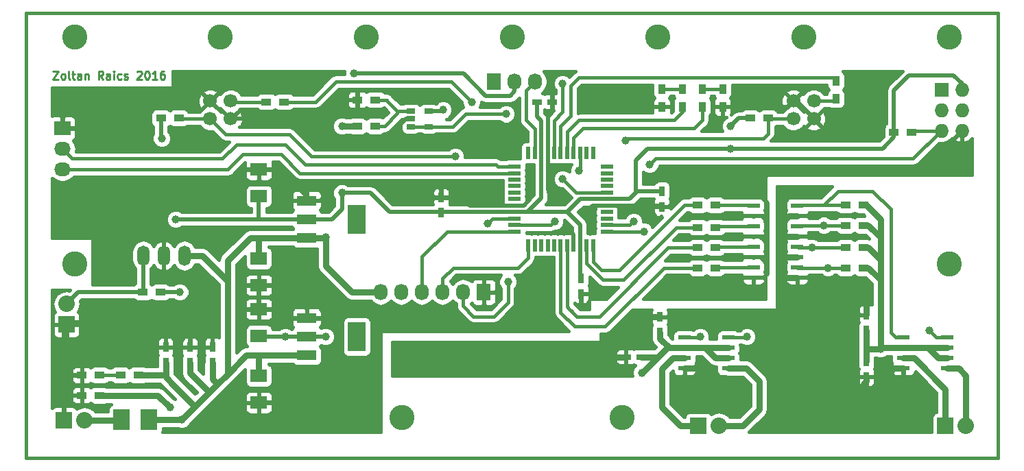
<source format=gbr>
G04 #@! TF.FileFunction,Copper,L1,Top,Signal*
%FSLAX46Y46*%
G04 Gerber Fmt 4.6, Leading zero omitted, Abs format (unit mm)*
G04 Created by KiCad (PCBNEW 4.0.2+dfsg1-stable) date Die 18 Okt 2016 18:09:58 CEST*
%MOMM*%
G01*
G04 APERTURE LIST*
%ADD10C,0.100000*%
%ADD11C,0.250000*%
%ADD12R,0.750000X1.200000*%
%ADD13R,2.032000X1.524000*%
%ADD14R,1.200000X0.750000*%
%ADD15R,1.200000X0.900000*%
%ADD16R,0.900000X1.200000*%
%ADD17R,2.032000X2.032000*%
%ADD18O,2.032000X2.032000*%
%ADD19R,1.727200X2.032000*%
%ADD20O,1.727200X2.032000*%
%ADD21R,2.032000X1.727200*%
%ADD22O,2.032000X1.727200*%
%ADD23R,1.727200X1.727200*%
%ADD24O,1.727200X1.727200*%
%ADD25R,2.400300X1.300480*%
%ADD26R,2.199640X3.599180*%
%ADD27O,1.501140X2.499360*%
%ADD28R,0.550000X1.500000*%
%ADD29R,1.500000X0.550000*%
%ADD30R,1.498600X0.599440*%
%ADD31R,1.060000X0.650000*%
%ADD32R,1.550000X0.600000*%
%ADD33R,2.000000X2.500000*%
%ADD34C,3.100000*%
%ADD35C,1.700000*%
%ADD36C,1.000000*%
%ADD37C,0.400000*%
%ADD38C,0.800000*%
%ADD39C,0.500000*%
G04 APERTURE END LIST*
D10*
D11*
X53321428Y-57202381D02*
X53988095Y-57202381D01*
X53321428Y-58202381D01*
X53988095Y-58202381D01*
X54511904Y-58202381D02*
X54416666Y-58154762D01*
X54369047Y-58107143D01*
X54321428Y-58011905D01*
X54321428Y-57726190D01*
X54369047Y-57630952D01*
X54416666Y-57583333D01*
X54511904Y-57535714D01*
X54654762Y-57535714D01*
X54750000Y-57583333D01*
X54797619Y-57630952D01*
X54845238Y-57726190D01*
X54845238Y-58011905D01*
X54797619Y-58107143D01*
X54750000Y-58154762D01*
X54654762Y-58202381D01*
X54511904Y-58202381D01*
X55416666Y-58202381D02*
X55321428Y-58154762D01*
X55273809Y-58059524D01*
X55273809Y-57202381D01*
X55654762Y-57535714D02*
X56035714Y-57535714D01*
X55797619Y-57202381D02*
X55797619Y-58059524D01*
X55845238Y-58154762D01*
X55940476Y-58202381D01*
X56035714Y-58202381D01*
X56797620Y-58202381D02*
X56797620Y-57678571D01*
X56750001Y-57583333D01*
X56654763Y-57535714D01*
X56464286Y-57535714D01*
X56369048Y-57583333D01*
X56797620Y-58154762D02*
X56702382Y-58202381D01*
X56464286Y-58202381D01*
X56369048Y-58154762D01*
X56321429Y-58059524D01*
X56321429Y-57964286D01*
X56369048Y-57869048D01*
X56464286Y-57821429D01*
X56702382Y-57821429D01*
X56797620Y-57773810D01*
X57273810Y-57535714D02*
X57273810Y-58202381D01*
X57273810Y-57630952D02*
X57321429Y-57583333D01*
X57416667Y-57535714D01*
X57559525Y-57535714D01*
X57654763Y-57583333D01*
X57702382Y-57678571D01*
X57702382Y-58202381D01*
X59511906Y-58202381D02*
X59178572Y-57726190D01*
X58940477Y-58202381D02*
X58940477Y-57202381D01*
X59321430Y-57202381D01*
X59416668Y-57250000D01*
X59464287Y-57297619D01*
X59511906Y-57392857D01*
X59511906Y-57535714D01*
X59464287Y-57630952D01*
X59416668Y-57678571D01*
X59321430Y-57726190D01*
X58940477Y-57726190D01*
X60369049Y-58202381D02*
X60369049Y-57678571D01*
X60321430Y-57583333D01*
X60226192Y-57535714D01*
X60035715Y-57535714D01*
X59940477Y-57583333D01*
X60369049Y-58154762D02*
X60273811Y-58202381D01*
X60035715Y-58202381D01*
X59940477Y-58154762D01*
X59892858Y-58059524D01*
X59892858Y-57964286D01*
X59940477Y-57869048D01*
X60035715Y-57821429D01*
X60273811Y-57821429D01*
X60369049Y-57773810D01*
X60845239Y-58202381D02*
X60845239Y-57535714D01*
X60845239Y-57202381D02*
X60797620Y-57250000D01*
X60845239Y-57297619D01*
X60892858Y-57250000D01*
X60845239Y-57202381D01*
X60845239Y-57297619D01*
X61750001Y-58154762D02*
X61654763Y-58202381D01*
X61464286Y-58202381D01*
X61369048Y-58154762D01*
X61321429Y-58107143D01*
X61273810Y-58011905D01*
X61273810Y-57726190D01*
X61321429Y-57630952D01*
X61369048Y-57583333D01*
X61464286Y-57535714D01*
X61654763Y-57535714D01*
X61750001Y-57583333D01*
X62130953Y-58154762D02*
X62226191Y-58202381D01*
X62416667Y-58202381D01*
X62511906Y-58154762D01*
X62559525Y-58059524D01*
X62559525Y-58011905D01*
X62511906Y-57916667D01*
X62416667Y-57869048D01*
X62273810Y-57869048D01*
X62178572Y-57821429D01*
X62130953Y-57726190D01*
X62130953Y-57678571D01*
X62178572Y-57583333D01*
X62273810Y-57535714D01*
X62416667Y-57535714D01*
X62511906Y-57583333D01*
X63702382Y-57297619D02*
X63750001Y-57250000D01*
X63845239Y-57202381D01*
X64083335Y-57202381D01*
X64178573Y-57250000D01*
X64226192Y-57297619D01*
X64273811Y-57392857D01*
X64273811Y-57488095D01*
X64226192Y-57630952D01*
X63654763Y-58202381D01*
X64273811Y-58202381D01*
X64892858Y-57202381D02*
X64988097Y-57202381D01*
X65083335Y-57250000D01*
X65130954Y-57297619D01*
X65178573Y-57392857D01*
X65226192Y-57583333D01*
X65226192Y-57821429D01*
X65178573Y-58011905D01*
X65130954Y-58107143D01*
X65083335Y-58154762D01*
X64988097Y-58202381D01*
X64892858Y-58202381D01*
X64797620Y-58154762D01*
X64750001Y-58107143D01*
X64702382Y-58011905D01*
X64654763Y-57821429D01*
X64654763Y-57583333D01*
X64702382Y-57392857D01*
X64750001Y-57297619D01*
X64797620Y-57250000D01*
X64892858Y-57202381D01*
X66178573Y-58202381D02*
X65607144Y-58202381D01*
X65892858Y-58202381D02*
X65892858Y-57202381D01*
X65797620Y-57345238D01*
X65702382Y-57440476D01*
X65607144Y-57488095D01*
X67035716Y-57202381D02*
X66845239Y-57202381D01*
X66750001Y-57250000D01*
X66702382Y-57297619D01*
X66607144Y-57440476D01*
X66559525Y-57630952D01*
X66559525Y-58011905D01*
X66607144Y-58107143D01*
X66654763Y-58154762D01*
X66750001Y-58202381D01*
X66940478Y-58202381D01*
X67035716Y-58154762D01*
X67083335Y-58107143D01*
X67130954Y-58011905D01*
X67130954Y-57773810D01*
X67083335Y-57678571D01*
X67035716Y-57630952D01*
X66940478Y-57583333D01*
X66750001Y-57583333D01*
X66654763Y-57630952D01*
X66607144Y-57678571D01*
X66559525Y-57773810D01*
D12*
X70250000Y-93200000D03*
X70250000Y-91300000D03*
X73000000Y-93200000D03*
X73000000Y-91300000D03*
X67250000Y-93200000D03*
X67250000Y-91300000D03*
D13*
X78750000Y-80349000D03*
X78750000Y-83651000D03*
X78750000Y-72651000D03*
X78750000Y-69349000D03*
X78750000Y-94849000D03*
X78750000Y-98151000D03*
X78750000Y-89901000D03*
X78750000Y-86599000D03*
D12*
X118500000Y-82800000D03*
X118500000Y-84700000D03*
D14*
X113050000Y-61000000D03*
X114950000Y-61000000D03*
D12*
X128500000Y-72050000D03*
X128500000Y-73950000D03*
X101250000Y-74700000D03*
X101250000Y-72800000D03*
D14*
X125950000Y-92500000D03*
X124050000Y-92500000D03*
D12*
X128250000Y-89450000D03*
X128250000Y-87550000D03*
X153750000Y-89200000D03*
X153750000Y-87300000D03*
X153750000Y-93050000D03*
X153750000Y-94950000D03*
D15*
X61650000Y-94750000D03*
X63850000Y-94750000D03*
D16*
X133500000Y-59400000D03*
X133500000Y-61600000D03*
X131000000Y-59400000D03*
X131000000Y-61600000D03*
D17*
X54700000Y-100300000D03*
D18*
X57240000Y-100300000D03*
D19*
X107750000Y-58500000D03*
D20*
X110290000Y-58500000D03*
X112830000Y-58500000D03*
D21*
X54500000Y-64250000D03*
D22*
X54500000Y-66790000D03*
X54500000Y-69330000D03*
D17*
X133000000Y-101000000D03*
D18*
X135540000Y-101000000D03*
D17*
X163500000Y-101000000D03*
D18*
X166040000Y-101000000D03*
D23*
X163000000Y-59500000D03*
D24*
X165540000Y-59500000D03*
X163000000Y-62040000D03*
X165540000Y-62040000D03*
X163000000Y-64580000D03*
X165540000Y-64580000D03*
D17*
X55000000Y-88500000D03*
D18*
X55000000Y-85960000D03*
D15*
X59100000Y-94750000D03*
X56900000Y-94750000D03*
X64400000Y-84500000D03*
X66600000Y-84500000D03*
X56900000Y-97250000D03*
X59100000Y-97250000D03*
X81850000Y-61000000D03*
X79650000Y-61000000D03*
X66650000Y-63000000D03*
X68850000Y-63000000D03*
D16*
X150000000Y-58400000D03*
X150000000Y-60600000D03*
D15*
X139400000Y-63000000D03*
X141600000Y-63000000D03*
D16*
X136000000Y-59400000D03*
X136000000Y-61600000D03*
X128500000Y-59400000D03*
X128500000Y-61600000D03*
D15*
X157150000Y-64750000D03*
X159350000Y-64750000D03*
X132900000Y-81500000D03*
X135100000Y-81500000D03*
X153350000Y-81500000D03*
X151150000Y-81500000D03*
X132900000Y-79000000D03*
X135100000Y-79000000D03*
X153350000Y-79000000D03*
X151150000Y-79000000D03*
X132900000Y-76500000D03*
X135100000Y-76500000D03*
X153350000Y-76250000D03*
X151150000Y-76250000D03*
X132900000Y-73750000D03*
X135100000Y-73750000D03*
X153350000Y-73750000D03*
X151150000Y-73750000D03*
X90900000Y-64000000D03*
X93100000Y-64000000D03*
X93100000Y-60750000D03*
X90900000Y-60750000D03*
D25*
X84651200Y-73198760D03*
X84651200Y-75500000D03*
X84651200Y-77801240D03*
D26*
X90848800Y-75500000D03*
D25*
X84651200Y-87698760D03*
X84651200Y-90000000D03*
X84651200Y-92301240D03*
D26*
X90848800Y-90000000D03*
D27*
X67000000Y-80000000D03*
X69540000Y-80000000D03*
X64460000Y-80000000D03*
D28*
X120000000Y-67300000D03*
X119200000Y-67300000D03*
X118400000Y-67300000D03*
X117600000Y-67300000D03*
X116800000Y-67300000D03*
X116000000Y-67300000D03*
X115200000Y-67300000D03*
X114400000Y-67300000D03*
X113600000Y-67300000D03*
X112800000Y-67300000D03*
X112000000Y-67300000D03*
D29*
X110300000Y-69000000D03*
X110300000Y-69800000D03*
X110300000Y-70600000D03*
X110300000Y-71400000D03*
X110300000Y-72200000D03*
X110300000Y-73000000D03*
X110300000Y-73800000D03*
X110300000Y-74600000D03*
X110300000Y-75400000D03*
X110300000Y-76200000D03*
X110300000Y-77000000D03*
D28*
X112000000Y-78700000D03*
X112800000Y-78700000D03*
X113600000Y-78700000D03*
X114400000Y-78700000D03*
X115200000Y-78700000D03*
X116000000Y-78700000D03*
X116800000Y-78700000D03*
X117600000Y-78700000D03*
X118400000Y-78700000D03*
X119200000Y-78700000D03*
X120000000Y-78700000D03*
D29*
X121700000Y-77000000D03*
X121700000Y-76200000D03*
X121700000Y-75400000D03*
X121700000Y-74600000D03*
X121700000Y-73800000D03*
X121700000Y-73000000D03*
X121700000Y-72200000D03*
X121700000Y-71400000D03*
X121700000Y-70600000D03*
X121700000Y-69800000D03*
X121700000Y-69000000D03*
D30*
X139802520Y-73807540D03*
X139802520Y-75077540D03*
X139802520Y-76347540D03*
X139802520Y-77617540D03*
X139802520Y-78882460D03*
X139802520Y-80152460D03*
X139802520Y-81422460D03*
X139802520Y-82692460D03*
X145197480Y-82692460D03*
X145197480Y-81422460D03*
X145197480Y-80152460D03*
X145197480Y-78882460D03*
X145197480Y-77617540D03*
X145197480Y-76347540D03*
X145197480Y-75077540D03*
X145197480Y-73807540D03*
D31*
X97500000Y-62150000D03*
X97500000Y-63100000D03*
X97500000Y-64050000D03*
X99700000Y-64050000D03*
X99700000Y-62150000D03*
D32*
X136700000Y-93905000D03*
X136700000Y-92635000D03*
X136700000Y-91365000D03*
X136700000Y-90095000D03*
X131300000Y-90095000D03*
X131300000Y-91365000D03*
X131300000Y-92635000D03*
X131300000Y-93905000D03*
X163700000Y-93905000D03*
X163700000Y-92635000D03*
X163700000Y-91365000D03*
X163700000Y-90095000D03*
X158300000Y-90095000D03*
X158300000Y-91365000D03*
X158300000Y-92635000D03*
X158300000Y-93905000D03*
D33*
X61800000Y-100250000D03*
X65200000Y-100250000D03*
D34*
X164000000Y-81000000D03*
X56000000Y-81000000D03*
X56000000Y-53000000D03*
X74000000Y-53000000D03*
X92000000Y-53000000D03*
X110000000Y-53000000D03*
X128000000Y-53000000D03*
X146000000Y-53000000D03*
X164000000Y-53000000D03*
D35*
X72730000Y-63105000D03*
X72730000Y-60895000D03*
X75270000Y-63105000D03*
X75270000Y-60895000D03*
X144730000Y-63105000D03*
X144730000Y-60895000D03*
X147270000Y-63105000D03*
X147270000Y-60895000D03*
D34*
X96400000Y-100000000D03*
X123600000Y-100000000D03*
D19*
X106500000Y-84500000D03*
D20*
X103960000Y-84500000D03*
X101420000Y-84500000D03*
X98880000Y-84500000D03*
X96340000Y-84500000D03*
X93800000Y-84500000D03*
D36*
X87000000Y-77750000D03*
X89000000Y-64000000D03*
X126000000Y-94500000D03*
X155500000Y-91500000D03*
X69250000Y-100250000D03*
X127000000Y-61750000D03*
X64750000Y-70750000D03*
X144000000Y-69750000D03*
X114750000Y-72250000D03*
X119250000Y-74500000D03*
X112250000Y-72250000D03*
X117000000Y-76750000D03*
X118500000Y-86250000D03*
X93000000Y-71000000D03*
X89000000Y-60750000D03*
X70750000Y-88250000D03*
X76500000Y-86500000D03*
X66750000Y-65500000D03*
X68500000Y-75500000D03*
X89000000Y-72250000D03*
X101500000Y-62000000D03*
X137000000Y-66750000D03*
X137000000Y-64000000D03*
X90500000Y-57500000D03*
X82000000Y-90000000D03*
X69000000Y-84500000D03*
X87000000Y-90000000D03*
X121500000Y-93000000D03*
X153750000Y-85500000D03*
X133500000Y-93000000D03*
X141750000Y-93000000D03*
X67750000Y-98750000D03*
X126250000Y-77000000D03*
X127000000Y-68750000D03*
X125000000Y-75750000D03*
X116250000Y-58750000D03*
X105000000Y-61000000D03*
X107000000Y-76000000D03*
X103000000Y-67750000D03*
X149000000Y-81500000D03*
X139000000Y-90000000D03*
X147000000Y-79000000D03*
X133250000Y-90000000D03*
X161500000Y-89250000D03*
X148500000Y-76250000D03*
X118250000Y-69500000D03*
X109250000Y-62500000D03*
X115250000Y-75750000D03*
X124000000Y-65750000D03*
X116250000Y-70500000D03*
X109500000Y-83250000D03*
D37*
X50000000Y-50000000D02*
X50000000Y-105000000D01*
X170000000Y-50000000D02*
X50000000Y-50000000D01*
X170000000Y-105000000D02*
X170000000Y-50000000D01*
X50000000Y-105000000D02*
X170000000Y-105000000D01*
D38*
X87000000Y-77750000D02*
X87000000Y-81250000D01*
X90250000Y-84500000D02*
X93800000Y-84500000D01*
X87000000Y-81250000D02*
X90250000Y-84500000D01*
X90900000Y-64000000D02*
X89000000Y-64000000D01*
X86948760Y-77801240D02*
X87000000Y-77750000D01*
X86948760Y-77801240D02*
X84651200Y-77801240D01*
X68250000Y-96000000D02*
X70875000Y-98625000D01*
X67250000Y-95000000D02*
X68250000Y-96000000D01*
X67250000Y-94750000D02*
X67250000Y-95000000D01*
X70750000Y-98500000D02*
X70750000Y-98750000D01*
X70875000Y-98625000D02*
X70750000Y-98500000D01*
X72750000Y-81000000D02*
X71750000Y-80000000D01*
X71750000Y-80000000D02*
X69540000Y-80000000D01*
X78750000Y-77801240D02*
X77698760Y-77801240D01*
X77698760Y-77801240D02*
X74875000Y-80625000D01*
X74875000Y-80625000D02*
X74875000Y-83125000D01*
X72750000Y-81000000D02*
X74875000Y-83125000D01*
X128000000Y-92500000D02*
X126000000Y-94500000D01*
X125950000Y-92500000D02*
X128000000Y-92500000D01*
X129135000Y-91365000D02*
X128000000Y-92500000D01*
X129135000Y-91365000D02*
X129385000Y-91365000D01*
X163700000Y-92635000D02*
X162635000Y-92635000D01*
X162635000Y-92635000D02*
X161365000Y-91365000D01*
X158300000Y-91365000D02*
X161365000Y-91365000D01*
X161365000Y-91365000D02*
X163700000Y-91365000D01*
X153350000Y-79000000D02*
X154000000Y-79000000D01*
X155500000Y-80500000D02*
X155500000Y-81000000D01*
X154000000Y-79000000D02*
X155500000Y-80500000D01*
X153350000Y-73750000D02*
X153750000Y-73750000D01*
X153750000Y-73750000D02*
X155500000Y-75500000D01*
X153350000Y-81500000D02*
X154000000Y-81500000D01*
X154000000Y-81500000D02*
X155500000Y-83000000D01*
X153350000Y-76250000D02*
X154000000Y-76250000D01*
X154000000Y-76250000D02*
X155500000Y-77750000D01*
X155500000Y-91500000D02*
X155500000Y-83000000D01*
X155500000Y-83000000D02*
X155500000Y-81000000D01*
X155500000Y-81000000D02*
X155500000Y-79750000D01*
X155500000Y-79750000D02*
X155500000Y-77750000D01*
X155500000Y-77750000D02*
X155500000Y-75500000D01*
X155500000Y-91500000D02*
X153750000Y-91500000D01*
X153750000Y-91500000D02*
X154000000Y-91500000D01*
X154000000Y-91500000D02*
X153750000Y-91500000D01*
X153750000Y-89200000D02*
X153750000Y-91500000D01*
X153750000Y-91500000D02*
X153750000Y-93050000D01*
X155635000Y-91365000D02*
X158300000Y-91365000D01*
X155500000Y-91500000D02*
X155635000Y-91365000D01*
X136700000Y-92635000D02*
X135135000Y-92635000D01*
X135135000Y-92635000D02*
X133865000Y-91365000D01*
X131300000Y-91365000D02*
X133865000Y-91365000D01*
X133865000Y-91365000D02*
X136700000Y-91365000D01*
X128250000Y-89450000D02*
X128250000Y-90230000D01*
X128250000Y-90230000D02*
X129385000Y-91365000D01*
X131300000Y-91365000D02*
X129385000Y-91365000D01*
X67250000Y-94750000D02*
X63850000Y-94750000D01*
X73000000Y-93200000D02*
X73000000Y-95250000D01*
X73000000Y-95250000D02*
X73625000Y-95875000D01*
X70250000Y-93200000D02*
X70250000Y-94500000D01*
X70250000Y-94500000D02*
X71750000Y-96000000D01*
X67250000Y-93200000D02*
X67250000Y-94750000D01*
X71750000Y-96000000D02*
X72625000Y-96875000D01*
X78750000Y-80349000D02*
X78750000Y-77801240D01*
X78750000Y-77801240D02*
X78750000Y-78000000D01*
X78750000Y-78000000D02*
X78750000Y-77801240D01*
X74875000Y-94625000D02*
X74875000Y-83125000D01*
X78750000Y-77801240D02*
X84651200Y-77801240D01*
X78750000Y-94849000D02*
X78750000Y-92301240D01*
X78750000Y-92301240D02*
X78750000Y-92250000D01*
X78750000Y-92250000D02*
X78750000Y-92301240D01*
X65200000Y-100250000D02*
X69250000Y-100250000D01*
X77198760Y-92301240D02*
X78750000Y-92301240D01*
X78750000Y-92301240D02*
X84651200Y-92301240D01*
X69250000Y-100250000D02*
X70750000Y-98750000D01*
X70750000Y-98750000D02*
X72625000Y-96875000D01*
X72625000Y-96875000D02*
X73625000Y-95875000D01*
X73625000Y-95875000D02*
X74875000Y-94625000D01*
X74875000Y-94625000D02*
X77198760Y-92301240D01*
D39*
X101250000Y-72800000D02*
X101250000Y-71750000D01*
X101250000Y-71750000D02*
X100500000Y-71000000D01*
X128500000Y-61600000D02*
X127150000Y-61600000D01*
X127150000Y-61600000D02*
X127000000Y-61750000D01*
X78750000Y-69349000D02*
X76901000Y-69349000D01*
X76901000Y-69349000D02*
X76500000Y-69750000D01*
X78750000Y-69349000D02*
X81349000Y-69349000D01*
X81349000Y-69349000D02*
X84651200Y-72651200D01*
X84651200Y-72651200D02*
X84651200Y-73198760D01*
X76901000Y-69349000D02*
X76500000Y-69750000D01*
X76500000Y-69750000D02*
X75500000Y-70750000D01*
X64750000Y-70750000D02*
X75500000Y-70750000D01*
X84651200Y-73151200D02*
X84651200Y-73198760D01*
X144730000Y-60895000D02*
X145060000Y-60895000D01*
X145060000Y-60895000D02*
X147270000Y-63105000D01*
X136000000Y-61600000D02*
X144025000Y-61600000D01*
X144025000Y-61600000D02*
X144730000Y-60895000D01*
X137750000Y-69750000D02*
X139750000Y-71750000D01*
X139750000Y-71750000D02*
X141500000Y-73500000D01*
X141500000Y-73500000D02*
X141500000Y-75750000D01*
X131500000Y-71750000D02*
X133500000Y-69750000D01*
X160370000Y-69750000D02*
X165540000Y-64580000D01*
X144000000Y-69750000D02*
X160370000Y-69750000D01*
X133500000Y-69750000D02*
X137750000Y-69750000D01*
X137750000Y-69750000D02*
X144000000Y-69750000D01*
X128500000Y-73950000D02*
X129300000Y-73950000D01*
X129300000Y-73950000D02*
X131500000Y-71750000D01*
X139802520Y-80152460D02*
X140652460Y-80152460D01*
X140652460Y-80152460D02*
X141500000Y-81000000D01*
X139802520Y-77617540D02*
X140617540Y-77617540D01*
X140617540Y-77617540D02*
X141500000Y-78500000D01*
X139802520Y-82692460D02*
X141057540Y-82692460D01*
X140827540Y-75077540D02*
X139802520Y-75077540D01*
X141500000Y-75750000D02*
X140827540Y-75077540D01*
X141500000Y-82250000D02*
X141500000Y-81000000D01*
X141500000Y-81000000D02*
X141500000Y-78500000D01*
X141500000Y-78500000D02*
X141500000Y-75750000D01*
X141057540Y-82692460D02*
X141500000Y-82250000D01*
X121700000Y-73800000D02*
X125500000Y-73800000D01*
X125500000Y-73800000D02*
X128350000Y-73800000D01*
X128350000Y-73800000D02*
X128500000Y-73950000D01*
X114400000Y-67300000D02*
X114400000Y-62850000D01*
X114950000Y-62300000D02*
X114950000Y-61000000D01*
X114400000Y-62850000D02*
X114950000Y-62300000D01*
X114400000Y-71900000D02*
X114400000Y-67300000D01*
X114750000Y-72250000D02*
X114400000Y-71900000D01*
X119950000Y-73800000D02*
X121700000Y-73800000D01*
X119250000Y-74500000D02*
X119950000Y-73800000D01*
X111450000Y-73800000D02*
X110300000Y-73800000D01*
X112250000Y-73000000D02*
X111450000Y-73800000D01*
X112250000Y-72250000D02*
X112250000Y-73000000D01*
X118500000Y-84700000D02*
X118500000Y-86250000D01*
X117600000Y-77350000D02*
X117600000Y-78700000D01*
X117000000Y-76750000D02*
X117600000Y-77350000D01*
X110300000Y-73800000D02*
X104800000Y-73800000D01*
X86301240Y-73198760D02*
X84651200Y-73198760D01*
X88500000Y-71000000D02*
X86301240Y-73198760D01*
X102000000Y-71000000D02*
X100500000Y-71000000D01*
X100500000Y-71000000D02*
X93000000Y-71000000D01*
X93000000Y-71000000D02*
X88500000Y-71000000D01*
X97500000Y-63100000D02*
X96900000Y-63100000D01*
X88000000Y-66000000D02*
X85105000Y-63105000D01*
X94000000Y-66000000D02*
X88000000Y-66000000D01*
X96900000Y-63100000D02*
X94000000Y-66000000D01*
X90900000Y-60750000D02*
X89000000Y-60750000D01*
X89000000Y-60750000D02*
X87750000Y-60750000D01*
X85395000Y-63105000D02*
X85105000Y-63105000D01*
X85105000Y-63105000D02*
X75270000Y-63105000D01*
X87750000Y-60750000D02*
X85395000Y-63105000D01*
X56900000Y-97250000D02*
X54700000Y-97250000D01*
X54700000Y-97250000D02*
X54750000Y-97250000D01*
X54750000Y-97250000D02*
X54700000Y-97250000D01*
X56900000Y-94750000D02*
X54700000Y-94750000D01*
X54700000Y-94750000D02*
X54750000Y-94750000D01*
X54750000Y-94750000D02*
X54700000Y-94750000D01*
X70750000Y-88250000D02*
X70750000Y-84000000D01*
X67000000Y-82000000D02*
X67000000Y-80000000D01*
X67750000Y-82750000D02*
X67000000Y-82000000D01*
X69500000Y-82750000D02*
X67750000Y-82750000D01*
X70750000Y-84000000D02*
X69500000Y-82750000D01*
X78750000Y-86599000D02*
X76599000Y-86599000D01*
X76599000Y-86599000D02*
X76500000Y-86500000D01*
X78750000Y-86599000D02*
X78750000Y-83651000D01*
X84651200Y-87698760D02*
X82198760Y-87698760D01*
X81099000Y-86599000D02*
X78750000Y-86599000D01*
X82198760Y-87698760D02*
X81099000Y-86599000D01*
X78750000Y-98151000D02*
X83099000Y-98151000D01*
X86948760Y-87698760D02*
X84651200Y-87698760D01*
X88500000Y-89250000D02*
X86948760Y-87698760D01*
X88500000Y-92750000D02*
X88500000Y-89250000D01*
X83099000Y-98151000D02*
X88500000Y-92750000D01*
X67250000Y-91300000D02*
X67250000Y-90000000D01*
X67250000Y-90000000D02*
X65500000Y-88250000D01*
X70250000Y-91300000D02*
X70250000Y-90000000D01*
X70250000Y-90000000D02*
X68500000Y-88250000D01*
X54700000Y-100300000D02*
X54700000Y-97250000D01*
X54700000Y-97250000D02*
X54700000Y-94750000D01*
X54700000Y-94750000D02*
X54700000Y-88800000D01*
X54700000Y-88800000D02*
X55250000Y-88250000D01*
X55250000Y-88250000D02*
X65250000Y-88250000D01*
X65250000Y-88250000D02*
X68500000Y-88250000D01*
X68500000Y-88250000D02*
X70750000Y-88250000D01*
X70750000Y-88250000D02*
X71250000Y-88250000D01*
X73000000Y-90000000D02*
X73000000Y-91300000D01*
X71250000Y-88250000D02*
X73000000Y-90000000D01*
X104800000Y-73800000D02*
X103250000Y-72250000D01*
X103250000Y-72250000D02*
X102000000Y-71000000D01*
X110300000Y-74600000D02*
X94850000Y-74600000D01*
X92500000Y-72250000D02*
X89000000Y-72250000D01*
X94850000Y-74600000D02*
X92500000Y-72250000D01*
X70750000Y-75500000D02*
X68500000Y-75500000D01*
X66650000Y-65400000D02*
X66750000Y-65500000D01*
X78750000Y-75500000D02*
X70750000Y-75500000D01*
X66650000Y-65400000D02*
X66650000Y-63000000D01*
X128500000Y-72050000D02*
X125450000Y-72050000D01*
X125450000Y-72050000D02*
X125250000Y-72250000D01*
X113600000Y-67300000D02*
X113600000Y-63350000D01*
X113050000Y-62800000D02*
X113050000Y-61000000D01*
X113600000Y-63350000D02*
X113050000Y-62800000D01*
X99700000Y-62150000D02*
X101350000Y-62150000D01*
X101500000Y-62000000D02*
X101350000Y-62150000D01*
X88500000Y-74750000D02*
X89000000Y-74250000D01*
X84651200Y-75500000D02*
X87750000Y-75500000D01*
X88500000Y-74750000D02*
X87750000Y-75500000D01*
X89000000Y-74250000D02*
X89000000Y-72250000D01*
X137000000Y-66750000D02*
X126750000Y-66750000D01*
X125250000Y-72250000D02*
X124500000Y-73000000D01*
X125250000Y-68250000D02*
X125250000Y-72250000D01*
X126750000Y-66750000D02*
X125250000Y-68250000D01*
X137000000Y-66750000D02*
X155750000Y-66750000D01*
X157150000Y-65350000D02*
X157150000Y-64750000D01*
X155750000Y-66750000D02*
X157150000Y-65350000D01*
X139400000Y-63000000D02*
X138000000Y-63000000D01*
X138000000Y-63000000D02*
X137000000Y-64000000D01*
X121700000Y-73000000D02*
X124500000Y-73000000D01*
X165540000Y-59500000D02*
X165540000Y-58790000D01*
X165540000Y-58790000D02*
X164500000Y-57750000D01*
X157150000Y-59600000D02*
X157150000Y-64750000D01*
X159000000Y-57750000D02*
X157150000Y-59600000D01*
X164500000Y-57750000D02*
X159000000Y-57750000D01*
X118400000Y-78700000D02*
X118400000Y-82700000D01*
X118400000Y-82700000D02*
X118500000Y-82800000D01*
X113600000Y-67300000D02*
X113600000Y-72900000D01*
X113600000Y-72900000D02*
X111900000Y-74600000D01*
X121700000Y-73000000D02*
X118450000Y-73000000D01*
X118450000Y-73000000D02*
X116850000Y-74600000D01*
X110300000Y-74600000D02*
X111900000Y-74600000D01*
X111900000Y-74600000D02*
X116850000Y-74600000D01*
X118400000Y-76150000D02*
X118400000Y-78700000D01*
X116850000Y-74600000D02*
X118400000Y-76150000D01*
X110300000Y-74600000D02*
X105750000Y-74600000D01*
X105750000Y-74600000D02*
X104350000Y-74600000D01*
X78750000Y-72651000D02*
X78750000Y-75500000D01*
X84651200Y-75500000D02*
X78750000Y-75500000D01*
X110290000Y-59710000D02*
X110290000Y-58500000D01*
X90500000Y-57500000D02*
X104000000Y-57500000D01*
X104000000Y-57500000D02*
X106750000Y-60250000D01*
X106750000Y-60250000D02*
X109750000Y-60250000D01*
X109750000Y-60250000D02*
X110290000Y-59710000D01*
X69000000Y-84500000D02*
X66600000Y-84500000D01*
X84651200Y-90000000D02*
X86750000Y-90000000D01*
X86750000Y-90000000D02*
X87000000Y-90000000D01*
X84651200Y-90000000D02*
X82000000Y-90000000D01*
X82000000Y-90000000D02*
X78849000Y-90000000D01*
X78849000Y-90000000D02*
X78750000Y-89901000D01*
D38*
X141750000Y-93000000D02*
X142000000Y-93000000D01*
X145500000Y-96500000D02*
X154000000Y-96500000D01*
X142000000Y-93000000D02*
X145500000Y-96500000D01*
X128250000Y-87550000D02*
X125700000Y-87550000D01*
X121500000Y-91750000D02*
X121500000Y-93000000D01*
X125700000Y-87550000D02*
X121500000Y-91750000D01*
X124050000Y-92500000D02*
X122000000Y-92500000D01*
X122000000Y-92500000D02*
X121500000Y-93000000D01*
X153750000Y-87300000D02*
X153750000Y-85500000D01*
X131300000Y-93905000D02*
X132595000Y-93905000D01*
X132595000Y-93905000D02*
X133500000Y-93000000D01*
X145197480Y-77617540D02*
X143500000Y-77617540D01*
X143500000Y-77617540D02*
X143500000Y-77500000D01*
X145197480Y-80152460D02*
X143500000Y-80152460D01*
X143750000Y-80250000D02*
X143500000Y-80250000D01*
X143597540Y-80250000D02*
X143750000Y-80250000D01*
X143500000Y-80152460D02*
X143597540Y-80250000D01*
X145197480Y-82692460D02*
X143500000Y-82692460D01*
X143500000Y-82692460D02*
X143500000Y-82750000D01*
X145197480Y-75077540D02*
X144172460Y-75077540D01*
X143500000Y-91250000D02*
X141750000Y-93000000D01*
X143500000Y-75750000D02*
X143500000Y-77500000D01*
X143500000Y-77500000D02*
X143500000Y-80250000D01*
X143500000Y-80250000D02*
X143500000Y-82750000D01*
X143500000Y-82750000D02*
X143500000Y-91250000D01*
X144172460Y-75077540D02*
X143500000Y-75750000D01*
X153750000Y-94950000D02*
X153750000Y-95500000D01*
X153750000Y-95500000D02*
X152750000Y-96500000D01*
X158300000Y-93905000D02*
X157095000Y-93905000D01*
X157095000Y-93905000D02*
X154500000Y-96500000D01*
X154500000Y-96500000D02*
X154000000Y-96500000D01*
X154000000Y-96500000D02*
X152750000Y-96500000D01*
X152750000Y-96500000D02*
X152000000Y-96500000D01*
X66250000Y-97250000D02*
X67750000Y-98750000D01*
X66250000Y-97250000D02*
X59100000Y-97250000D01*
X57240000Y-100300000D02*
X61750000Y-100300000D01*
X61750000Y-100300000D02*
X61800000Y-100250000D01*
D37*
X61650000Y-94750000D02*
X59100000Y-94750000D01*
X133500000Y-59400000D02*
X136000000Y-59400000D01*
X117600000Y-67300000D02*
X117600000Y-65400000D01*
X133500000Y-63250000D02*
X133500000Y-61600000D01*
X132500000Y-64250000D02*
X133500000Y-63250000D01*
X118750000Y-64250000D02*
X132500000Y-64250000D01*
X117600000Y-65400000D02*
X118750000Y-64250000D01*
X128500000Y-59400000D02*
X131000000Y-59400000D01*
X116800000Y-67300000D02*
X116800000Y-64700000D01*
X131000000Y-62250000D02*
X131000000Y-61600000D01*
X130000000Y-63250000D02*
X131000000Y-62250000D01*
X118250000Y-63250000D02*
X130000000Y-63250000D01*
X116800000Y-64700000D02*
X118250000Y-63250000D01*
X112800000Y-65800000D02*
X112800000Y-64300000D01*
X111750000Y-63250000D02*
X111750000Y-61750000D01*
X112800000Y-64300000D02*
X111750000Y-63250000D01*
X112800000Y-67300000D02*
X112800000Y-65800000D01*
X111750000Y-59580000D02*
X112830000Y-58500000D01*
X111750000Y-61750000D02*
X111750000Y-59580000D01*
X112800000Y-58530000D02*
X112830000Y-58500000D01*
X110300000Y-69000000D02*
X108250000Y-69000000D01*
X55710000Y-68000000D02*
X54500000Y-66790000D01*
X74250000Y-68000000D02*
X55710000Y-68000000D01*
X76000000Y-66250000D02*
X74250000Y-68000000D01*
X82000000Y-66250000D02*
X76000000Y-66250000D01*
X84500000Y-68750000D02*
X82000000Y-66250000D01*
X108000000Y-68750000D02*
X84500000Y-68750000D01*
X108250000Y-69000000D02*
X108000000Y-68750000D01*
X110300000Y-69800000D02*
X83800000Y-69800000D01*
X74920000Y-69330000D02*
X54500000Y-69330000D01*
X76750000Y-67500000D02*
X74920000Y-69330000D01*
X81500000Y-67500000D02*
X76750000Y-67500000D01*
X83800000Y-69800000D02*
X81500000Y-67500000D01*
X112000000Y-80250000D02*
X110750000Y-81500000D01*
X101420000Y-82830000D02*
X101420000Y-84500000D01*
X102750000Y-81500000D02*
X101420000Y-82830000D01*
X110750000Y-81500000D02*
X102750000Y-81500000D01*
X112000000Y-78700000D02*
X112000000Y-80250000D01*
X108000000Y-77000000D02*
X102000000Y-77000000D01*
X110300000Y-77000000D02*
X108000000Y-77000000D01*
X98880000Y-80120000D02*
X98880000Y-84500000D01*
X102000000Y-77000000D02*
X98880000Y-80120000D01*
D38*
X131300000Y-92635000D02*
X129865000Y-92635000D01*
X130750000Y-101000000D02*
X133000000Y-101000000D01*
X128500000Y-98750000D02*
X130750000Y-101000000D01*
X128500000Y-94000000D02*
X128500000Y-98750000D01*
X129865000Y-92635000D02*
X128500000Y-94000000D01*
X136700000Y-93905000D02*
X138905000Y-93905000D01*
X138500000Y-101000000D02*
X135540000Y-101000000D01*
X140500000Y-99000000D02*
X138500000Y-101000000D01*
X140500000Y-95500000D02*
X140500000Y-99000000D01*
X138905000Y-93905000D02*
X140500000Y-95500000D01*
X158300000Y-92635000D02*
X159635000Y-92635000D01*
X163500000Y-96500000D02*
X163500000Y-101000000D01*
X159635000Y-92635000D02*
X163500000Y-96500000D01*
X163700000Y-93905000D02*
X165155000Y-93905000D01*
X166040000Y-94790000D02*
X166040000Y-101000000D01*
X165155000Y-93905000D02*
X166040000Y-94790000D01*
D37*
X126250000Y-77000000D02*
X121700000Y-77000000D01*
X127000000Y-68750000D02*
X127750000Y-68000000D01*
X127750000Y-68000000D02*
X128000000Y-68000000D01*
X124500000Y-76200000D02*
X124550000Y-76200000D01*
X121700000Y-76200000D02*
X124500000Y-76200000D01*
X124550000Y-76200000D02*
X125000000Y-75750000D01*
X159500000Y-68000000D02*
X162920000Y-64580000D01*
X143250000Y-68000000D02*
X159500000Y-68000000D01*
X127750000Y-68000000D02*
X128000000Y-68000000D01*
X128000000Y-68000000D02*
X143250000Y-68000000D01*
X162920000Y-64580000D02*
X163000000Y-64580000D01*
X163000000Y-64580000D02*
X159520000Y-64580000D01*
X159520000Y-64580000D02*
X159350000Y-64750000D01*
D39*
X64400000Y-84500000D02*
X56460000Y-84500000D01*
X56460000Y-84500000D02*
X55000000Y-85960000D01*
X64460000Y-80000000D02*
X64460000Y-84440000D01*
X64460000Y-84440000D02*
X64400000Y-84500000D01*
D37*
X103500000Y-59500000D02*
X102500000Y-58500000D01*
X88250000Y-58500000D02*
X87250000Y-59500000D01*
X102500000Y-58500000D02*
X88250000Y-58500000D01*
X115200000Y-64550000D02*
X115200000Y-63300000D01*
X116250000Y-62250000D02*
X116250000Y-61500000D01*
X115200000Y-63300000D02*
X116250000Y-62250000D01*
X116250000Y-61250000D02*
X116250000Y-58750000D01*
X116250000Y-61250000D02*
X116250000Y-61500000D01*
X81850000Y-61000000D02*
X85750000Y-61000000D01*
X103500000Y-59500000D02*
X105000000Y-61000000D01*
X85750000Y-61000000D02*
X87250000Y-59500000D01*
X115200000Y-67300000D02*
X115200000Y-64550000D01*
X79650000Y-61000000D02*
X75375000Y-61000000D01*
X75375000Y-61000000D02*
X75270000Y-60895000D01*
X97500000Y-67750000D02*
X85250000Y-67750000D01*
X107600000Y-75400000D02*
X107000000Y-76000000D01*
X103000000Y-67750000D02*
X97500000Y-67750000D01*
X110300000Y-75400000D02*
X107600000Y-75400000D01*
X74625000Y-65000000D02*
X72730000Y-63105000D01*
X82500000Y-65000000D02*
X74625000Y-65000000D01*
X85250000Y-67750000D02*
X82500000Y-65000000D01*
X72730000Y-63105000D02*
X68955000Y-63105000D01*
X68955000Y-63105000D02*
X68850000Y-63000000D01*
X116000000Y-65500000D02*
X116000000Y-64000000D01*
X117250000Y-62750000D02*
X117250000Y-60750000D01*
X116000000Y-64000000D02*
X117250000Y-62750000D01*
X117250000Y-60750000D02*
X117250000Y-59000000D01*
X116000000Y-67300000D02*
X116000000Y-65500000D01*
X118250000Y-58000000D02*
X119500000Y-58000000D01*
X117250000Y-59000000D02*
X118250000Y-58000000D01*
X149600000Y-58000000D02*
X119500000Y-58000000D01*
X119500000Y-58000000D02*
X119000000Y-58000000D01*
X149600000Y-58000000D02*
X150000000Y-58400000D01*
X147270000Y-60895000D02*
X149705000Y-60895000D01*
X149705000Y-60895000D02*
X150000000Y-60600000D01*
X121000000Y-88750000D02*
X121500000Y-88750000D01*
X116000000Y-87000000D02*
X117750000Y-88750000D01*
X117750000Y-88750000D02*
X121000000Y-88750000D01*
X116000000Y-78700000D02*
X116000000Y-87000000D01*
X128750000Y-81500000D02*
X132900000Y-81500000D01*
X121500000Y-88750000D02*
X128750000Y-81500000D01*
X139802520Y-81422460D02*
X135177540Y-81422460D01*
X135177540Y-81422460D02*
X135100000Y-81500000D01*
X136700000Y-90095000D02*
X138905000Y-90095000D01*
X139000000Y-90000000D02*
X138905000Y-90095000D01*
X151150000Y-81500000D02*
X149000000Y-81500000D01*
X149000000Y-81500000D02*
X148250000Y-81500000D01*
X148250000Y-81500000D02*
X145275020Y-81500000D01*
X145275020Y-81500000D02*
X145197480Y-81422460D01*
X129750000Y-79000000D02*
X129250000Y-79000000D01*
X120750000Y-87500000D02*
X120250000Y-87500000D01*
X129250000Y-79000000D02*
X120750000Y-87500000D01*
X118000000Y-87500000D02*
X117000000Y-86500000D01*
X130000000Y-79000000D02*
X129750000Y-79000000D01*
X118000000Y-87500000D02*
X118250000Y-87500000D01*
X120250000Y-87500000D02*
X118000000Y-87500000D01*
X116800000Y-86300000D02*
X117000000Y-86500000D01*
X116800000Y-78700000D02*
X116800000Y-86300000D01*
X117000000Y-86500000D02*
X117375000Y-86875000D01*
X130000000Y-79000000D02*
X131000000Y-79000000D01*
X131000000Y-79000000D02*
X132900000Y-79000000D01*
X139802520Y-78882460D02*
X135217540Y-78882460D01*
X135217540Y-78882460D02*
X135100000Y-79000000D01*
X131300000Y-90095000D02*
X133155000Y-90095000D01*
X133250000Y-90000000D02*
X133155000Y-90095000D01*
X151150000Y-79000000D02*
X147000000Y-79000000D01*
X147000000Y-79000000D02*
X145315020Y-79000000D01*
X145315020Y-79000000D02*
X145197480Y-78882460D01*
X130750000Y-76500000D02*
X130250000Y-76500000D01*
X123750000Y-83000000D02*
X123000000Y-83000000D01*
X130250000Y-76500000D02*
X123750000Y-83000000D01*
X119200000Y-78700000D02*
X119200000Y-80950000D01*
X121250000Y-83000000D02*
X123000000Y-83000000D01*
X119200000Y-80950000D02*
X121250000Y-83000000D01*
X130750000Y-76500000D02*
X132900000Y-76500000D01*
X139802520Y-76347540D02*
X135252460Y-76347540D01*
X135252460Y-76347540D02*
X135100000Y-76500000D01*
X162345000Y-90095000D02*
X161500000Y-89250000D01*
X162345000Y-90095000D02*
X163700000Y-90095000D01*
X151150000Y-76250000D02*
X149500000Y-76250000D01*
X149500000Y-76250000D02*
X148500000Y-76250000D01*
X148500000Y-76250000D02*
X145295020Y-76250000D01*
X145295020Y-76250000D02*
X145197480Y-76347540D01*
X131750000Y-73750000D02*
X131250000Y-73750000D01*
X131250000Y-73750000D02*
X123250000Y-81750000D01*
X123250000Y-81750000D02*
X122500000Y-81750000D01*
X131750000Y-73750000D02*
X132900000Y-73750000D01*
X120000000Y-78700000D02*
X120000000Y-80750000D01*
X121000000Y-81750000D02*
X122500000Y-81750000D01*
X122500000Y-81750000D02*
X123250000Y-81750000D01*
X120000000Y-80750000D02*
X121000000Y-81750000D01*
X135100000Y-73750000D02*
X139744980Y-73750000D01*
X139744980Y-73750000D02*
X139802520Y-73807540D01*
X158300000Y-90095000D02*
X157345000Y-90095000D01*
X150250000Y-72000000D02*
X148500000Y-73750000D01*
X154500000Y-72000000D02*
X150250000Y-72000000D01*
X156750000Y-74250000D02*
X154500000Y-72000000D01*
X156750000Y-89500000D02*
X156750000Y-74250000D01*
X157345000Y-90095000D02*
X156750000Y-89500000D01*
X151150000Y-73750000D02*
X148500000Y-73750000D01*
X148500000Y-73750000D02*
X145255020Y-73750000D01*
X145255020Y-73750000D02*
X145197480Y-73807540D01*
X94500000Y-60750000D02*
X93100000Y-60750000D01*
X93100000Y-64000000D02*
X94250000Y-64000000D01*
X95850000Y-62250000D02*
X95850000Y-62150000D01*
X95850000Y-62250000D02*
X95850000Y-62400000D01*
X94250000Y-64000000D02*
X95850000Y-62400000D01*
X97500000Y-62150000D02*
X95850000Y-62150000D01*
X95850000Y-62150000D02*
X94450000Y-60750000D01*
X97500000Y-62150000D02*
X96850000Y-62150000D01*
X96850000Y-62150000D02*
X96650000Y-62150000D01*
X104250000Y-62500000D02*
X102700000Y-64050000D01*
X99700000Y-64050000D02*
X102700000Y-64050000D01*
X118250000Y-69500000D02*
X118400000Y-69350000D01*
X118400000Y-69350000D02*
X118400000Y-67300000D01*
X109250000Y-62500000D02*
X104250000Y-62500000D01*
X97500000Y-64050000D02*
X99700000Y-64050000D01*
X99700000Y-64050000D02*
X101950000Y-64050000D01*
X111950000Y-76200000D02*
X114800000Y-76200000D01*
X110300000Y-76200000D02*
X111950000Y-76200000D01*
X114800000Y-76200000D02*
X115250000Y-75750000D01*
X141600000Y-64900000D02*
X141600000Y-63000000D01*
X141000000Y-65500000D02*
X141600000Y-64900000D01*
X124250000Y-65500000D02*
X141000000Y-65500000D01*
X124000000Y-65750000D02*
X124250000Y-65500000D01*
X144730000Y-63105000D02*
X141705000Y-63105000D01*
X141705000Y-63105000D02*
X141600000Y-63000000D01*
X103960000Y-84500000D02*
X103960000Y-86210000D01*
X117950000Y-72200000D02*
X121700000Y-72200000D01*
X116250000Y-70500000D02*
X117950000Y-72200000D01*
X109500000Y-85750000D02*
X109500000Y-83250000D01*
X107750000Y-87500000D02*
X109500000Y-85750000D01*
X105250000Y-87500000D02*
X107750000Y-87500000D01*
X103960000Y-86210000D02*
X105250000Y-87500000D01*
G36*
X82933608Y-78954819D02*
X83170202Y-79116477D01*
X83451050Y-79173350D01*
X85851350Y-79173350D01*
X85892000Y-79165701D01*
X85892000Y-81250000D01*
X85976341Y-81674014D01*
X86216526Y-82033474D01*
X89466526Y-85283474D01*
X89825986Y-85523659D01*
X90250000Y-85608000D01*
X92562115Y-85608000D01*
X92688711Y-85797464D01*
X93198575Y-86138144D01*
X93800000Y-86257775D01*
X94401425Y-86138144D01*
X94911289Y-85797464D01*
X95070000Y-85559936D01*
X95228711Y-85797464D01*
X95738575Y-86138144D01*
X96340000Y-86257775D01*
X96941425Y-86138144D01*
X97451289Y-85797464D01*
X97610000Y-85559936D01*
X97768711Y-85797464D01*
X98278575Y-86138144D01*
X98880000Y-86257775D01*
X99481425Y-86138144D01*
X99991289Y-85797464D01*
X100150000Y-85559936D01*
X100308711Y-85797464D01*
X100818575Y-86138144D01*
X101420000Y-86257775D01*
X102021425Y-86138144D01*
X102531289Y-85797464D01*
X102690000Y-85559936D01*
X102848711Y-85797464D01*
X103052000Y-85933297D01*
X103052000Y-86210000D01*
X103121117Y-86557477D01*
X103317947Y-86852053D01*
X104607947Y-88142053D01*
X104902523Y-88338883D01*
X105250000Y-88408000D01*
X107750000Y-88408000D01*
X108097477Y-88338883D01*
X108392053Y-88142053D01*
X110142053Y-86392053D01*
X110231775Y-86257775D01*
X110338883Y-86097477D01*
X110408000Y-85750000D01*
X110408000Y-84050464D01*
X110523495Y-83935170D01*
X110707790Y-83491340D01*
X110708209Y-83010768D01*
X110524690Y-82566617D01*
X110366349Y-82408000D01*
X110750000Y-82408000D01*
X111097477Y-82338883D01*
X111392053Y-82142053D01*
X112642053Y-80892053D01*
X112663222Y-80860371D01*
X112838883Y-80597477D01*
X112908000Y-80250000D01*
X112908000Y-80171870D01*
X113075000Y-80171870D01*
X113204589Y-80147486D01*
X113325000Y-80171870D01*
X113875000Y-80171870D01*
X114004589Y-80147486D01*
X114125000Y-80171870D01*
X114675000Y-80171870D01*
X114804589Y-80147486D01*
X114925000Y-80171870D01*
X115092000Y-80171870D01*
X115092000Y-87000000D01*
X115161117Y-87347477D01*
X115357947Y-87642053D01*
X117015894Y-89300000D01*
X94000000Y-89300000D01*
X93922189Y-89315757D01*
X93856638Y-89360546D01*
X93813678Y-89427309D01*
X93800000Y-89500000D01*
X93800000Y-101800000D01*
X66851911Y-101800000D01*
X66864997Y-101780848D01*
X66921870Y-101500000D01*
X66921870Y-101358000D01*
X68768340Y-101358000D01*
X69008660Y-101457790D01*
X69489232Y-101458209D01*
X69933383Y-101274690D01*
X70273495Y-100935170D01*
X70374128Y-100692821D01*
X71533474Y-99533475D01*
X71533476Y-99533472D01*
X71658469Y-99408479D01*
X71658475Y-99408475D01*
X71658479Y-99408469D01*
X72684948Y-98382000D01*
X77026000Y-98382000D01*
X77026000Y-99053830D01*
X77133787Y-99314050D01*
X77332950Y-99513213D01*
X77593170Y-99621000D01*
X78519000Y-99621000D01*
X78696000Y-99444000D01*
X78696000Y-98205000D01*
X78804000Y-98205000D01*
X78804000Y-99444000D01*
X78981000Y-99621000D01*
X79906830Y-99621000D01*
X80167050Y-99513213D01*
X80366213Y-99314050D01*
X80474000Y-99053830D01*
X80474000Y-98382000D01*
X80297000Y-98205000D01*
X78804000Y-98205000D01*
X78696000Y-98205000D01*
X77203000Y-98205000D01*
X77026000Y-98382000D01*
X72684948Y-98382000D01*
X73408474Y-97658475D01*
X73408476Y-97658472D01*
X73818778Y-97248170D01*
X77026000Y-97248170D01*
X77026000Y-97920000D01*
X77203000Y-98097000D01*
X78696000Y-98097000D01*
X78696000Y-96858000D01*
X78804000Y-96858000D01*
X78804000Y-98097000D01*
X80297000Y-98097000D01*
X80474000Y-97920000D01*
X80474000Y-97248170D01*
X80366213Y-96987950D01*
X80167050Y-96788787D01*
X79906830Y-96681000D01*
X78981000Y-96681000D01*
X78804000Y-96858000D01*
X78696000Y-96858000D01*
X78519000Y-96681000D01*
X77593170Y-96681000D01*
X77332950Y-96788787D01*
X77133787Y-96987950D01*
X77026000Y-97248170D01*
X73818778Y-97248170D01*
X74408475Y-96658474D01*
X74408477Y-96658471D01*
X77020302Y-94046646D01*
X77012130Y-94087000D01*
X77012130Y-95611000D01*
X77061498Y-95873369D01*
X77216558Y-96114339D01*
X77453152Y-96275997D01*
X77734000Y-96332870D01*
X79766000Y-96332870D01*
X80028369Y-96283502D01*
X80269339Y-96128442D01*
X80430997Y-95891848D01*
X80487870Y-95611000D01*
X80487870Y-94087000D01*
X80438502Y-93824631D01*
X80283442Y-93583661D01*
X80046848Y-93422003D01*
X79983822Y-93409240D01*
X82904279Y-93409240D01*
X82933608Y-93454819D01*
X83170202Y-93616477D01*
X83451050Y-93673350D01*
X85851350Y-93673350D01*
X86113719Y-93623982D01*
X86354689Y-93468922D01*
X86516347Y-93232328D01*
X86573220Y-92951480D01*
X86573220Y-91651000D01*
X86523852Y-91388631D01*
X86368792Y-91147661D01*
X86368503Y-91147464D01*
X86422624Y-91068255D01*
X86758660Y-91207790D01*
X87239232Y-91208209D01*
X87683383Y-91024690D01*
X88023495Y-90685170D01*
X88207790Y-90241340D01*
X88208209Y-89760768D01*
X88024690Y-89316617D01*
X87685170Y-88976505D01*
X87241340Y-88792210D01*
X86760768Y-88791791D01*
X86423351Y-88931208D01*
X86368792Y-88846421D01*
X86360712Y-88840901D01*
X86451563Y-88750050D01*
X86559350Y-88489830D01*
X86559350Y-88200410D01*
X89027110Y-88200410D01*
X89027110Y-91799590D01*
X89076478Y-92061959D01*
X89231538Y-92302929D01*
X89468132Y-92464587D01*
X89748980Y-92521460D01*
X91948620Y-92521460D01*
X92210989Y-92472092D01*
X92451959Y-92317032D01*
X92613617Y-92080438D01*
X92670490Y-91799590D01*
X92670490Y-88200410D01*
X92621122Y-87938041D01*
X92466062Y-87697071D01*
X92229468Y-87535413D01*
X91948620Y-87478540D01*
X89748980Y-87478540D01*
X89486611Y-87527908D01*
X89245641Y-87682968D01*
X89083983Y-87919562D01*
X89027110Y-88200410D01*
X86559350Y-88200410D01*
X86559350Y-87929760D01*
X86382350Y-87752760D01*
X84705200Y-87752760D01*
X84705200Y-87772760D01*
X84597200Y-87772760D01*
X84597200Y-87752760D01*
X82920050Y-87752760D01*
X82743050Y-87929760D01*
X82743050Y-88489830D01*
X82850837Y-88750050D01*
X82941782Y-88840995D01*
X82804441Y-89042000D01*
X82750551Y-89042000D01*
X82685170Y-88976505D01*
X82241340Y-88792210D01*
X81760768Y-88791791D01*
X81316617Y-88975310D01*
X81249811Y-89042000D01*
X80469618Y-89042000D01*
X80438502Y-88876631D01*
X80283442Y-88635661D01*
X80046848Y-88474003D01*
X79766000Y-88417130D01*
X77734000Y-88417130D01*
X77471631Y-88466498D01*
X77230661Y-88621558D01*
X77069003Y-88858152D01*
X77012130Y-89139000D01*
X77012130Y-90663000D01*
X77061498Y-90925369D01*
X77216558Y-91166339D01*
X77255929Y-91193240D01*
X77198760Y-91193240D01*
X76774746Y-91277581D01*
X76415286Y-91517766D01*
X75983000Y-91950052D01*
X75983000Y-86830000D01*
X77026000Y-86830000D01*
X77026000Y-87501830D01*
X77133787Y-87762050D01*
X77332950Y-87961213D01*
X77593170Y-88069000D01*
X78519000Y-88069000D01*
X78696000Y-87892000D01*
X78696000Y-86653000D01*
X78804000Y-86653000D01*
X78804000Y-87892000D01*
X78981000Y-88069000D01*
X79906830Y-88069000D01*
X80167050Y-87961213D01*
X80366213Y-87762050D01*
X80474000Y-87501830D01*
X80474000Y-86907690D01*
X82743050Y-86907690D01*
X82743050Y-87467760D01*
X82920050Y-87644760D01*
X84597200Y-87644760D01*
X84597200Y-86517520D01*
X84705200Y-86517520D01*
X84705200Y-87644760D01*
X86382350Y-87644760D01*
X86559350Y-87467760D01*
X86559350Y-86907690D01*
X86451563Y-86647470D01*
X86252400Y-86448307D01*
X85992180Y-86340520D01*
X84882200Y-86340520D01*
X84705200Y-86517520D01*
X84597200Y-86517520D01*
X84420200Y-86340520D01*
X83310220Y-86340520D01*
X83050000Y-86448307D01*
X82850837Y-86647470D01*
X82743050Y-86907690D01*
X80474000Y-86907690D01*
X80474000Y-86830000D01*
X80297000Y-86653000D01*
X78804000Y-86653000D01*
X78696000Y-86653000D01*
X77203000Y-86653000D01*
X77026000Y-86830000D01*
X75983000Y-86830000D01*
X75983000Y-85696170D01*
X77026000Y-85696170D01*
X77026000Y-86368000D01*
X77203000Y-86545000D01*
X78696000Y-86545000D01*
X78696000Y-85306000D01*
X78804000Y-85306000D01*
X78804000Y-86545000D01*
X80297000Y-86545000D01*
X80474000Y-86368000D01*
X80474000Y-85696170D01*
X80366213Y-85435950D01*
X80167050Y-85236787D01*
X79906830Y-85129000D01*
X78981000Y-85129000D01*
X78804000Y-85306000D01*
X78696000Y-85306000D01*
X78519000Y-85129000D01*
X77593170Y-85129000D01*
X77332950Y-85236787D01*
X77133787Y-85435950D01*
X77026000Y-85696170D01*
X75983000Y-85696170D01*
X75983000Y-83882000D01*
X77026000Y-83882000D01*
X77026000Y-84553830D01*
X77133787Y-84814050D01*
X77332950Y-85013213D01*
X77593170Y-85121000D01*
X78519000Y-85121000D01*
X78696000Y-84944000D01*
X78696000Y-83705000D01*
X78804000Y-83705000D01*
X78804000Y-84944000D01*
X78981000Y-85121000D01*
X79906830Y-85121000D01*
X80167050Y-85013213D01*
X80366213Y-84814050D01*
X80474000Y-84553830D01*
X80474000Y-83882000D01*
X80297000Y-83705000D01*
X78804000Y-83705000D01*
X78696000Y-83705000D01*
X77203000Y-83705000D01*
X77026000Y-83882000D01*
X75983000Y-83882000D01*
X75983000Y-82748170D01*
X77026000Y-82748170D01*
X77026000Y-83420000D01*
X77203000Y-83597000D01*
X78696000Y-83597000D01*
X78696000Y-82358000D01*
X78804000Y-82358000D01*
X78804000Y-83597000D01*
X80297000Y-83597000D01*
X80474000Y-83420000D01*
X80474000Y-82748170D01*
X80366213Y-82487950D01*
X80167050Y-82288787D01*
X79906830Y-82181000D01*
X78981000Y-82181000D01*
X78804000Y-82358000D01*
X78696000Y-82358000D01*
X78519000Y-82181000D01*
X77593170Y-82181000D01*
X77332950Y-82288787D01*
X77133787Y-82487950D01*
X77026000Y-82748170D01*
X75983000Y-82748170D01*
X75983000Y-81083948D01*
X77012130Y-80054818D01*
X77012130Y-81111000D01*
X77061498Y-81373369D01*
X77216558Y-81614339D01*
X77453152Y-81775997D01*
X77734000Y-81832870D01*
X79766000Y-81832870D01*
X80028369Y-81783502D01*
X80269339Y-81628442D01*
X80430997Y-81391848D01*
X80487870Y-81111000D01*
X80487870Y-79587000D01*
X80438502Y-79324631D01*
X80283442Y-79083661D01*
X80046848Y-78922003D01*
X79983822Y-78909240D01*
X82904279Y-78909240D01*
X82933608Y-78954819D01*
X82933608Y-78954819D01*
G37*
X82933608Y-78954819D02*
X83170202Y-79116477D01*
X83451050Y-79173350D01*
X85851350Y-79173350D01*
X85892000Y-79165701D01*
X85892000Y-81250000D01*
X85976341Y-81674014D01*
X86216526Y-82033474D01*
X89466526Y-85283474D01*
X89825986Y-85523659D01*
X90250000Y-85608000D01*
X92562115Y-85608000D01*
X92688711Y-85797464D01*
X93198575Y-86138144D01*
X93800000Y-86257775D01*
X94401425Y-86138144D01*
X94911289Y-85797464D01*
X95070000Y-85559936D01*
X95228711Y-85797464D01*
X95738575Y-86138144D01*
X96340000Y-86257775D01*
X96941425Y-86138144D01*
X97451289Y-85797464D01*
X97610000Y-85559936D01*
X97768711Y-85797464D01*
X98278575Y-86138144D01*
X98880000Y-86257775D01*
X99481425Y-86138144D01*
X99991289Y-85797464D01*
X100150000Y-85559936D01*
X100308711Y-85797464D01*
X100818575Y-86138144D01*
X101420000Y-86257775D01*
X102021425Y-86138144D01*
X102531289Y-85797464D01*
X102690000Y-85559936D01*
X102848711Y-85797464D01*
X103052000Y-85933297D01*
X103052000Y-86210000D01*
X103121117Y-86557477D01*
X103317947Y-86852053D01*
X104607947Y-88142053D01*
X104902523Y-88338883D01*
X105250000Y-88408000D01*
X107750000Y-88408000D01*
X108097477Y-88338883D01*
X108392053Y-88142053D01*
X110142053Y-86392053D01*
X110231775Y-86257775D01*
X110338883Y-86097477D01*
X110408000Y-85750000D01*
X110408000Y-84050464D01*
X110523495Y-83935170D01*
X110707790Y-83491340D01*
X110708209Y-83010768D01*
X110524690Y-82566617D01*
X110366349Y-82408000D01*
X110750000Y-82408000D01*
X111097477Y-82338883D01*
X111392053Y-82142053D01*
X112642053Y-80892053D01*
X112663222Y-80860371D01*
X112838883Y-80597477D01*
X112908000Y-80250000D01*
X112908000Y-80171870D01*
X113075000Y-80171870D01*
X113204589Y-80147486D01*
X113325000Y-80171870D01*
X113875000Y-80171870D01*
X114004589Y-80147486D01*
X114125000Y-80171870D01*
X114675000Y-80171870D01*
X114804589Y-80147486D01*
X114925000Y-80171870D01*
X115092000Y-80171870D01*
X115092000Y-87000000D01*
X115161117Y-87347477D01*
X115357947Y-87642053D01*
X117015894Y-89300000D01*
X94000000Y-89300000D01*
X93922189Y-89315757D01*
X93856638Y-89360546D01*
X93813678Y-89427309D01*
X93800000Y-89500000D01*
X93800000Y-101800000D01*
X66851911Y-101800000D01*
X66864997Y-101780848D01*
X66921870Y-101500000D01*
X66921870Y-101358000D01*
X68768340Y-101358000D01*
X69008660Y-101457790D01*
X69489232Y-101458209D01*
X69933383Y-101274690D01*
X70273495Y-100935170D01*
X70374128Y-100692821D01*
X71533474Y-99533475D01*
X71533476Y-99533472D01*
X71658469Y-99408479D01*
X71658475Y-99408475D01*
X71658479Y-99408469D01*
X72684948Y-98382000D01*
X77026000Y-98382000D01*
X77026000Y-99053830D01*
X77133787Y-99314050D01*
X77332950Y-99513213D01*
X77593170Y-99621000D01*
X78519000Y-99621000D01*
X78696000Y-99444000D01*
X78696000Y-98205000D01*
X78804000Y-98205000D01*
X78804000Y-99444000D01*
X78981000Y-99621000D01*
X79906830Y-99621000D01*
X80167050Y-99513213D01*
X80366213Y-99314050D01*
X80474000Y-99053830D01*
X80474000Y-98382000D01*
X80297000Y-98205000D01*
X78804000Y-98205000D01*
X78696000Y-98205000D01*
X77203000Y-98205000D01*
X77026000Y-98382000D01*
X72684948Y-98382000D01*
X73408474Y-97658475D01*
X73408476Y-97658472D01*
X73818778Y-97248170D01*
X77026000Y-97248170D01*
X77026000Y-97920000D01*
X77203000Y-98097000D01*
X78696000Y-98097000D01*
X78696000Y-96858000D01*
X78804000Y-96858000D01*
X78804000Y-98097000D01*
X80297000Y-98097000D01*
X80474000Y-97920000D01*
X80474000Y-97248170D01*
X80366213Y-96987950D01*
X80167050Y-96788787D01*
X79906830Y-96681000D01*
X78981000Y-96681000D01*
X78804000Y-96858000D01*
X78696000Y-96858000D01*
X78519000Y-96681000D01*
X77593170Y-96681000D01*
X77332950Y-96788787D01*
X77133787Y-96987950D01*
X77026000Y-97248170D01*
X73818778Y-97248170D01*
X74408475Y-96658474D01*
X74408477Y-96658471D01*
X77020302Y-94046646D01*
X77012130Y-94087000D01*
X77012130Y-95611000D01*
X77061498Y-95873369D01*
X77216558Y-96114339D01*
X77453152Y-96275997D01*
X77734000Y-96332870D01*
X79766000Y-96332870D01*
X80028369Y-96283502D01*
X80269339Y-96128442D01*
X80430997Y-95891848D01*
X80487870Y-95611000D01*
X80487870Y-94087000D01*
X80438502Y-93824631D01*
X80283442Y-93583661D01*
X80046848Y-93422003D01*
X79983822Y-93409240D01*
X82904279Y-93409240D01*
X82933608Y-93454819D01*
X83170202Y-93616477D01*
X83451050Y-93673350D01*
X85851350Y-93673350D01*
X86113719Y-93623982D01*
X86354689Y-93468922D01*
X86516347Y-93232328D01*
X86573220Y-92951480D01*
X86573220Y-91651000D01*
X86523852Y-91388631D01*
X86368792Y-91147661D01*
X86368503Y-91147464D01*
X86422624Y-91068255D01*
X86758660Y-91207790D01*
X87239232Y-91208209D01*
X87683383Y-91024690D01*
X88023495Y-90685170D01*
X88207790Y-90241340D01*
X88208209Y-89760768D01*
X88024690Y-89316617D01*
X87685170Y-88976505D01*
X87241340Y-88792210D01*
X86760768Y-88791791D01*
X86423351Y-88931208D01*
X86368792Y-88846421D01*
X86360712Y-88840901D01*
X86451563Y-88750050D01*
X86559350Y-88489830D01*
X86559350Y-88200410D01*
X89027110Y-88200410D01*
X89027110Y-91799590D01*
X89076478Y-92061959D01*
X89231538Y-92302929D01*
X89468132Y-92464587D01*
X89748980Y-92521460D01*
X91948620Y-92521460D01*
X92210989Y-92472092D01*
X92451959Y-92317032D01*
X92613617Y-92080438D01*
X92670490Y-91799590D01*
X92670490Y-88200410D01*
X92621122Y-87938041D01*
X92466062Y-87697071D01*
X92229468Y-87535413D01*
X91948620Y-87478540D01*
X89748980Y-87478540D01*
X89486611Y-87527908D01*
X89245641Y-87682968D01*
X89083983Y-87919562D01*
X89027110Y-88200410D01*
X86559350Y-88200410D01*
X86559350Y-87929760D01*
X86382350Y-87752760D01*
X84705200Y-87752760D01*
X84705200Y-87772760D01*
X84597200Y-87772760D01*
X84597200Y-87752760D01*
X82920050Y-87752760D01*
X82743050Y-87929760D01*
X82743050Y-88489830D01*
X82850837Y-88750050D01*
X82941782Y-88840995D01*
X82804441Y-89042000D01*
X82750551Y-89042000D01*
X82685170Y-88976505D01*
X82241340Y-88792210D01*
X81760768Y-88791791D01*
X81316617Y-88975310D01*
X81249811Y-89042000D01*
X80469618Y-89042000D01*
X80438502Y-88876631D01*
X80283442Y-88635661D01*
X80046848Y-88474003D01*
X79766000Y-88417130D01*
X77734000Y-88417130D01*
X77471631Y-88466498D01*
X77230661Y-88621558D01*
X77069003Y-88858152D01*
X77012130Y-89139000D01*
X77012130Y-90663000D01*
X77061498Y-90925369D01*
X77216558Y-91166339D01*
X77255929Y-91193240D01*
X77198760Y-91193240D01*
X76774746Y-91277581D01*
X76415286Y-91517766D01*
X75983000Y-91950052D01*
X75983000Y-86830000D01*
X77026000Y-86830000D01*
X77026000Y-87501830D01*
X77133787Y-87762050D01*
X77332950Y-87961213D01*
X77593170Y-88069000D01*
X78519000Y-88069000D01*
X78696000Y-87892000D01*
X78696000Y-86653000D01*
X78804000Y-86653000D01*
X78804000Y-87892000D01*
X78981000Y-88069000D01*
X79906830Y-88069000D01*
X80167050Y-87961213D01*
X80366213Y-87762050D01*
X80474000Y-87501830D01*
X80474000Y-86907690D01*
X82743050Y-86907690D01*
X82743050Y-87467760D01*
X82920050Y-87644760D01*
X84597200Y-87644760D01*
X84597200Y-86517520D01*
X84705200Y-86517520D01*
X84705200Y-87644760D01*
X86382350Y-87644760D01*
X86559350Y-87467760D01*
X86559350Y-86907690D01*
X86451563Y-86647470D01*
X86252400Y-86448307D01*
X85992180Y-86340520D01*
X84882200Y-86340520D01*
X84705200Y-86517520D01*
X84597200Y-86517520D01*
X84420200Y-86340520D01*
X83310220Y-86340520D01*
X83050000Y-86448307D01*
X82850837Y-86647470D01*
X82743050Y-86907690D01*
X80474000Y-86907690D01*
X80474000Y-86830000D01*
X80297000Y-86653000D01*
X78804000Y-86653000D01*
X78696000Y-86653000D01*
X77203000Y-86653000D01*
X77026000Y-86830000D01*
X75983000Y-86830000D01*
X75983000Y-85696170D01*
X77026000Y-85696170D01*
X77026000Y-86368000D01*
X77203000Y-86545000D01*
X78696000Y-86545000D01*
X78696000Y-85306000D01*
X78804000Y-85306000D01*
X78804000Y-86545000D01*
X80297000Y-86545000D01*
X80474000Y-86368000D01*
X80474000Y-85696170D01*
X80366213Y-85435950D01*
X80167050Y-85236787D01*
X79906830Y-85129000D01*
X78981000Y-85129000D01*
X78804000Y-85306000D01*
X78696000Y-85306000D01*
X78519000Y-85129000D01*
X77593170Y-85129000D01*
X77332950Y-85236787D01*
X77133787Y-85435950D01*
X77026000Y-85696170D01*
X75983000Y-85696170D01*
X75983000Y-83882000D01*
X77026000Y-83882000D01*
X77026000Y-84553830D01*
X77133787Y-84814050D01*
X77332950Y-85013213D01*
X77593170Y-85121000D01*
X78519000Y-85121000D01*
X78696000Y-84944000D01*
X78696000Y-83705000D01*
X78804000Y-83705000D01*
X78804000Y-84944000D01*
X78981000Y-85121000D01*
X79906830Y-85121000D01*
X80167050Y-85013213D01*
X80366213Y-84814050D01*
X80474000Y-84553830D01*
X80474000Y-83882000D01*
X80297000Y-83705000D01*
X78804000Y-83705000D01*
X78696000Y-83705000D01*
X77203000Y-83705000D01*
X77026000Y-83882000D01*
X75983000Y-83882000D01*
X75983000Y-82748170D01*
X77026000Y-82748170D01*
X77026000Y-83420000D01*
X77203000Y-83597000D01*
X78696000Y-83597000D01*
X78696000Y-82358000D01*
X78804000Y-82358000D01*
X78804000Y-83597000D01*
X80297000Y-83597000D01*
X80474000Y-83420000D01*
X80474000Y-82748170D01*
X80366213Y-82487950D01*
X80167050Y-82288787D01*
X79906830Y-82181000D01*
X78981000Y-82181000D01*
X78804000Y-82358000D01*
X78696000Y-82358000D01*
X78519000Y-82181000D01*
X77593170Y-82181000D01*
X77332950Y-82288787D01*
X77133787Y-82487950D01*
X77026000Y-82748170D01*
X75983000Y-82748170D01*
X75983000Y-81083948D01*
X77012130Y-80054818D01*
X77012130Y-81111000D01*
X77061498Y-81373369D01*
X77216558Y-81614339D01*
X77453152Y-81775997D01*
X77734000Y-81832870D01*
X79766000Y-81832870D01*
X80028369Y-81783502D01*
X80269339Y-81628442D01*
X80430997Y-81391848D01*
X80487870Y-81111000D01*
X80487870Y-79587000D01*
X80438502Y-79324631D01*
X80283442Y-79083661D01*
X80046848Y-78922003D01*
X79983822Y-78909240D01*
X82904279Y-78909240D01*
X82933608Y-78954819D01*
G36*
X83157947Y-70442053D02*
X83452523Y-70638883D01*
X83800000Y-70708000D01*
X108828130Y-70708000D01*
X108828130Y-70875000D01*
X108852514Y-71004589D01*
X108828130Y-71125000D01*
X108828130Y-71675000D01*
X108852514Y-71804589D01*
X108828130Y-71925000D01*
X108828130Y-72475000D01*
X108852514Y-72604589D01*
X108828130Y-72725000D01*
X108828130Y-73275000D01*
X108846588Y-73373094D01*
X108842000Y-73384170D01*
X108842000Y-73569000D01*
X108915000Y-73642000D01*
X102291094Y-73642000D01*
X102333000Y-73540830D01*
X102333000Y-73031000D01*
X102156000Y-72854000D01*
X101304000Y-72854000D01*
X101304000Y-72874000D01*
X101196000Y-72874000D01*
X101196000Y-72854000D01*
X100344000Y-72854000D01*
X100167000Y-73031000D01*
X100167000Y-73540830D01*
X100208906Y-73642000D01*
X95246816Y-73642000D01*
X93663986Y-72059170D01*
X100167000Y-72059170D01*
X100167000Y-72569000D01*
X100344000Y-72746000D01*
X101196000Y-72746000D01*
X101196000Y-71669000D01*
X101304000Y-71669000D01*
X101304000Y-72746000D01*
X102156000Y-72746000D01*
X102333000Y-72569000D01*
X102333000Y-72059170D01*
X102225213Y-71798950D01*
X102026050Y-71599787D01*
X101765830Y-71492000D01*
X101481000Y-71492000D01*
X101304000Y-71669000D01*
X101196000Y-71669000D01*
X101019000Y-71492000D01*
X100734170Y-71492000D01*
X100473950Y-71599787D01*
X100274787Y-71798950D01*
X100167000Y-72059170D01*
X93663986Y-72059170D01*
X93177408Y-71572592D01*
X92866611Y-71364923D01*
X92500000Y-71292000D01*
X89750551Y-71292000D01*
X89685170Y-71226505D01*
X89241340Y-71042210D01*
X88760768Y-71041791D01*
X88316617Y-71225310D01*
X87976505Y-71564830D01*
X87792210Y-72008660D01*
X87791791Y-72489232D01*
X87975310Y-72933383D01*
X88042000Y-73000189D01*
X88042000Y-73853184D01*
X87353184Y-74542000D01*
X86494644Y-74542000D01*
X86368792Y-74346421D01*
X86360712Y-74340901D01*
X86451563Y-74250050D01*
X86559350Y-73989830D01*
X86559350Y-73429760D01*
X86382350Y-73252760D01*
X84705200Y-73252760D01*
X84705200Y-73272760D01*
X84597200Y-73272760D01*
X84597200Y-73252760D01*
X82920050Y-73252760D01*
X82743050Y-73429760D01*
X82743050Y-73989830D01*
X82850837Y-74250050D01*
X82941782Y-74340995D01*
X82804441Y-74542000D01*
X79708000Y-74542000D01*
X79708000Y-74134870D01*
X79766000Y-74134870D01*
X80028369Y-74085502D01*
X80269339Y-73930442D01*
X80430997Y-73693848D01*
X80487870Y-73413000D01*
X80487870Y-72407690D01*
X82743050Y-72407690D01*
X82743050Y-72967760D01*
X82920050Y-73144760D01*
X84597200Y-73144760D01*
X84597200Y-72017520D01*
X84705200Y-72017520D01*
X84705200Y-73144760D01*
X86382350Y-73144760D01*
X86559350Y-72967760D01*
X86559350Y-72407690D01*
X86451563Y-72147470D01*
X86252400Y-71948307D01*
X85992180Y-71840520D01*
X84882200Y-71840520D01*
X84705200Y-72017520D01*
X84597200Y-72017520D01*
X84420200Y-71840520D01*
X83310220Y-71840520D01*
X83050000Y-71948307D01*
X82850837Y-72147470D01*
X82743050Y-72407690D01*
X80487870Y-72407690D01*
X80487870Y-71889000D01*
X80438502Y-71626631D01*
X80283442Y-71385661D01*
X80046848Y-71224003D01*
X79766000Y-71167130D01*
X77734000Y-71167130D01*
X77471631Y-71216498D01*
X77230661Y-71371558D01*
X77069003Y-71608152D01*
X77012130Y-71889000D01*
X77012130Y-73413000D01*
X77061498Y-73675369D01*
X77216558Y-73916339D01*
X77453152Y-74077997D01*
X77734000Y-74134870D01*
X77792000Y-74134870D01*
X77792000Y-74542000D01*
X69250551Y-74542000D01*
X69185170Y-74476505D01*
X68741340Y-74292210D01*
X68260768Y-74291791D01*
X67816617Y-74475310D01*
X67476505Y-74814830D01*
X67292210Y-75258660D01*
X67291791Y-75739232D01*
X67475310Y-76183383D01*
X67814830Y-76523495D01*
X68258660Y-76707790D01*
X68739232Y-76708209D01*
X69183383Y-76524690D01*
X69250189Y-76458000D01*
X82807756Y-76458000D01*
X82933608Y-76653579D01*
X82933897Y-76653776D01*
X82906932Y-76693240D01*
X77698760Y-76693240D01*
X77274746Y-76777581D01*
X76915286Y-77017765D01*
X74091526Y-79841526D01*
X73851341Y-80200986D01*
X73796026Y-80479078D01*
X73533477Y-80216529D01*
X73533475Y-80216526D01*
X72533474Y-79216526D01*
X72174014Y-78976341D01*
X71750000Y-78892000D01*
X70879280Y-78892000D01*
X70571365Y-78431172D01*
X70098171Y-78114994D01*
X69540000Y-78003967D01*
X68981829Y-78114994D01*
X68508635Y-78431172D01*
X68261021Y-78801753D01*
X67993181Y-78431342D01*
X67508281Y-78132683D01*
X67281349Y-78069713D01*
X67054000Y-78220458D01*
X67054000Y-79946000D01*
X67074000Y-79946000D01*
X67074000Y-80054000D01*
X67054000Y-80054000D01*
X67054000Y-81779542D01*
X67281349Y-81930287D01*
X67508281Y-81867317D01*
X67993181Y-81568658D01*
X68261021Y-81198247D01*
X68508635Y-81568828D01*
X68981829Y-81885006D01*
X69540000Y-81996033D01*
X70098171Y-81885006D01*
X70571365Y-81568828D01*
X70879280Y-81108000D01*
X71291052Y-81108000D01*
X71966526Y-81783475D01*
X71966529Y-81783477D01*
X73767000Y-83583948D01*
X73767000Y-90096038D01*
X73515830Y-89992000D01*
X73231000Y-89992000D01*
X73054000Y-90169000D01*
X73054000Y-91246000D01*
X73074000Y-91246000D01*
X73074000Y-91354000D01*
X73054000Y-91354000D01*
X73054000Y-91374000D01*
X72946000Y-91374000D01*
X72946000Y-91354000D01*
X72094000Y-91354000D01*
X71917000Y-91531000D01*
X71917000Y-92040830D01*
X72005004Y-92253290D01*
X71960003Y-92319152D01*
X71903130Y-92600000D01*
X71903130Y-93144045D01*
X71892000Y-93200000D01*
X71892000Y-94575051D01*
X71358000Y-94041052D01*
X71358000Y-93200000D01*
X71346870Y-93144045D01*
X71346870Y-92600000D01*
X71297502Y-92337631D01*
X71244304Y-92254960D01*
X71333000Y-92040830D01*
X71333000Y-91531000D01*
X71156000Y-91354000D01*
X70304000Y-91354000D01*
X70304000Y-91374000D01*
X70196000Y-91374000D01*
X70196000Y-91354000D01*
X69344000Y-91354000D01*
X69167000Y-91531000D01*
X69167000Y-92040830D01*
X69255004Y-92253290D01*
X69210003Y-92319152D01*
X69153130Y-92600000D01*
X69153130Y-93144045D01*
X69142000Y-93200000D01*
X69142000Y-94500000D01*
X69226341Y-94924014D01*
X69466526Y-95283474D01*
X70966525Y-96783474D01*
X70966528Y-96783476D01*
X71058052Y-96875000D01*
X70875000Y-97058051D01*
X69033477Y-95216529D01*
X69033475Y-95216526D01*
X68358000Y-94541052D01*
X68358000Y-93200000D01*
X68346870Y-93144045D01*
X68346870Y-92600000D01*
X68297502Y-92337631D01*
X68244304Y-92254960D01*
X68333000Y-92040830D01*
X68333000Y-91531000D01*
X68156000Y-91354000D01*
X67304000Y-91354000D01*
X67304000Y-91374000D01*
X67196000Y-91374000D01*
X67196000Y-91354000D01*
X66344000Y-91354000D01*
X66167000Y-91531000D01*
X66167000Y-92040830D01*
X66255004Y-92253290D01*
X66210003Y-92319152D01*
X66153130Y-92600000D01*
X66153130Y-93144045D01*
X66142000Y-93200000D01*
X66142000Y-93642000D01*
X64741088Y-93642000D01*
X64730848Y-93635003D01*
X64450000Y-93578130D01*
X63250000Y-93578130D01*
X62987631Y-93627498D01*
X62746733Y-93782511D01*
X62530848Y-93635003D01*
X62250000Y-93578130D01*
X61050000Y-93578130D01*
X60787631Y-93627498D01*
X60546661Y-93782558D01*
X60506046Y-93842000D01*
X60246617Y-93842000D01*
X60217442Y-93796661D01*
X59980848Y-93635003D01*
X59700000Y-93578130D01*
X58500000Y-93578130D01*
X58237631Y-93627498D01*
X57996661Y-93782558D01*
X57991449Y-93790186D01*
X57901050Y-93699787D01*
X57640830Y-93592000D01*
X57131000Y-93592000D01*
X56954000Y-93769000D01*
X56954000Y-94696000D01*
X56974000Y-94696000D01*
X56974000Y-94804000D01*
X56954000Y-94804000D01*
X56954000Y-95731000D01*
X57131000Y-95908000D01*
X57640830Y-95908000D01*
X57901050Y-95800213D01*
X57991687Y-95709576D01*
X58219152Y-95864997D01*
X58500000Y-95921870D01*
X59700000Y-95921870D01*
X59962369Y-95872502D01*
X60203339Y-95717442D01*
X60243954Y-95658000D01*
X60503383Y-95658000D01*
X60532558Y-95703339D01*
X60769152Y-95864997D01*
X61050000Y-95921870D01*
X62250000Y-95921870D01*
X62512369Y-95872502D01*
X62753267Y-95717489D01*
X62969152Y-95864997D01*
X63250000Y-95921870D01*
X64450000Y-95921870D01*
X64712369Y-95872502D01*
X64734906Y-95858000D01*
X66541052Y-95858000D01*
X67466526Y-96783475D01*
X67466529Y-96783477D01*
X68391369Y-97708317D01*
X68192822Y-97625873D01*
X67033474Y-96466526D01*
X66674014Y-96226341D01*
X66250000Y-96142000D01*
X59991088Y-96142000D01*
X59980848Y-96135003D01*
X59700000Y-96078130D01*
X58500000Y-96078130D01*
X58237631Y-96127498D01*
X57996661Y-96282558D01*
X57991449Y-96290186D01*
X57901050Y-96199787D01*
X57640830Y-96092000D01*
X57131000Y-96092000D01*
X56954000Y-96269000D01*
X56954000Y-97196000D01*
X56974000Y-97196000D01*
X56974000Y-97304000D01*
X56954000Y-97304000D01*
X56954000Y-98231000D01*
X57131000Y-98408000D01*
X57640830Y-98408000D01*
X57901050Y-98300213D01*
X57991687Y-98209576D01*
X58219152Y-98364997D01*
X58500000Y-98421870D01*
X59700000Y-98421870D01*
X59962369Y-98372502D01*
X59984906Y-98358000D01*
X60490230Y-98358000D01*
X60296661Y-98482558D01*
X60135003Y-98719152D01*
X60078130Y-99000000D01*
X60078130Y-99192000D01*
X58555822Y-99192000D01*
X58459052Y-99047173D01*
X57899746Y-98673457D01*
X57240000Y-98542225D01*
X56580254Y-98673457D01*
X56296391Y-98863128D01*
X56117050Y-98683787D01*
X55856830Y-98576000D01*
X54931000Y-98576000D01*
X54754000Y-98753000D01*
X54754000Y-100246000D01*
X54774000Y-100246000D01*
X54774000Y-100354000D01*
X54754000Y-100354000D01*
X54754000Y-100374000D01*
X54646000Y-100374000D01*
X54646000Y-100354000D01*
X54626000Y-100354000D01*
X54626000Y-100246000D01*
X54646000Y-100246000D01*
X54646000Y-98753000D01*
X54469000Y-98576000D01*
X53543170Y-98576000D01*
X53282950Y-98683787D01*
X53200000Y-98766737D01*
X53200000Y-97481000D01*
X55592000Y-97481000D01*
X55592000Y-97840830D01*
X55699787Y-98101050D01*
X55898950Y-98300213D01*
X56159170Y-98408000D01*
X56669000Y-98408000D01*
X56846000Y-98231000D01*
X56846000Y-97304000D01*
X55769000Y-97304000D01*
X55592000Y-97481000D01*
X53200000Y-97481000D01*
X53200000Y-96659170D01*
X55592000Y-96659170D01*
X55592000Y-97019000D01*
X55769000Y-97196000D01*
X56846000Y-97196000D01*
X56846000Y-96269000D01*
X56669000Y-96092000D01*
X56159170Y-96092000D01*
X55898950Y-96199787D01*
X55699787Y-96398950D01*
X55592000Y-96659170D01*
X53200000Y-96659170D01*
X53200000Y-94981000D01*
X55592000Y-94981000D01*
X55592000Y-95340830D01*
X55699787Y-95601050D01*
X55898950Y-95800213D01*
X56159170Y-95908000D01*
X56669000Y-95908000D01*
X56846000Y-95731000D01*
X56846000Y-94804000D01*
X55769000Y-94804000D01*
X55592000Y-94981000D01*
X53200000Y-94981000D01*
X53200000Y-94159170D01*
X55592000Y-94159170D01*
X55592000Y-94519000D01*
X55769000Y-94696000D01*
X56846000Y-94696000D01*
X56846000Y-93769000D01*
X56669000Y-93592000D01*
X56159170Y-93592000D01*
X55898950Y-93699787D01*
X55699787Y-93898950D01*
X55592000Y-94159170D01*
X53200000Y-94159170D01*
X53200000Y-90559170D01*
X66167000Y-90559170D01*
X66167000Y-91069000D01*
X66344000Y-91246000D01*
X67196000Y-91246000D01*
X67196000Y-90169000D01*
X67304000Y-90169000D01*
X67304000Y-91246000D01*
X68156000Y-91246000D01*
X68333000Y-91069000D01*
X68333000Y-90559170D01*
X69167000Y-90559170D01*
X69167000Y-91069000D01*
X69344000Y-91246000D01*
X70196000Y-91246000D01*
X70196000Y-90169000D01*
X70304000Y-90169000D01*
X70304000Y-91246000D01*
X71156000Y-91246000D01*
X71333000Y-91069000D01*
X71333000Y-90559170D01*
X71917000Y-90559170D01*
X71917000Y-91069000D01*
X72094000Y-91246000D01*
X72946000Y-91246000D01*
X72946000Y-90169000D01*
X72769000Y-89992000D01*
X72484170Y-89992000D01*
X72223950Y-90099787D01*
X72024787Y-90298950D01*
X71917000Y-90559170D01*
X71333000Y-90559170D01*
X71225213Y-90298950D01*
X71026050Y-90099787D01*
X70765830Y-89992000D01*
X70481000Y-89992000D01*
X70304000Y-90169000D01*
X70196000Y-90169000D01*
X70019000Y-89992000D01*
X69734170Y-89992000D01*
X69473950Y-90099787D01*
X69274787Y-90298950D01*
X69167000Y-90559170D01*
X68333000Y-90559170D01*
X68225213Y-90298950D01*
X68026050Y-90099787D01*
X67765830Y-89992000D01*
X67481000Y-89992000D01*
X67304000Y-90169000D01*
X67196000Y-90169000D01*
X67019000Y-89992000D01*
X66734170Y-89992000D01*
X66473950Y-90099787D01*
X66274787Y-90298950D01*
X66167000Y-90559170D01*
X53200000Y-90559170D01*
X53200000Y-88731000D01*
X53276000Y-88731000D01*
X53276000Y-89656830D01*
X53383787Y-89917050D01*
X53582950Y-90116213D01*
X53843170Y-90224000D01*
X54769000Y-90224000D01*
X54946000Y-90047000D01*
X54946000Y-88554000D01*
X55054000Y-88554000D01*
X55054000Y-90047000D01*
X55231000Y-90224000D01*
X56156830Y-90224000D01*
X56417050Y-90116213D01*
X56616213Y-89917050D01*
X56724000Y-89656830D01*
X56724000Y-88731000D01*
X56547000Y-88554000D01*
X55054000Y-88554000D01*
X54946000Y-88554000D01*
X53453000Y-88554000D01*
X53276000Y-88731000D01*
X53200000Y-88731000D01*
X53200000Y-84200000D01*
X55405184Y-84200000D01*
X55313536Y-84291648D01*
X55033775Y-84236000D01*
X54966225Y-84236000D01*
X54306479Y-84367232D01*
X53747173Y-84740948D01*
X53373457Y-85300254D01*
X53242225Y-85960000D01*
X53373457Y-86619746D01*
X53563128Y-86903609D01*
X53383787Y-87082950D01*
X53276000Y-87343170D01*
X53276000Y-88269000D01*
X53453000Y-88446000D01*
X54946000Y-88446000D01*
X54946000Y-88426000D01*
X55054000Y-88426000D01*
X55054000Y-88446000D01*
X56547000Y-88446000D01*
X56724000Y-88269000D01*
X56724000Y-87343170D01*
X56616213Y-87082950D01*
X56436872Y-86903609D01*
X56626543Y-86619746D01*
X56757775Y-85960000D01*
X56690920Y-85623896D01*
X56856816Y-85458000D01*
X63289380Y-85458000D01*
X63519152Y-85614997D01*
X63800000Y-85671870D01*
X65000000Y-85671870D01*
X65262369Y-85622502D01*
X65503267Y-85467489D01*
X65719152Y-85614997D01*
X66000000Y-85671870D01*
X67200000Y-85671870D01*
X67462369Y-85622502D01*
X67703339Y-85467442D01*
X67709790Y-85458000D01*
X68249449Y-85458000D01*
X68314830Y-85523495D01*
X68758660Y-85707790D01*
X69239232Y-85708209D01*
X69683383Y-85524690D01*
X70023495Y-85185170D01*
X70207790Y-84741340D01*
X70208209Y-84260768D01*
X70024690Y-83816617D01*
X69685170Y-83476505D01*
X69241340Y-83292210D01*
X68760768Y-83291791D01*
X68316617Y-83475310D01*
X68249811Y-83542000D01*
X67710620Y-83542000D01*
X67480848Y-83385003D01*
X67200000Y-83328130D01*
X66000000Y-83328130D01*
X65737631Y-83377498D01*
X65496733Y-83532511D01*
X65418000Y-83478715D01*
X65418000Y-81617849D01*
X65491365Y-81568828D01*
X65738979Y-81198247D01*
X66006819Y-81568658D01*
X66491719Y-81867317D01*
X66718651Y-81930287D01*
X66946000Y-81779542D01*
X66946000Y-80054000D01*
X66926000Y-80054000D01*
X66926000Y-79946000D01*
X66946000Y-79946000D01*
X66946000Y-78220458D01*
X66718651Y-78069713D01*
X66491719Y-78132683D01*
X66006819Y-78431342D01*
X65738979Y-78801753D01*
X65491365Y-78431172D01*
X65018171Y-78114994D01*
X64460000Y-78003967D01*
X63901829Y-78114994D01*
X63428635Y-78431172D01*
X63112457Y-78904366D01*
X63001430Y-79462537D01*
X63001430Y-80537463D01*
X63112457Y-81095634D01*
X63428635Y-81568828D01*
X63502000Y-81617849D01*
X63502000Y-83400426D01*
X63296661Y-83532558D01*
X63290210Y-83542000D01*
X58200000Y-83542000D01*
X58200000Y-81589847D01*
X58257607Y-81451114D01*
X58258391Y-80552826D01*
X58200000Y-80411509D01*
X58200000Y-78000000D01*
X58184243Y-77922189D01*
X58139454Y-77856638D01*
X58072691Y-77813678D01*
X58000000Y-77800000D01*
X53200000Y-77800000D01*
X53200000Y-70437494D01*
X53202536Y-70441289D01*
X53712400Y-70781969D01*
X54313825Y-70901600D01*
X54686175Y-70901600D01*
X55287600Y-70781969D01*
X55797464Y-70441289D01*
X55933297Y-70238000D01*
X74920000Y-70238000D01*
X75267477Y-70168883D01*
X75562053Y-69972053D01*
X75954106Y-69580000D01*
X77026000Y-69580000D01*
X77026000Y-70251830D01*
X77133787Y-70512050D01*
X77332950Y-70711213D01*
X77593170Y-70819000D01*
X78519000Y-70819000D01*
X78696000Y-70642000D01*
X78696000Y-69403000D01*
X78804000Y-69403000D01*
X78804000Y-70642000D01*
X78981000Y-70819000D01*
X79906830Y-70819000D01*
X80167050Y-70711213D01*
X80366213Y-70512050D01*
X80474000Y-70251830D01*
X80474000Y-69580000D01*
X80297000Y-69403000D01*
X78804000Y-69403000D01*
X78696000Y-69403000D01*
X77203000Y-69403000D01*
X77026000Y-69580000D01*
X75954106Y-69580000D01*
X77026000Y-68508106D01*
X77026000Y-69118000D01*
X77203000Y-69295000D01*
X78696000Y-69295000D01*
X78696000Y-69275000D01*
X78804000Y-69275000D01*
X78804000Y-69295000D01*
X80297000Y-69295000D01*
X80474000Y-69118000D01*
X80474000Y-68446170D01*
X80458189Y-68408000D01*
X81123894Y-68408000D01*
X83157947Y-70442053D01*
X83157947Y-70442053D01*
G37*
X83157947Y-70442053D02*
X83452523Y-70638883D01*
X83800000Y-70708000D01*
X108828130Y-70708000D01*
X108828130Y-70875000D01*
X108852514Y-71004589D01*
X108828130Y-71125000D01*
X108828130Y-71675000D01*
X108852514Y-71804589D01*
X108828130Y-71925000D01*
X108828130Y-72475000D01*
X108852514Y-72604589D01*
X108828130Y-72725000D01*
X108828130Y-73275000D01*
X108846588Y-73373094D01*
X108842000Y-73384170D01*
X108842000Y-73569000D01*
X108915000Y-73642000D01*
X102291094Y-73642000D01*
X102333000Y-73540830D01*
X102333000Y-73031000D01*
X102156000Y-72854000D01*
X101304000Y-72854000D01*
X101304000Y-72874000D01*
X101196000Y-72874000D01*
X101196000Y-72854000D01*
X100344000Y-72854000D01*
X100167000Y-73031000D01*
X100167000Y-73540830D01*
X100208906Y-73642000D01*
X95246816Y-73642000D01*
X93663986Y-72059170D01*
X100167000Y-72059170D01*
X100167000Y-72569000D01*
X100344000Y-72746000D01*
X101196000Y-72746000D01*
X101196000Y-71669000D01*
X101304000Y-71669000D01*
X101304000Y-72746000D01*
X102156000Y-72746000D01*
X102333000Y-72569000D01*
X102333000Y-72059170D01*
X102225213Y-71798950D01*
X102026050Y-71599787D01*
X101765830Y-71492000D01*
X101481000Y-71492000D01*
X101304000Y-71669000D01*
X101196000Y-71669000D01*
X101019000Y-71492000D01*
X100734170Y-71492000D01*
X100473950Y-71599787D01*
X100274787Y-71798950D01*
X100167000Y-72059170D01*
X93663986Y-72059170D01*
X93177408Y-71572592D01*
X92866611Y-71364923D01*
X92500000Y-71292000D01*
X89750551Y-71292000D01*
X89685170Y-71226505D01*
X89241340Y-71042210D01*
X88760768Y-71041791D01*
X88316617Y-71225310D01*
X87976505Y-71564830D01*
X87792210Y-72008660D01*
X87791791Y-72489232D01*
X87975310Y-72933383D01*
X88042000Y-73000189D01*
X88042000Y-73853184D01*
X87353184Y-74542000D01*
X86494644Y-74542000D01*
X86368792Y-74346421D01*
X86360712Y-74340901D01*
X86451563Y-74250050D01*
X86559350Y-73989830D01*
X86559350Y-73429760D01*
X86382350Y-73252760D01*
X84705200Y-73252760D01*
X84705200Y-73272760D01*
X84597200Y-73272760D01*
X84597200Y-73252760D01*
X82920050Y-73252760D01*
X82743050Y-73429760D01*
X82743050Y-73989830D01*
X82850837Y-74250050D01*
X82941782Y-74340995D01*
X82804441Y-74542000D01*
X79708000Y-74542000D01*
X79708000Y-74134870D01*
X79766000Y-74134870D01*
X80028369Y-74085502D01*
X80269339Y-73930442D01*
X80430997Y-73693848D01*
X80487870Y-73413000D01*
X80487870Y-72407690D01*
X82743050Y-72407690D01*
X82743050Y-72967760D01*
X82920050Y-73144760D01*
X84597200Y-73144760D01*
X84597200Y-72017520D01*
X84705200Y-72017520D01*
X84705200Y-73144760D01*
X86382350Y-73144760D01*
X86559350Y-72967760D01*
X86559350Y-72407690D01*
X86451563Y-72147470D01*
X86252400Y-71948307D01*
X85992180Y-71840520D01*
X84882200Y-71840520D01*
X84705200Y-72017520D01*
X84597200Y-72017520D01*
X84420200Y-71840520D01*
X83310220Y-71840520D01*
X83050000Y-71948307D01*
X82850837Y-72147470D01*
X82743050Y-72407690D01*
X80487870Y-72407690D01*
X80487870Y-71889000D01*
X80438502Y-71626631D01*
X80283442Y-71385661D01*
X80046848Y-71224003D01*
X79766000Y-71167130D01*
X77734000Y-71167130D01*
X77471631Y-71216498D01*
X77230661Y-71371558D01*
X77069003Y-71608152D01*
X77012130Y-71889000D01*
X77012130Y-73413000D01*
X77061498Y-73675369D01*
X77216558Y-73916339D01*
X77453152Y-74077997D01*
X77734000Y-74134870D01*
X77792000Y-74134870D01*
X77792000Y-74542000D01*
X69250551Y-74542000D01*
X69185170Y-74476505D01*
X68741340Y-74292210D01*
X68260768Y-74291791D01*
X67816617Y-74475310D01*
X67476505Y-74814830D01*
X67292210Y-75258660D01*
X67291791Y-75739232D01*
X67475310Y-76183383D01*
X67814830Y-76523495D01*
X68258660Y-76707790D01*
X68739232Y-76708209D01*
X69183383Y-76524690D01*
X69250189Y-76458000D01*
X82807756Y-76458000D01*
X82933608Y-76653579D01*
X82933897Y-76653776D01*
X82906932Y-76693240D01*
X77698760Y-76693240D01*
X77274746Y-76777581D01*
X76915286Y-77017765D01*
X74091526Y-79841526D01*
X73851341Y-80200986D01*
X73796026Y-80479078D01*
X73533477Y-80216529D01*
X73533475Y-80216526D01*
X72533474Y-79216526D01*
X72174014Y-78976341D01*
X71750000Y-78892000D01*
X70879280Y-78892000D01*
X70571365Y-78431172D01*
X70098171Y-78114994D01*
X69540000Y-78003967D01*
X68981829Y-78114994D01*
X68508635Y-78431172D01*
X68261021Y-78801753D01*
X67993181Y-78431342D01*
X67508281Y-78132683D01*
X67281349Y-78069713D01*
X67054000Y-78220458D01*
X67054000Y-79946000D01*
X67074000Y-79946000D01*
X67074000Y-80054000D01*
X67054000Y-80054000D01*
X67054000Y-81779542D01*
X67281349Y-81930287D01*
X67508281Y-81867317D01*
X67993181Y-81568658D01*
X68261021Y-81198247D01*
X68508635Y-81568828D01*
X68981829Y-81885006D01*
X69540000Y-81996033D01*
X70098171Y-81885006D01*
X70571365Y-81568828D01*
X70879280Y-81108000D01*
X71291052Y-81108000D01*
X71966526Y-81783475D01*
X71966529Y-81783477D01*
X73767000Y-83583948D01*
X73767000Y-90096038D01*
X73515830Y-89992000D01*
X73231000Y-89992000D01*
X73054000Y-90169000D01*
X73054000Y-91246000D01*
X73074000Y-91246000D01*
X73074000Y-91354000D01*
X73054000Y-91354000D01*
X73054000Y-91374000D01*
X72946000Y-91374000D01*
X72946000Y-91354000D01*
X72094000Y-91354000D01*
X71917000Y-91531000D01*
X71917000Y-92040830D01*
X72005004Y-92253290D01*
X71960003Y-92319152D01*
X71903130Y-92600000D01*
X71903130Y-93144045D01*
X71892000Y-93200000D01*
X71892000Y-94575051D01*
X71358000Y-94041052D01*
X71358000Y-93200000D01*
X71346870Y-93144045D01*
X71346870Y-92600000D01*
X71297502Y-92337631D01*
X71244304Y-92254960D01*
X71333000Y-92040830D01*
X71333000Y-91531000D01*
X71156000Y-91354000D01*
X70304000Y-91354000D01*
X70304000Y-91374000D01*
X70196000Y-91374000D01*
X70196000Y-91354000D01*
X69344000Y-91354000D01*
X69167000Y-91531000D01*
X69167000Y-92040830D01*
X69255004Y-92253290D01*
X69210003Y-92319152D01*
X69153130Y-92600000D01*
X69153130Y-93144045D01*
X69142000Y-93200000D01*
X69142000Y-94500000D01*
X69226341Y-94924014D01*
X69466526Y-95283474D01*
X70966525Y-96783474D01*
X70966528Y-96783476D01*
X71058052Y-96875000D01*
X70875000Y-97058051D01*
X69033477Y-95216529D01*
X69033475Y-95216526D01*
X68358000Y-94541052D01*
X68358000Y-93200000D01*
X68346870Y-93144045D01*
X68346870Y-92600000D01*
X68297502Y-92337631D01*
X68244304Y-92254960D01*
X68333000Y-92040830D01*
X68333000Y-91531000D01*
X68156000Y-91354000D01*
X67304000Y-91354000D01*
X67304000Y-91374000D01*
X67196000Y-91374000D01*
X67196000Y-91354000D01*
X66344000Y-91354000D01*
X66167000Y-91531000D01*
X66167000Y-92040830D01*
X66255004Y-92253290D01*
X66210003Y-92319152D01*
X66153130Y-92600000D01*
X66153130Y-93144045D01*
X66142000Y-93200000D01*
X66142000Y-93642000D01*
X64741088Y-93642000D01*
X64730848Y-93635003D01*
X64450000Y-93578130D01*
X63250000Y-93578130D01*
X62987631Y-93627498D01*
X62746733Y-93782511D01*
X62530848Y-93635003D01*
X62250000Y-93578130D01*
X61050000Y-93578130D01*
X60787631Y-93627498D01*
X60546661Y-93782558D01*
X60506046Y-93842000D01*
X60246617Y-93842000D01*
X60217442Y-93796661D01*
X59980848Y-93635003D01*
X59700000Y-93578130D01*
X58500000Y-93578130D01*
X58237631Y-93627498D01*
X57996661Y-93782558D01*
X57991449Y-93790186D01*
X57901050Y-93699787D01*
X57640830Y-93592000D01*
X57131000Y-93592000D01*
X56954000Y-93769000D01*
X56954000Y-94696000D01*
X56974000Y-94696000D01*
X56974000Y-94804000D01*
X56954000Y-94804000D01*
X56954000Y-95731000D01*
X57131000Y-95908000D01*
X57640830Y-95908000D01*
X57901050Y-95800213D01*
X57991687Y-95709576D01*
X58219152Y-95864997D01*
X58500000Y-95921870D01*
X59700000Y-95921870D01*
X59962369Y-95872502D01*
X60203339Y-95717442D01*
X60243954Y-95658000D01*
X60503383Y-95658000D01*
X60532558Y-95703339D01*
X60769152Y-95864997D01*
X61050000Y-95921870D01*
X62250000Y-95921870D01*
X62512369Y-95872502D01*
X62753267Y-95717489D01*
X62969152Y-95864997D01*
X63250000Y-95921870D01*
X64450000Y-95921870D01*
X64712369Y-95872502D01*
X64734906Y-95858000D01*
X66541052Y-95858000D01*
X67466526Y-96783475D01*
X67466529Y-96783477D01*
X68391369Y-97708317D01*
X68192822Y-97625873D01*
X67033474Y-96466526D01*
X66674014Y-96226341D01*
X66250000Y-96142000D01*
X59991088Y-96142000D01*
X59980848Y-96135003D01*
X59700000Y-96078130D01*
X58500000Y-96078130D01*
X58237631Y-96127498D01*
X57996661Y-96282558D01*
X57991449Y-96290186D01*
X57901050Y-96199787D01*
X57640830Y-96092000D01*
X57131000Y-96092000D01*
X56954000Y-96269000D01*
X56954000Y-97196000D01*
X56974000Y-97196000D01*
X56974000Y-97304000D01*
X56954000Y-97304000D01*
X56954000Y-98231000D01*
X57131000Y-98408000D01*
X57640830Y-98408000D01*
X57901050Y-98300213D01*
X57991687Y-98209576D01*
X58219152Y-98364997D01*
X58500000Y-98421870D01*
X59700000Y-98421870D01*
X59962369Y-98372502D01*
X59984906Y-98358000D01*
X60490230Y-98358000D01*
X60296661Y-98482558D01*
X60135003Y-98719152D01*
X60078130Y-99000000D01*
X60078130Y-99192000D01*
X58555822Y-99192000D01*
X58459052Y-99047173D01*
X57899746Y-98673457D01*
X57240000Y-98542225D01*
X56580254Y-98673457D01*
X56296391Y-98863128D01*
X56117050Y-98683787D01*
X55856830Y-98576000D01*
X54931000Y-98576000D01*
X54754000Y-98753000D01*
X54754000Y-100246000D01*
X54774000Y-100246000D01*
X54774000Y-100354000D01*
X54754000Y-100354000D01*
X54754000Y-100374000D01*
X54646000Y-100374000D01*
X54646000Y-100354000D01*
X54626000Y-100354000D01*
X54626000Y-100246000D01*
X54646000Y-100246000D01*
X54646000Y-98753000D01*
X54469000Y-98576000D01*
X53543170Y-98576000D01*
X53282950Y-98683787D01*
X53200000Y-98766737D01*
X53200000Y-97481000D01*
X55592000Y-97481000D01*
X55592000Y-97840830D01*
X55699787Y-98101050D01*
X55898950Y-98300213D01*
X56159170Y-98408000D01*
X56669000Y-98408000D01*
X56846000Y-98231000D01*
X56846000Y-97304000D01*
X55769000Y-97304000D01*
X55592000Y-97481000D01*
X53200000Y-97481000D01*
X53200000Y-96659170D01*
X55592000Y-96659170D01*
X55592000Y-97019000D01*
X55769000Y-97196000D01*
X56846000Y-97196000D01*
X56846000Y-96269000D01*
X56669000Y-96092000D01*
X56159170Y-96092000D01*
X55898950Y-96199787D01*
X55699787Y-96398950D01*
X55592000Y-96659170D01*
X53200000Y-96659170D01*
X53200000Y-94981000D01*
X55592000Y-94981000D01*
X55592000Y-95340830D01*
X55699787Y-95601050D01*
X55898950Y-95800213D01*
X56159170Y-95908000D01*
X56669000Y-95908000D01*
X56846000Y-95731000D01*
X56846000Y-94804000D01*
X55769000Y-94804000D01*
X55592000Y-94981000D01*
X53200000Y-94981000D01*
X53200000Y-94159170D01*
X55592000Y-94159170D01*
X55592000Y-94519000D01*
X55769000Y-94696000D01*
X56846000Y-94696000D01*
X56846000Y-93769000D01*
X56669000Y-93592000D01*
X56159170Y-93592000D01*
X55898950Y-93699787D01*
X55699787Y-93898950D01*
X55592000Y-94159170D01*
X53200000Y-94159170D01*
X53200000Y-90559170D01*
X66167000Y-90559170D01*
X66167000Y-91069000D01*
X66344000Y-91246000D01*
X67196000Y-91246000D01*
X67196000Y-90169000D01*
X67304000Y-90169000D01*
X67304000Y-91246000D01*
X68156000Y-91246000D01*
X68333000Y-91069000D01*
X68333000Y-90559170D01*
X69167000Y-90559170D01*
X69167000Y-91069000D01*
X69344000Y-91246000D01*
X70196000Y-91246000D01*
X70196000Y-90169000D01*
X70304000Y-90169000D01*
X70304000Y-91246000D01*
X71156000Y-91246000D01*
X71333000Y-91069000D01*
X71333000Y-90559170D01*
X71917000Y-90559170D01*
X71917000Y-91069000D01*
X72094000Y-91246000D01*
X72946000Y-91246000D01*
X72946000Y-90169000D01*
X72769000Y-89992000D01*
X72484170Y-89992000D01*
X72223950Y-90099787D01*
X72024787Y-90298950D01*
X71917000Y-90559170D01*
X71333000Y-90559170D01*
X71225213Y-90298950D01*
X71026050Y-90099787D01*
X70765830Y-89992000D01*
X70481000Y-89992000D01*
X70304000Y-90169000D01*
X70196000Y-90169000D01*
X70019000Y-89992000D01*
X69734170Y-89992000D01*
X69473950Y-90099787D01*
X69274787Y-90298950D01*
X69167000Y-90559170D01*
X68333000Y-90559170D01*
X68225213Y-90298950D01*
X68026050Y-90099787D01*
X67765830Y-89992000D01*
X67481000Y-89992000D01*
X67304000Y-90169000D01*
X67196000Y-90169000D01*
X67019000Y-89992000D01*
X66734170Y-89992000D01*
X66473950Y-90099787D01*
X66274787Y-90298950D01*
X66167000Y-90559170D01*
X53200000Y-90559170D01*
X53200000Y-88731000D01*
X53276000Y-88731000D01*
X53276000Y-89656830D01*
X53383787Y-89917050D01*
X53582950Y-90116213D01*
X53843170Y-90224000D01*
X54769000Y-90224000D01*
X54946000Y-90047000D01*
X54946000Y-88554000D01*
X55054000Y-88554000D01*
X55054000Y-90047000D01*
X55231000Y-90224000D01*
X56156830Y-90224000D01*
X56417050Y-90116213D01*
X56616213Y-89917050D01*
X56724000Y-89656830D01*
X56724000Y-88731000D01*
X56547000Y-88554000D01*
X55054000Y-88554000D01*
X54946000Y-88554000D01*
X53453000Y-88554000D01*
X53276000Y-88731000D01*
X53200000Y-88731000D01*
X53200000Y-84200000D01*
X55405184Y-84200000D01*
X55313536Y-84291648D01*
X55033775Y-84236000D01*
X54966225Y-84236000D01*
X54306479Y-84367232D01*
X53747173Y-84740948D01*
X53373457Y-85300254D01*
X53242225Y-85960000D01*
X53373457Y-86619746D01*
X53563128Y-86903609D01*
X53383787Y-87082950D01*
X53276000Y-87343170D01*
X53276000Y-88269000D01*
X53453000Y-88446000D01*
X54946000Y-88446000D01*
X54946000Y-88426000D01*
X55054000Y-88426000D01*
X55054000Y-88446000D01*
X56547000Y-88446000D01*
X56724000Y-88269000D01*
X56724000Y-87343170D01*
X56616213Y-87082950D01*
X56436872Y-86903609D01*
X56626543Y-86619746D01*
X56757775Y-85960000D01*
X56690920Y-85623896D01*
X56856816Y-85458000D01*
X63289380Y-85458000D01*
X63519152Y-85614997D01*
X63800000Y-85671870D01*
X65000000Y-85671870D01*
X65262369Y-85622502D01*
X65503267Y-85467489D01*
X65719152Y-85614997D01*
X66000000Y-85671870D01*
X67200000Y-85671870D01*
X67462369Y-85622502D01*
X67703339Y-85467442D01*
X67709790Y-85458000D01*
X68249449Y-85458000D01*
X68314830Y-85523495D01*
X68758660Y-85707790D01*
X69239232Y-85708209D01*
X69683383Y-85524690D01*
X70023495Y-85185170D01*
X70207790Y-84741340D01*
X70208209Y-84260768D01*
X70024690Y-83816617D01*
X69685170Y-83476505D01*
X69241340Y-83292210D01*
X68760768Y-83291791D01*
X68316617Y-83475310D01*
X68249811Y-83542000D01*
X67710620Y-83542000D01*
X67480848Y-83385003D01*
X67200000Y-83328130D01*
X66000000Y-83328130D01*
X65737631Y-83377498D01*
X65496733Y-83532511D01*
X65418000Y-83478715D01*
X65418000Y-81617849D01*
X65491365Y-81568828D01*
X65738979Y-81198247D01*
X66006819Y-81568658D01*
X66491719Y-81867317D01*
X66718651Y-81930287D01*
X66946000Y-81779542D01*
X66946000Y-80054000D01*
X66926000Y-80054000D01*
X66926000Y-79946000D01*
X66946000Y-79946000D01*
X66946000Y-78220458D01*
X66718651Y-78069713D01*
X66491719Y-78132683D01*
X66006819Y-78431342D01*
X65738979Y-78801753D01*
X65491365Y-78431172D01*
X65018171Y-78114994D01*
X64460000Y-78003967D01*
X63901829Y-78114994D01*
X63428635Y-78431172D01*
X63112457Y-78904366D01*
X63001430Y-79462537D01*
X63001430Y-80537463D01*
X63112457Y-81095634D01*
X63428635Y-81568828D01*
X63502000Y-81617849D01*
X63502000Y-83400426D01*
X63296661Y-83532558D01*
X63290210Y-83542000D01*
X58200000Y-83542000D01*
X58200000Y-81589847D01*
X58257607Y-81451114D01*
X58258391Y-80552826D01*
X58200000Y-80411509D01*
X58200000Y-78000000D01*
X58184243Y-77922189D01*
X58139454Y-77856638D01*
X58072691Y-77813678D01*
X58000000Y-77800000D01*
X53200000Y-77800000D01*
X53200000Y-70437494D01*
X53202536Y-70441289D01*
X53712400Y-70781969D01*
X54313825Y-70901600D01*
X54686175Y-70901600D01*
X55287600Y-70781969D01*
X55797464Y-70441289D01*
X55933297Y-70238000D01*
X74920000Y-70238000D01*
X75267477Y-70168883D01*
X75562053Y-69972053D01*
X75954106Y-69580000D01*
X77026000Y-69580000D01*
X77026000Y-70251830D01*
X77133787Y-70512050D01*
X77332950Y-70711213D01*
X77593170Y-70819000D01*
X78519000Y-70819000D01*
X78696000Y-70642000D01*
X78696000Y-69403000D01*
X78804000Y-69403000D01*
X78804000Y-70642000D01*
X78981000Y-70819000D01*
X79906830Y-70819000D01*
X80167050Y-70711213D01*
X80366213Y-70512050D01*
X80474000Y-70251830D01*
X80474000Y-69580000D01*
X80297000Y-69403000D01*
X78804000Y-69403000D01*
X78696000Y-69403000D01*
X77203000Y-69403000D01*
X77026000Y-69580000D01*
X75954106Y-69580000D01*
X77026000Y-68508106D01*
X77026000Y-69118000D01*
X77203000Y-69295000D01*
X78696000Y-69295000D01*
X78696000Y-69275000D01*
X78804000Y-69275000D01*
X78804000Y-69295000D01*
X80297000Y-69295000D01*
X80474000Y-69118000D01*
X80474000Y-68446170D01*
X80458189Y-68408000D01*
X81123894Y-68408000D01*
X83157947Y-70442053D01*
G36*
X120607947Y-83642053D02*
X120902523Y-83838883D01*
X121250000Y-83908000D01*
X123057894Y-83908000D01*
X121665894Y-85300000D01*
X119750000Y-85300000D01*
X119672189Y-85315757D01*
X119606638Y-85360546D01*
X119583000Y-85397281D01*
X119583000Y-84931000D01*
X119406000Y-84754000D01*
X118554000Y-84754000D01*
X118554000Y-85831000D01*
X118731000Y-86008000D01*
X119015830Y-86008000D01*
X119276050Y-85900213D01*
X119475213Y-85701050D01*
X119550000Y-85520499D01*
X119550000Y-86592000D01*
X118376106Y-86592000D01*
X117708000Y-85923894D01*
X117708000Y-85884263D01*
X117723950Y-85900213D01*
X117984170Y-86008000D01*
X118269000Y-86008000D01*
X118446000Y-85831000D01*
X118446000Y-84754000D01*
X118426000Y-84754000D01*
X118426000Y-84646000D01*
X118446000Y-84646000D01*
X118446000Y-84626000D01*
X118554000Y-84626000D01*
X118554000Y-84646000D01*
X119406000Y-84646000D01*
X119583000Y-84469000D01*
X119583000Y-83959170D01*
X119494996Y-83746710D01*
X119539997Y-83680848D01*
X119596870Y-83400000D01*
X119596870Y-82630976D01*
X120607947Y-83642053D01*
X120607947Y-83642053D01*
G37*
X120607947Y-83642053D02*
X120902523Y-83838883D01*
X121250000Y-83908000D01*
X123057894Y-83908000D01*
X121665894Y-85300000D01*
X119750000Y-85300000D01*
X119672189Y-85315757D01*
X119606638Y-85360546D01*
X119583000Y-85397281D01*
X119583000Y-84931000D01*
X119406000Y-84754000D01*
X118554000Y-84754000D01*
X118554000Y-85831000D01*
X118731000Y-86008000D01*
X119015830Y-86008000D01*
X119276050Y-85900213D01*
X119475213Y-85701050D01*
X119550000Y-85520499D01*
X119550000Y-86592000D01*
X118376106Y-86592000D01*
X117708000Y-85923894D01*
X117708000Y-85884263D01*
X117723950Y-85900213D01*
X117984170Y-86008000D01*
X118269000Y-86008000D01*
X118446000Y-85831000D01*
X118446000Y-84754000D01*
X118426000Y-84754000D01*
X118426000Y-84646000D01*
X118446000Y-84646000D01*
X118446000Y-84626000D01*
X118554000Y-84626000D01*
X118554000Y-84646000D01*
X119406000Y-84646000D01*
X119583000Y-84469000D01*
X119583000Y-83959170D01*
X119494996Y-83746710D01*
X119539997Y-83680848D01*
X119596870Y-83400000D01*
X119596870Y-82630976D01*
X120607947Y-83642053D01*
G36*
X108476505Y-82564830D02*
X108292210Y-83008660D01*
X108291791Y-83489232D01*
X108475310Y-83933383D01*
X108592000Y-84050276D01*
X108592000Y-85373894D01*
X107373894Y-86592000D01*
X105626106Y-86592000D01*
X104927588Y-85893482D01*
X105005000Y-85841757D01*
X105036187Y-85917050D01*
X105235350Y-86116213D01*
X105495570Y-86224000D01*
X106269000Y-86224000D01*
X106446000Y-86047000D01*
X106446000Y-84554000D01*
X106554000Y-84554000D01*
X106554000Y-86047000D01*
X106731000Y-86224000D01*
X107504430Y-86224000D01*
X107764650Y-86116213D01*
X107963813Y-85917050D01*
X108071600Y-85656830D01*
X108071600Y-84731000D01*
X107894600Y-84554000D01*
X106554000Y-84554000D01*
X106446000Y-84554000D01*
X106426000Y-84554000D01*
X106426000Y-84446000D01*
X106446000Y-84446000D01*
X106446000Y-82953000D01*
X106554000Y-82953000D01*
X106554000Y-84446000D01*
X107894600Y-84446000D01*
X108071600Y-84269000D01*
X108071600Y-83343170D01*
X107963813Y-83082950D01*
X107764650Y-82883787D01*
X107504430Y-82776000D01*
X106731000Y-82776000D01*
X106554000Y-82953000D01*
X106446000Y-82953000D01*
X106269000Y-82776000D01*
X105495570Y-82776000D01*
X105235350Y-82883787D01*
X105036187Y-83082950D01*
X105005000Y-83158243D01*
X104561425Y-82861856D01*
X103960000Y-82742225D01*
X103358575Y-82861856D01*
X102848711Y-83202536D01*
X102690000Y-83440064D01*
X102531289Y-83202536D01*
X102411566Y-83122540D01*
X103126106Y-82408000D01*
X108633608Y-82408000D01*
X108476505Y-82564830D01*
X108476505Y-82564830D01*
G37*
X108476505Y-82564830D02*
X108292210Y-83008660D01*
X108291791Y-83489232D01*
X108475310Y-83933383D01*
X108592000Y-84050276D01*
X108592000Y-85373894D01*
X107373894Y-86592000D01*
X105626106Y-86592000D01*
X104927588Y-85893482D01*
X105005000Y-85841757D01*
X105036187Y-85917050D01*
X105235350Y-86116213D01*
X105495570Y-86224000D01*
X106269000Y-86224000D01*
X106446000Y-86047000D01*
X106446000Y-84554000D01*
X106554000Y-84554000D01*
X106554000Y-86047000D01*
X106731000Y-86224000D01*
X107504430Y-86224000D01*
X107764650Y-86116213D01*
X107963813Y-85917050D01*
X108071600Y-85656830D01*
X108071600Y-84731000D01*
X107894600Y-84554000D01*
X106554000Y-84554000D01*
X106446000Y-84554000D01*
X106426000Y-84554000D01*
X106426000Y-84446000D01*
X106446000Y-84446000D01*
X106446000Y-82953000D01*
X106554000Y-82953000D01*
X106554000Y-84446000D01*
X107894600Y-84446000D01*
X108071600Y-84269000D01*
X108071600Y-83343170D01*
X107963813Y-83082950D01*
X107764650Y-82883787D01*
X107504430Y-82776000D01*
X106731000Y-82776000D01*
X106554000Y-82953000D01*
X106446000Y-82953000D01*
X106269000Y-82776000D01*
X105495570Y-82776000D01*
X105235350Y-82883787D01*
X105036187Y-83082950D01*
X105005000Y-83158243D01*
X104561425Y-82861856D01*
X103960000Y-82742225D01*
X103358575Y-82861856D01*
X102848711Y-83202536D01*
X102690000Y-83440064D01*
X102531289Y-83202536D01*
X102411566Y-83122540D01*
X103126106Y-82408000D01*
X108633608Y-82408000D01*
X108476505Y-82564830D01*
G36*
X165594000Y-64526000D02*
X165614000Y-64526000D01*
X165614000Y-64634000D01*
X165594000Y-64634000D01*
X165594000Y-65973676D01*
X165839043Y-66122891D01*
X166406719Y-65891007D01*
X166800000Y-65501565D01*
X166800000Y-70050000D01*
X141500000Y-70050000D01*
X141422189Y-70065757D01*
X141356638Y-70110546D01*
X141313678Y-70177309D01*
X141300000Y-70250000D01*
X141300000Y-85300000D01*
X126234106Y-85300000D01*
X128610646Y-82923460D01*
X138345220Y-82923460D01*
X138345220Y-83133010D01*
X138453007Y-83393230D01*
X138652170Y-83592393D01*
X138912390Y-83700180D01*
X139571520Y-83700180D01*
X139748520Y-83523180D01*
X139748520Y-82746460D01*
X139856520Y-82746460D01*
X139856520Y-83523180D01*
X140033520Y-83700180D01*
X140692650Y-83700180D01*
X140952870Y-83592393D01*
X141152033Y-83393230D01*
X141259820Y-83133010D01*
X141259820Y-82923460D01*
X141082820Y-82746460D01*
X139856520Y-82746460D01*
X139748520Y-82746460D01*
X138522220Y-82746460D01*
X138345220Y-82923460D01*
X128610646Y-82923460D01*
X129126106Y-82408000D01*
X131753383Y-82408000D01*
X131782558Y-82453339D01*
X132019152Y-82614997D01*
X132300000Y-82671870D01*
X133500000Y-82671870D01*
X133762369Y-82622502D01*
X134003267Y-82467489D01*
X134219152Y-82614997D01*
X134500000Y-82671870D01*
X135700000Y-82671870D01*
X135962369Y-82622502D01*
X136203339Y-82467442D01*
X136296935Y-82330460D01*
X138345220Y-82330460D01*
X138345220Y-82461460D01*
X138522220Y-82638460D01*
X139748520Y-82638460D01*
X139748520Y-82618460D01*
X139856520Y-82618460D01*
X139856520Y-82638460D01*
X141082820Y-82638460D01*
X141259820Y-82461460D01*
X141259820Y-82251910D01*
X141179408Y-82057778D01*
X141216817Y-82003028D01*
X141273690Y-81722180D01*
X141273690Y-81122740D01*
X141224322Y-80860371D01*
X141178543Y-80789229D01*
X141259820Y-80593010D01*
X141259820Y-80383460D01*
X141082820Y-80206460D01*
X139856520Y-80206460D01*
X139856520Y-80226460D01*
X139748520Y-80226460D01*
X139748520Y-80206460D01*
X138522220Y-80206460D01*
X138345220Y-80383460D01*
X138345220Y-80514460D01*
X136170314Y-80514460D01*
X135980848Y-80385003D01*
X135700000Y-80328130D01*
X134500000Y-80328130D01*
X134237631Y-80377498D01*
X133996733Y-80532511D01*
X133780848Y-80385003D01*
X133500000Y-80328130D01*
X132300000Y-80328130D01*
X132037631Y-80377498D01*
X131796661Y-80532558D01*
X131756046Y-80592000D01*
X128942106Y-80592000D01*
X129626106Y-79908000D01*
X131753383Y-79908000D01*
X131782558Y-79953339D01*
X132019152Y-80114997D01*
X132300000Y-80171870D01*
X133500000Y-80171870D01*
X133762369Y-80122502D01*
X134003267Y-79967489D01*
X134219152Y-80114997D01*
X134500000Y-80171870D01*
X135700000Y-80171870D01*
X135962369Y-80122502D01*
X136203339Y-79967442D01*
X136324266Y-79790460D01*
X138345220Y-79790460D01*
X138345220Y-79921460D01*
X138522220Y-80098460D01*
X139748520Y-80098460D01*
X139748520Y-80078460D01*
X139856520Y-80078460D01*
X139856520Y-80098460D01*
X141082820Y-80098460D01*
X141259820Y-79921460D01*
X141259820Y-79711910D01*
X141179408Y-79517778D01*
X141216817Y-79463028D01*
X141273690Y-79182180D01*
X141273690Y-78582740D01*
X141224322Y-78320371D01*
X141179823Y-78251218D01*
X141259820Y-78058090D01*
X141259820Y-77848540D01*
X141082820Y-77671540D01*
X139856520Y-77671540D01*
X139856520Y-77691540D01*
X139748520Y-77691540D01*
X139748520Y-77671540D01*
X138522220Y-77671540D01*
X138345220Y-77848540D01*
X138345220Y-77974460D01*
X136111772Y-77974460D01*
X135980848Y-77885003D01*
X135700000Y-77828130D01*
X134500000Y-77828130D01*
X134237631Y-77877498D01*
X133996733Y-78032511D01*
X133780848Y-77885003D01*
X133500000Y-77828130D01*
X132300000Y-77828130D01*
X132037631Y-77877498D01*
X131796661Y-78032558D01*
X131756046Y-78092000D01*
X129942106Y-78092000D01*
X130626106Y-77408000D01*
X131753383Y-77408000D01*
X131782558Y-77453339D01*
X132019152Y-77614997D01*
X132300000Y-77671870D01*
X133500000Y-77671870D01*
X133762369Y-77622502D01*
X134003267Y-77467489D01*
X134219152Y-77614997D01*
X134500000Y-77671870D01*
X135700000Y-77671870D01*
X135962369Y-77622502D01*
X136203339Y-77467442D01*
X136348126Y-77255540D01*
X138345220Y-77255540D01*
X138345220Y-77386540D01*
X138522220Y-77563540D01*
X139748520Y-77563540D01*
X139748520Y-77543540D01*
X139856520Y-77543540D01*
X139856520Y-77563540D01*
X141082820Y-77563540D01*
X141259820Y-77386540D01*
X141259820Y-77176990D01*
X141179408Y-76982858D01*
X141216817Y-76928108D01*
X141273690Y-76647260D01*
X141273690Y-76047820D01*
X141224322Y-75785451D01*
X141178543Y-75714309D01*
X141259820Y-75518090D01*
X141259820Y-75308540D01*
X141082820Y-75131540D01*
X139856520Y-75131540D01*
X139856520Y-75151540D01*
X139748520Y-75151540D01*
X139748520Y-75131540D01*
X138522220Y-75131540D01*
X138345220Y-75308540D01*
X138345220Y-75439540D01*
X136060665Y-75439540D01*
X135980848Y-75385003D01*
X135700000Y-75328130D01*
X134500000Y-75328130D01*
X134237631Y-75377498D01*
X133996733Y-75532511D01*
X133780848Y-75385003D01*
X133500000Y-75328130D01*
X132300000Y-75328130D01*
X132037631Y-75377498D01*
X131796661Y-75532558D01*
X131756046Y-75592000D01*
X130692106Y-75592000D01*
X131626106Y-74658000D01*
X131753383Y-74658000D01*
X131782558Y-74703339D01*
X132019152Y-74864997D01*
X132300000Y-74921870D01*
X133500000Y-74921870D01*
X133762369Y-74872502D01*
X134003267Y-74717489D01*
X134219152Y-74864997D01*
X134500000Y-74921870D01*
X135700000Y-74921870D01*
X135962369Y-74872502D01*
X136203339Y-74717442D01*
X136243954Y-74658000D01*
X138345220Y-74658000D01*
X138345220Y-74846540D01*
X138522220Y-75023540D01*
X139748520Y-75023540D01*
X139748520Y-75003540D01*
X139856520Y-75003540D01*
X139856520Y-75023540D01*
X141082820Y-75023540D01*
X141259820Y-74846540D01*
X141259820Y-74636990D01*
X141179408Y-74442858D01*
X141216817Y-74388108D01*
X141273690Y-74107260D01*
X141273690Y-73507820D01*
X141224322Y-73245451D01*
X141069262Y-73004481D01*
X140832668Y-72842823D01*
X140551820Y-72785950D01*
X139053220Y-72785950D01*
X138790851Y-72835318D01*
X138780467Y-72842000D01*
X136246617Y-72842000D01*
X136217442Y-72796661D01*
X135980848Y-72635003D01*
X135700000Y-72578130D01*
X134500000Y-72578130D01*
X134237631Y-72627498D01*
X133996733Y-72782511D01*
X133780848Y-72635003D01*
X133500000Y-72578130D01*
X132300000Y-72578130D01*
X132037631Y-72627498D01*
X131796661Y-72782558D01*
X131756046Y-72842000D01*
X131250000Y-72842000D01*
X130902523Y-72911117D01*
X130607947Y-73107947D01*
X129558947Y-74156947D01*
X129406000Y-74004000D01*
X128554000Y-74004000D01*
X128554000Y-74024000D01*
X128446000Y-74024000D01*
X128446000Y-74004000D01*
X127594000Y-74004000D01*
X127417000Y-74181000D01*
X127417000Y-74690830D01*
X127524787Y-74951050D01*
X127723950Y-75150213D01*
X127984170Y-75258000D01*
X128269000Y-75258000D01*
X128445998Y-75081002D01*
X128445998Y-75258000D01*
X128457894Y-75258000D01*
X127311117Y-76404777D01*
X127274690Y-76316617D01*
X126935170Y-75976505D01*
X126491340Y-75792210D01*
X126207964Y-75791963D01*
X126208209Y-75510768D01*
X126024690Y-75066617D01*
X125685170Y-74726505D01*
X125241340Y-74542210D01*
X124760768Y-74541791D01*
X124316617Y-74725310D01*
X123976505Y-75064830D01*
X123882175Y-75292000D01*
X123171870Y-75292000D01*
X123171870Y-75125000D01*
X123147486Y-74995411D01*
X123171870Y-74875000D01*
X123171870Y-74325000D01*
X123153412Y-74226906D01*
X123158000Y-74215830D01*
X123158000Y-74031000D01*
X123085000Y-73958000D01*
X124500000Y-73958000D01*
X124866611Y-73885077D01*
X125177408Y-73677408D01*
X125846816Y-73008000D01*
X127500328Y-73008000D01*
X127417000Y-73209170D01*
X127417000Y-73719000D01*
X127594000Y-73896000D01*
X128446000Y-73896000D01*
X128446000Y-73876000D01*
X128554000Y-73876000D01*
X128554000Y-73896000D01*
X129406000Y-73896000D01*
X129583000Y-73719000D01*
X129583000Y-73209170D01*
X129494996Y-72996710D01*
X129539997Y-72930848D01*
X129596870Y-72650000D01*
X129596870Y-71450000D01*
X129547502Y-71187631D01*
X129392442Y-70946661D01*
X129155848Y-70785003D01*
X128875000Y-70728130D01*
X128125000Y-70728130D01*
X127862631Y-70777498D01*
X127621661Y-70932558D01*
X127512719Y-71092000D01*
X126208000Y-71092000D01*
X126208000Y-69666479D01*
X126314830Y-69773495D01*
X126758660Y-69957790D01*
X127239232Y-69958209D01*
X127683383Y-69774690D01*
X128023495Y-69435170D01*
X128207790Y-68991340D01*
X128207863Y-68908000D01*
X159500000Y-68908000D01*
X159847477Y-68838883D01*
X160142053Y-68642053D01*
X162688369Y-66095737D01*
X162969211Y-66151600D01*
X163030789Y-66151600D01*
X163632214Y-66031969D01*
X164142078Y-65691289D01*
X164273288Y-65494919D01*
X164673281Y-65891007D01*
X165240957Y-66122891D01*
X165486000Y-65973676D01*
X165486000Y-64634000D01*
X165466000Y-64634000D01*
X165466000Y-64526000D01*
X165486000Y-64526000D01*
X165486000Y-64506000D01*
X165594000Y-64506000D01*
X165594000Y-64526000D01*
X165594000Y-64526000D01*
G37*
X165594000Y-64526000D02*
X165614000Y-64526000D01*
X165614000Y-64634000D01*
X165594000Y-64634000D01*
X165594000Y-65973676D01*
X165839043Y-66122891D01*
X166406719Y-65891007D01*
X166800000Y-65501565D01*
X166800000Y-70050000D01*
X141500000Y-70050000D01*
X141422189Y-70065757D01*
X141356638Y-70110546D01*
X141313678Y-70177309D01*
X141300000Y-70250000D01*
X141300000Y-85300000D01*
X126234106Y-85300000D01*
X128610646Y-82923460D01*
X138345220Y-82923460D01*
X138345220Y-83133010D01*
X138453007Y-83393230D01*
X138652170Y-83592393D01*
X138912390Y-83700180D01*
X139571520Y-83700180D01*
X139748520Y-83523180D01*
X139748520Y-82746460D01*
X139856520Y-82746460D01*
X139856520Y-83523180D01*
X140033520Y-83700180D01*
X140692650Y-83700180D01*
X140952870Y-83592393D01*
X141152033Y-83393230D01*
X141259820Y-83133010D01*
X141259820Y-82923460D01*
X141082820Y-82746460D01*
X139856520Y-82746460D01*
X139748520Y-82746460D01*
X138522220Y-82746460D01*
X138345220Y-82923460D01*
X128610646Y-82923460D01*
X129126106Y-82408000D01*
X131753383Y-82408000D01*
X131782558Y-82453339D01*
X132019152Y-82614997D01*
X132300000Y-82671870D01*
X133500000Y-82671870D01*
X133762369Y-82622502D01*
X134003267Y-82467489D01*
X134219152Y-82614997D01*
X134500000Y-82671870D01*
X135700000Y-82671870D01*
X135962369Y-82622502D01*
X136203339Y-82467442D01*
X136296935Y-82330460D01*
X138345220Y-82330460D01*
X138345220Y-82461460D01*
X138522220Y-82638460D01*
X139748520Y-82638460D01*
X139748520Y-82618460D01*
X139856520Y-82618460D01*
X139856520Y-82638460D01*
X141082820Y-82638460D01*
X141259820Y-82461460D01*
X141259820Y-82251910D01*
X141179408Y-82057778D01*
X141216817Y-82003028D01*
X141273690Y-81722180D01*
X141273690Y-81122740D01*
X141224322Y-80860371D01*
X141178543Y-80789229D01*
X141259820Y-80593010D01*
X141259820Y-80383460D01*
X141082820Y-80206460D01*
X139856520Y-80206460D01*
X139856520Y-80226460D01*
X139748520Y-80226460D01*
X139748520Y-80206460D01*
X138522220Y-80206460D01*
X138345220Y-80383460D01*
X138345220Y-80514460D01*
X136170314Y-80514460D01*
X135980848Y-80385003D01*
X135700000Y-80328130D01*
X134500000Y-80328130D01*
X134237631Y-80377498D01*
X133996733Y-80532511D01*
X133780848Y-80385003D01*
X133500000Y-80328130D01*
X132300000Y-80328130D01*
X132037631Y-80377498D01*
X131796661Y-80532558D01*
X131756046Y-80592000D01*
X128942106Y-80592000D01*
X129626106Y-79908000D01*
X131753383Y-79908000D01*
X131782558Y-79953339D01*
X132019152Y-80114997D01*
X132300000Y-80171870D01*
X133500000Y-80171870D01*
X133762369Y-80122502D01*
X134003267Y-79967489D01*
X134219152Y-80114997D01*
X134500000Y-80171870D01*
X135700000Y-80171870D01*
X135962369Y-80122502D01*
X136203339Y-79967442D01*
X136324266Y-79790460D01*
X138345220Y-79790460D01*
X138345220Y-79921460D01*
X138522220Y-80098460D01*
X139748520Y-80098460D01*
X139748520Y-80078460D01*
X139856520Y-80078460D01*
X139856520Y-80098460D01*
X141082820Y-80098460D01*
X141259820Y-79921460D01*
X141259820Y-79711910D01*
X141179408Y-79517778D01*
X141216817Y-79463028D01*
X141273690Y-79182180D01*
X141273690Y-78582740D01*
X141224322Y-78320371D01*
X141179823Y-78251218D01*
X141259820Y-78058090D01*
X141259820Y-77848540D01*
X141082820Y-77671540D01*
X139856520Y-77671540D01*
X139856520Y-77691540D01*
X139748520Y-77691540D01*
X139748520Y-77671540D01*
X138522220Y-77671540D01*
X138345220Y-77848540D01*
X138345220Y-77974460D01*
X136111772Y-77974460D01*
X135980848Y-77885003D01*
X135700000Y-77828130D01*
X134500000Y-77828130D01*
X134237631Y-77877498D01*
X133996733Y-78032511D01*
X133780848Y-77885003D01*
X133500000Y-77828130D01*
X132300000Y-77828130D01*
X132037631Y-77877498D01*
X131796661Y-78032558D01*
X131756046Y-78092000D01*
X129942106Y-78092000D01*
X130626106Y-77408000D01*
X131753383Y-77408000D01*
X131782558Y-77453339D01*
X132019152Y-77614997D01*
X132300000Y-77671870D01*
X133500000Y-77671870D01*
X133762369Y-77622502D01*
X134003267Y-77467489D01*
X134219152Y-77614997D01*
X134500000Y-77671870D01*
X135700000Y-77671870D01*
X135962369Y-77622502D01*
X136203339Y-77467442D01*
X136348126Y-77255540D01*
X138345220Y-77255540D01*
X138345220Y-77386540D01*
X138522220Y-77563540D01*
X139748520Y-77563540D01*
X139748520Y-77543540D01*
X139856520Y-77543540D01*
X139856520Y-77563540D01*
X141082820Y-77563540D01*
X141259820Y-77386540D01*
X141259820Y-77176990D01*
X141179408Y-76982858D01*
X141216817Y-76928108D01*
X141273690Y-76647260D01*
X141273690Y-76047820D01*
X141224322Y-75785451D01*
X141178543Y-75714309D01*
X141259820Y-75518090D01*
X141259820Y-75308540D01*
X141082820Y-75131540D01*
X139856520Y-75131540D01*
X139856520Y-75151540D01*
X139748520Y-75151540D01*
X139748520Y-75131540D01*
X138522220Y-75131540D01*
X138345220Y-75308540D01*
X138345220Y-75439540D01*
X136060665Y-75439540D01*
X135980848Y-75385003D01*
X135700000Y-75328130D01*
X134500000Y-75328130D01*
X134237631Y-75377498D01*
X133996733Y-75532511D01*
X133780848Y-75385003D01*
X133500000Y-75328130D01*
X132300000Y-75328130D01*
X132037631Y-75377498D01*
X131796661Y-75532558D01*
X131756046Y-75592000D01*
X130692106Y-75592000D01*
X131626106Y-74658000D01*
X131753383Y-74658000D01*
X131782558Y-74703339D01*
X132019152Y-74864997D01*
X132300000Y-74921870D01*
X133500000Y-74921870D01*
X133762369Y-74872502D01*
X134003267Y-74717489D01*
X134219152Y-74864997D01*
X134500000Y-74921870D01*
X135700000Y-74921870D01*
X135962369Y-74872502D01*
X136203339Y-74717442D01*
X136243954Y-74658000D01*
X138345220Y-74658000D01*
X138345220Y-74846540D01*
X138522220Y-75023540D01*
X139748520Y-75023540D01*
X139748520Y-75003540D01*
X139856520Y-75003540D01*
X139856520Y-75023540D01*
X141082820Y-75023540D01*
X141259820Y-74846540D01*
X141259820Y-74636990D01*
X141179408Y-74442858D01*
X141216817Y-74388108D01*
X141273690Y-74107260D01*
X141273690Y-73507820D01*
X141224322Y-73245451D01*
X141069262Y-73004481D01*
X140832668Y-72842823D01*
X140551820Y-72785950D01*
X139053220Y-72785950D01*
X138790851Y-72835318D01*
X138780467Y-72842000D01*
X136246617Y-72842000D01*
X136217442Y-72796661D01*
X135980848Y-72635003D01*
X135700000Y-72578130D01*
X134500000Y-72578130D01*
X134237631Y-72627498D01*
X133996733Y-72782511D01*
X133780848Y-72635003D01*
X133500000Y-72578130D01*
X132300000Y-72578130D01*
X132037631Y-72627498D01*
X131796661Y-72782558D01*
X131756046Y-72842000D01*
X131250000Y-72842000D01*
X130902523Y-72911117D01*
X130607947Y-73107947D01*
X129558947Y-74156947D01*
X129406000Y-74004000D01*
X128554000Y-74004000D01*
X128554000Y-74024000D01*
X128446000Y-74024000D01*
X128446000Y-74004000D01*
X127594000Y-74004000D01*
X127417000Y-74181000D01*
X127417000Y-74690830D01*
X127524787Y-74951050D01*
X127723950Y-75150213D01*
X127984170Y-75258000D01*
X128269000Y-75258000D01*
X128445998Y-75081002D01*
X128445998Y-75258000D01*
X128457894Y-75258000D01*
X127311117Y-76404777D01*
X127274690Y-76316617D01*
X126935170Y-75976505D01*
X126491340Y-75792210D01*
X126207964Y-75791963D01*
X126208209Y-75510768D01*
X126024690Y-75066617D01*
X125685170Y-74726505D01*
X125241340Y-74542210D01*
X124760768Y-74541791D01*
X124316617Y-74725310D01*
X123976505Y-75064830D01*
X123882175Y-75292000D01*
X123171870Y-75292000D01*
X123171870Y-75125000D01*
X123147486Y-74995411D01*
X123171870Y-74875000D01*
X123171870Y-74325000D01*
X123153412Y-74226906D01*
X123158000Y-74215830D01*
X123158000Y-74031000D01*
X123085000Y-73958000D01*
X124500000Y-73958000D01*
X124866611Y-73885077D01*
X125177408Y-73677408D01*
X125846816Y-73008000D01*
X127500328Y-73008000D01*
X127417000Y-73209170D01*
X127417000Y-73719000D01*
X127594000Y-73896000D01*
X128446000Y-73896000D01*
X128446000Y-73876000D01*
X128554000Y-73876000D01*
X128554000Y-73896000D01*
X129406000Y-73896000D01*
X129583000Y-73719000D01*
X129583000Y-73209170D01*
X129494996Y-72996710D01*
X129539997Y-72930848D01*
X129596870Y-72650000D01*
X129596870Y-71450000D01*
X129547502Y-71187631D01*
X129392442Y-70946661D01*
X129155848Y-70785003D01*
X128875000Y-70728130D01*
X128125000Y-70728130D01*
X127862631Y-70777498D01*
X127621661Y-70932558D01*
X127512719Y-71092000D01*
X126208000Y-71092000D01*
X126208000Y-69666479D01*
X126314830Y-69773495D01*
X126758660Y-69957790D01*
X127239232Y-69958209D01*
X127683383Y-69774690D01*
X128023495Y-69435170D01*
X128207790Y-68991340D01*
X128207863Y-68908000D01*
X159500000Y-68908000D01*
X159847477Y-68838883D01*
X160142053Y-68642053D01*
X162688369Y-66095737D01*
X162969211Y-66151600D01*
X163030789Y-66151600D01*
X163632214Y-66031969D01*
X164142078Y-65691289D01*
X164273288Y-65494919D01*
X164673281Y-65891007D01*
X165240957Y-66122891D01*
X165486000Y-65973676D01*
X165486000Y-64634000D01*
X165466000Y-64634000D01*
X165466000Y-64526000D01*
X165486000Y-64526000D01*
X165486000Y-64506000D01*
X165594000Y-64506000D01*
X165594000Y-64526000D01*
G36*
X117442000Y-76546816D02*
X117442000Y-77315000D01*
X117369000Y-77242000D01*
X117184170Y-77242000D01*
X117170813Y-77247533D01*
X117075000Y-77228130D01*
X116525000Y-77228130D01*
X116395411Y-77252514D01*
X116275000Y-77228130D01*
X115725000Y-77228130D01*
X115595411Y-77252514D01*
X115475000Y-77228130D01*
X114925000Y-77228130D01*
X114795411Y-77252514D01*
X114675000Y-77228130D01*
X114125000Y-77228130D01*
X113995411Y-77252514D01*
X113875000Y-77228130D01*
X113325000Y-77228130D01*
X113195411Y-77252514D01*
X113075000Y-77228130D01*
X112525000Y-77228130D01*
X112395411Y-77252514D01*
X112275000Y-77228130D01*
X111771870Y-77228130D01*
X111771870Y-77108000D01*
X114800000Y-77108000D01*
X115147477Y-77038883D01*
X115268502Y-76958017D01*
X115489232Y-76958209D01*
X115933383Y-76774690D01*
X116273495Y-76435170D01*
X116457790Y-75991340D01*
X116458163Y-75562979D01*
X117442000Y-76546816D01*
X117442000Y-76546816D01*
G37*
X117442000Y-76546816D02*
X117442000Y-77315000D01*
X117369000Y-77242000D01*
X117184170Y-77242000D01*
X117170813Y-77247533D01*
X117075000Y-77228130D01*
X116525000Y-77228130D01*
X116395411Y-77252514D01*
X116275000Y-77228130D01*
X115725000Y-77228130D01*
X115595411Y-77252514D01*
X115475000Y-77228130D01*
X114925000Y-77228130D01*
X114795411Y-77252514D01*
X114675000Y-77228130D01*
X114125000Y-77228130D01*
X113995411Y-77252514D01*
X113875000Y-77228130D01*
X113325000Y-77228130D01*
X113195411Y-77252514D01*
X113075000Y-77228130D01*
X112525000Y-77228130D01*
X112395411Y-77252514D01*
X112275000Y-77228130D01*
X111771870Y-77228130D01*
X111771870Y-77108000D01*
X114800000Y-77108000D01*
X115147477Y-77038883D01*
X115268502Y-76958017D01*
X115489232Y-76958209D01*
X115933383Y-76774690D01*
X116273495Y-76435170D01*
X116457790Y-75991340D01*
X116458163Y-75562979D01*
X117442000Y-76546816D01*
G36*
X120242000Y-74031000D02*
X120242000Y-74215830D01*
X120247533Y-74229187D01*
X120228130Y-74325000D01*
X120228130Y-74875000D01*
X120252514Y-75004589D01*
X120228130Y-75125000D01*
X120228130Y-75675000D01*
X120252514Y-75804589D01*
X120228130Y-75925000D01*
X120228130Y-76475000D01*
X120252514Y-76604589D01*
X120228130Y-76725000D01*
X120228130Y-77228130D01*
X119725000Y-77228130D01*
X119595411Y-77252514D01*
X119475000Y-77228130D01*
X119358000Y-77228130D01*
X119358000Y-76150000D01*
X119285077Y-75783389D01*
X119077408Y-75472592D01*
X118204816Y-74600000D01*
X118846817Y-73958000D01*
X120315000Y-73958000D01*
X120242000Y-74031000D01*
X120242000Y-74031000D01*
G37*
X120242000Y-74031000D02*
X120242000Y-74215830D01*
X120247533Y-74229187D01*
X120228130Y-74325000D01*
X120228130Y-74875000D01*
X120252514Y-75004589D01*
X120228130Y-75125000D01*
X120228130Y-75675000D01*
X120252514Y-75804589D01*
X120228130Y-75925000D01*
X120228130Y-76475000D01*
X120252514Y-76604589D01*
X120228130Y-76725000D01*
X120228130Y-77228130D01*
X119725000Y-77228130D01*
X119595411Y-77252514D01*
X119475000Y-77228130D01*
X119358000Y-77228130D01*
X119358000Y-76150000D01*
X119285077Y-75783389D01*
X119077408Y-75472592D01*
X118204816Y-74600000D01*
X118846817Y-73958000D01*
X120315000Y-73958000D01*
X120242000Y-74031000D01*
G36*
X114631000Y-68758000D02*
X114815830Y-68758000D01*
X114829187Y-68752467D01*
X114925000Y-68771870D01*
X115475000Y-68771870D01*
X115604589Y-68747486D01*
X115725000Y-68771870D01*
X116275000Y-68771870D01*
X116404589Y-68747486D01*
X116525000Y-68771870D01*
X117075000Y-68771870D01*
X117204589Y-68747486D01*
X117278893Y-68762533D01*
X117226505Y-68814830D01*
X117042210Y-69258660D01*
X117041927Y-69583448D01*
X116935170Y-69476505D01*
X116491340Y-69292210D01*
X116010768Y-69291791D01*
X115566617Y-69475310D01*
X115226505Y-69814830D01*
X115042210Y-70258660D01*
X115041791Y-70739232D01*
X115225310Y-71183383D01*
X115564830Y-71523495D01*
X116008660Y-71707790D01*
X116173828Y-71707934D01*
X117280539Y-72814645D01*
X116453184Y-73642000D01*
X114212816Y-73642000D01*
X114277408Y-73577408D01*
X114485077Y-73266611D01*
X114558000Y-72900000D01*
X114558000Y-68685000D01*
X114631000Y-68758000D01*
X114631000Y-68758000D01*
G37*
X114631000Y-68758000D02*
X114815830Y-68758000D01*
X114829187Y-68752467D01*
X114925000Y-68771870D01*
X115475000Y-68771870D01*
X115604589Y-68747486D01*
X115725000Y-68771870D01*
X116275000Y-68771870D01*
X116404589Y-68747486D01*
X116525000Y-68771870D01*
X117075000Y-68771870D01*
X117204589Y-68747486D01*
X117278893Y-68762533D01*
X117226505Y-68814830D01*
X117042210Y-69258660D01*
X117041927Y-69583448D01*
X116935170Y-69476505D01*
X116491340Y-69292210D01*
X116010768Y-69291791D01*
X115566617Y-69475310D01*
X115226505Y-69814830D01*
X115042210Y-70258660D01*
X115041791Y-70739232D01*
X115225310Y-71183383D01*
X115564830Y-71523495D01*
X116008660Y-71707790D01*
X116173828Y-71707934D01*
X117280539Y-72814645D01*
X116453184Y-73642000D01*
X114212816Y-73642000D01*
X114277408Y-73577408D01*
X114485077Y-73266611D01*
X114558000Y-72900000D01*
X114558000Y-68685000D01*
X114631000Y-68758000D01*
G36*
X112525000Y-68771870D02*
X112642000Y-68771870D01*
X112642000Y-72503184D01*
X111758000Y-73387184D01*
X111758000Y-73384170D01*
X111752467Y-73370813D01*
X111771870Y-73275000D01*
X111771870Y-72725000D01*
X111747486Y-72595411D01*
X111771870Y-72475000D01*
X111771870Y-71925000D01*
X111747486Y-71795411D01*
X111771870Y-71675000D01*
X111771870Y-71125000D01*
X111747486Y-70995411D01*
X111771870Y-70875000D01*
X111771870Y-70325000D01*
X111747486Y-70195411D01*
X111771870Y-70075000D01*
X111771870Y-69525000D01*
X111747486Y-69395411D01*
X111771870Y-69275000D01*
X111771870Y-68771870D01*
X112275000Y-68771870D01*
X112404589Y-68747486D01*
X112525000Y-68771870D01*
X112525000Y-68771870D01*
G37*
X112525000Y-68771870D02*
X112642000Y-68771870D01*
X112642000Y-72503184D01*
X111758000Y-73387184D01*
X111758000Y-73384170D01*
X111752467Y-73370813D01*
X111771870Y-73275000D01*
X111771870Y-72725000D01*
X111747486Y-72595411D01*
X111771870Y-72475000D01*
X111771870Y-71925000D01*
X111747486Y-71795411D01*
X111771870Y-71675000D01*
X111771870Y-71125000D01*
X111747486Y-70995411D01*
X111771870Y-70875000D01*
X111771870Y-70325000D01*
X111747486Y-70195411D01*
X111771870Y-70075000D01*
X111771870Y-69525000D01*
X111747486Y-69395411D01*
X111771870Y-69275000D01*
X111771870Y-68771870D01*
X112275000Y-68771870D01*
X112404589Y-68747486D01*
X112525000Y-68771870D01*
G36*
X89292210Y-57258660D02*
X89291919Y-57592000D01*
X88250000Y-57592000D01*
X87902524Y-57661116D01*
X87607947Y-57857947D01*
X85373894Y-60092000D01*
X82996617Y-60092000D01*
X82967442Y-60046661D01*
X82730848Y-59885003D01*
X82450000Y-59828130D01*
X81250000Y-59828130D01*
X80987631Y-59877498D01*
X80746733Y-60032511D01*
X80530848Y-59885003D01*
X80250000Y-59828130D01*
X79050000Y-59828130D01*
X78787631Y-59877498D01*
X78546661Y-60032558D01*
X78506046Y-60092000D01*
X76623965Y-60092000D01*
X76591578Y-60013617D01*
X76153688Y-59574962D01*
X75581265Y-59337271D01*
X74961454Y-59336730D01*
X74388617Y-59573422D01*
X73973775Y-59987541D01*
X73765551Y-59935817D01*
X72806368Y-60895000D01*
X73765551Y-61854183D01*
X73974318Y-61802325D01*
X74386312Y-62215038D01*
X74506179Y-62264811D01*
X75270000Y-63028632D01*
X76033237Y-62265395D01*
X76151383Y-62216578D01*
X76460500Y-61908000D01*
X78503383Y-61908000D01*
X78532558Y-61953339D01*
X78769152Y-62114997D01*
X79050000Y-62171870D01*
X80250000Y-62171870D01*
X80512369Y-62122502D01*
X80753267Y-61967489D01*
X80969152Y-62114997D01*
X81250000Y-62171870D01*
X82450000Y-62171870D01*
X82712369Y-62122502D01*
X82953339Y-61967442D01*
X82993954Y-61908000D01*
X85750000Y-61908000D01*
X86097477Y-61838883D01*
X86392053Y-61642053D01*
X87053106Y-60981000D01*
X89592000Y-60981000D01*
X89592000Y-61340830D01*
X89699787Y-61601050D01*
X89898950Y-61800213D01*
X90159170Y-61908000D01*
X90669000Y-61908000D01*
X90846000Y-61731000D01*
X90846000Y-60804000D01*
X89769000Y-60804000D01*
X89592000Y-60981000D01*
X87053106Y-60981000D01*
X87874936Y-60159170D01*
X89592000Y-60159170D01*
X89592000Y-60519000D01*
X89769000Y-60696000D01*
X90846000Y-60696000D01*
X90846000Y-59769000D01*
X90669000Y-59592000D01*
X90159170Y-59592000D01*
X89898950Y-59699787D01*
X89699787Y-59898950D01*
X89592000Y-60159170D01*
X87874936Y-60159170D01*
X88626106Y-59408000D01*
X102123894Y-59408000D01*
X103791933Y-61076039D01*
X103791791Y-61239232D01*
X103961281Y-61649429D01*
X103902523Y-61661117D01*
X103607947Y-61857947D01*
X102323894Y-63142000D01*
X101899470Y-63142000D01*
X102183383Y-63024690D01*
X102523495Y-62685170D01*
X102707790Y-62241340D01*
X102708209Y-61760768D01*
X102524690Y-61316617D01*
X102185170Y-60976505D01*
X101741340Y-60792210D01*
X101260768Y-60791791D01*
X100816617Y-60975310D01*
X100599549Y-61192000D01*
X100557677Y-61192000D01*
X100510848Y-61160003D01*
X100230000Y-61103130D01*
X99170000Y-61103130D01*
X98907631Y-61152498D01*
X98666661Y-61307558D01*
X98600590Y-61404256D01*
X98547442Y-61321661D01*
X98310848Y-61160003D01*
X98030000Y-61103130D01*
X96970000Y-61103130D01*
X96707631Y-61152498D01*
X96568541Y-61242000D01*
X96226106Y-61242000D01*
X95242737Y-60258631D01*
X95142053Y-60107947D01*
X94847477Y-59911117D01*
X94500000Y-59842000D01*
X94246617Y-59842000D01*
X94217442Y-59796661D01*
X93980848Y-59635003D01*
X93700000Y-59578130D01*
X92500000Y-59578130D01*
X92237631Y-59627498D01*
X91996661Y-59782558D01*
X91991449Y-59790186D01*
X91901050Y-59699787D01*
X91640830Y-59592000D01*
X91131000Y-59592000D01*
X90954000Y-59769000D01*
X90954000Y-60696000D01*
X90974000Y-60696000D01*
X90974000Y-60804000D01*
X90954000Y-60804000D01*
X90954000Y-61731000D01*
X91131000Y-61908000D01*
X91640830Y-61908000D01*
X91901050Y-61800213D01*
X91991687Y-61709576D01*
X92219152Y-61864997D01*
X92500000Y-61921870D01*
X93700000Y-61921870D01*
X93962369Y-61872502D01*
X94160745Y-61744851D01*
X94690894Y-62275000D01*
X94040282Y-62925612D01*
X93980848Y-62885003D01*
X93700000Y-62828130D01*
X92500000Y-62828130D01*
X92237631Y-62877498D01*
X91996733Y-63032511D01*
X91780848Y-62885003D01*
X91500000Y-62828130D01*
X90300000Y-62828130D01*
X90037631Y-62877498D01*
X90015094Y-62892000D01*
X89481660Y-62892000D01*
X89241340Y-62792210D01*
X88760768Y-62791791D01*
X88316617Y-62975310D01*
X87976505Y-63314830D01*
X87792210Y-63758660D01*
X87791791Y-64239232D01*
X87975310Y-64683383D01*
X88314830Y-65023495D01*
X88758660Y-65207790D01*
X89239232Y-65208209D01*
X89481757Y-65108000D01*
X90008912Y-65108000D01*
X90019152Y-65114997D01*
X90300000Y-65171870D01*
X91500000Y-65171870D01*
X91762369Y-65122502D01*
X92003267Y-64967489D01*
X92219152Y-65114997D01*
X92500000Y-65171870D01*
X93700000Y-65171870D01*
X93962369Y-65122502D01*
X94203339Y-64967442D01*
X94243954Y-64908000D01*
X94250000Y-64908000D01*
X94597477Y-64838883D01*
X94892053Y-64642053D01*
X96380104Y-63154002D01*
X96438998Y-63154002D01*
X96262000Y-63331000D01*
X96262000Y-63565830D01*
X96274333Y-63595605D01*
X96248130Y-63725000D01*
X96248130Y-64375000D01*
X96297498Y-64637369D01*
X96452558Y-64878339D01*
X96689152Y-65039997D01*
X96970000Y-65096870D01*
X98030000Y-65096870D01*
X98292369Y-65047502D01*
X98431459Y-64958000D01*
X98769146Y-64958000D01*
X98889152Y-65039997D01*
X99170000Y-65096870D01*
X100230000Y-65096870D01*
X100492369Y-65047502D01*
X100631459Y-64958000D01*
X102700000Y-64958000D01*
X103047477Y-64888883D01*
X103342053Y-64692053D01*
X104626106Y-63408000D01*
X108449536Y-63408000D01*
X108564830Y-63523495D01*
X109008660Y-63707790D01*
X109489232Y-63708209D01*
X109933383Y-63524690D01*
X110273495Y-63185170D01*
X110457790Y-62741340D01*
X110458209Y-62260768D01*
X110274690Y-61816617D01*
X109935170Y-61476505D01*
X109491340Y-61292210D01*
X109010768Y-61291791D01*
X108566617Y-61475310D01*
X108449724Y-61592000D01*
X106062183Y-61592000D01*
X106207790Y-61241340D01*
X106207985Y-61017875D01*
X106383389Y-61135077D01*
X106750000Y-61208000D01*
X109750000Y-61208000D01*
X110116611Y-61135077D01*
X110427408Y-60927408D01*
X110842000Y-60512817D01*
X110842000Y-63250000D01*
X110911117Y-63597477D01*
X111107947Y-63892053D01*
X111892000Y-64676106D01*
X111892000Y-65828130D01*
X111725000Y-65828130D01*
X111462631Y-65877498D01*
X111221661Y-66032558D01*
X111060003Y-66269152D01*
X111003130Y-66550000D01*
X111003130Y-68003130D01*
X109550000Y-68003130D01*
X109287631Y-68052498D01*
X109226243Y-68092000D01*
X108618187Y-68092000D01*
X108347477Y-67911117D01*
X108000000Y-67842000D01*
X104207920Y-67842000D01*
X104208209Y-67510768D01*
X104024690Y-67066617D01*
X103685170Y-66726505D01*
X103241340Y-66542210D01*
X102760768Y-66541791D01*
X102316617Y-66725310D01*
X102199724Y-66842000D01*
X85626106Y-66842000D01*
X83142053Y-64357947D01*
X82847477Y-64161117D01*
X82500000Y-64092000D01*
X76333370Y-64092000D01*
X76305553Y-64064183D01*
X76586139Y-63994484D01*
X76826345Y-63423112D01*
X76829611Y-62803309D01*
X76595441Y-62229436D01*
X76586139Y-62215516D01*
X76305551Y-62145817D01*
X75346368Y-63105000D01*
X75360510Y-63119142D01*
X75284142Y-63195510D01*
X75270000Y-63181368D01*
X75255858Y-63195510D01*
X75179490Y-63119142D01*
X75193632Y-63105000D01*
X74234449Y-62145817D01*
X74025682Y-62197675D01*
X73613688Y-61784962D01*
X73493821Y-61735189D01*
X72730000Y-60971368D01*
X71966763Y-61734605D01*
X71848617Y-61783422D01*
X71434316Y-62197000D01*
X70064183Y-62197000D01*
X69967442Y-62046661D01*
X69730848Y-61885003D01*
X69450000Y-61828130D01*
X68250000Y-61828130D01*
X67987631Y-61877498D01*
X67746733Y-62032511D01*
X67530848Y-61885003D01*
X67250000Y-61828130D01*
X66050000Y-61828130D01*
X65787631Y-61877498D01*
X65546661Y-62032558D01*
X65385003Y-62269152D01*
X65328130Y-62550000D01*
X65328130Y-63450000D01*
X65377498Y-63712369D01*
X65532558Y-63953339D01*
X65692000Y-64062281D01*
X65692000Y-64897927D01*
X65542210Y-65258660D01*
X65541791Y-65739232D01*
X65725310Y-66183383D01*
X66064830Y-66523495D01*
X66508660Y-66707790D01*
X66989232Y-66708209D01*
X67433383Y-66524690D01*
X67773495Y-66185170D01*
X67957790Y-65741340D01*
X67958209Y-65260768D01*
X67774690Y-64816617D01*
X67608000Y-64649636D01*
X67608000Y-64060965D01*
X67753267Y-63967489D01*
X67969152Y-64114997D01*
X68250000Y-64171870D01*
X69450000Y-64171870D01*
X69712369Y-64122502D01*
X69882540Y-64013000D01*
X71434993Y-64013000D01*
X71846312Y-64425038D01*
X72418735Y-64662729D01*
X73004134Y-64663240D01*
X73982947Y-65642053D01*
X74277523Y-65838883D01*
X74625000Y-65908000D01*
X75057894Y-65908000D01*
X73873894Y-67092000D01*
X56197703Y-67092000D01*
X56257775Y-66790000D01*
X56138144Y-66188575D01*
X55841757Y-65745000D01*
X55917050Y-65713813D01*
X56116213Y-65514650D01*
X56224000Y-65254430D01*
X56224000Y-64481000D01*
X56047000Y-64304000D01*
X54554000Y-64304000D01*
X54554000Y-64324000D01*
X54446000Y-64324000D01*
X54446000Y-64304000D01*
X54426000Y-64304000D01*
X54426000Y-64196000D01*
X54446000Y-64196000D01*
X54446000Y-62855400D01*
X54554000Y-62855400D01*
X54554000Y-64196000D01*
X56047000Y-64196000D01*
X56224000Y-64019000D01*
X56224000Y-63245570D01*
X56116213Y-62985350D01*
X55917050Y-62786187D01*
X55656830Y-62678400D01*
X54731000Y-62678400D01*
X54554000Y-62855400D01*
X54446000Y-62855400D01*
X54269000Y-62678400D01*
X53343170Y-62678400D01*
X53200000Y-62737703D01*
X53200000Y-61196691D01*
X71170389Y-61196691D01*
X71404559Y-61770564D01*
X71413861Y-61784484D01*
X71694449Y-61854183D01*
X72653632Y-60895000D01*
X71694449Y-59935817D01*
X71413861Y-60005516D01*
X71173655Y-60576888D01*
X71170389Y-61196691D01*
X53200000Y-61196691D01*
X53200000Y-59859449D01*
X71770817Y-59859449D01*
X72730000Y-60818632D01*
X73689183Y-59859449D01*
X73619484Y-59578861D01*
X73048112Y-59338655D01*
X72428309Y-59335389D01*
X71854436Y-59569559D01*
X71840516Y-59578861D01*
X71770817Y-59859449D01*
X53200000Y-59859449D01*
X53200000Y-59283000D01*
X68154430Y-59283000D01*
X68154430Y-57200000D01*
X89316568Y-57200000D01*
X89292210Y-57258660D01*
X89292210Y-57258660D01*
G37*
X89292210Y-57258660D02*
X89291919Y-57592000D01*
X88250000Y-57592000D01*
X87902524Y-57661116D01*
X87607947Y-57857947D01*
X85373894Y-60092000D01*
X82996617Y-60092000D01*
X82967442Y-60046661D01*
X82730848Y-59885003D01*
X82450000Y-59828130D01*
X81250000Y-59828130D01*
X80987631Y-59877498D01*
X80746733Y-60032511D01*
X80530848Y-59885003D01*
X80250000Y-59828130D01*
X79050000Y-59828130D01*
X78787631Y-59877498D01*
X78546661Y-60032558D01*
X78506046Y-60092000D01*
X76623965Y-60092000D01*
X76591578Y-60013617D01*
X76153688Y-59574962D01*
X75581265Y-59337271D01*
X74961454Y-59336730D01*
X74388617Y-59573422D01*
X73973775Y-59987541D01*
X73765551Y-59935817D01*
X72806368Y-60895000D01*
X73765551Y-61854183D01*
X73974318Y-61802325D01*
X74386312Y-62215038D01*
X74506179Y-62264811D01*
X75270000Y-63028632D01*
X76033237Y-62265395D01*
X76151383Y-62216578D01*
X76460500Y-61908000D01*
X78503383Y-61908000D01*
X78532558Y-61953339D01*
X78769152Y-62114997D01*
X79050000Y-62171870D01*
X80250000Y-62171870D01*
X80512369Y-62122502D01*
X80753267Y-61967489D01*
X80969152Y-62114997D01*
X81250000Y-62171870D01*
X82450000Y-62171870D01*
X82712369Y-62122502D01*
X82953339Y-61967442D01*
X82993954Y-61908000D01*
X85750000Y-61908000D01*
X86097477Y-61838883D01*
X86392053Y-61642053D01*
X87053106Y-60981000D01*
X89592000Y-60981000D01*
X89592000Y-61340830D01*
X89699787Y-61601050D01*
X89898950Y-61800213D01*
X90159170Y-61908000D01*
X90669000Y-61908000D01*
X90846000Y-61731000D01*
X90846000Y-60804000D01*
X89769000Y-60804000D01*
X89592000Y-60981000D01*
X87053106Y-60981000D01*
X87874936Y-60159170D01*
X89592000Y-60159170D01*
X89592000Y-60519000D01*
X89769000Y-60696000D01*
X90846000Y-60696000D01*
X90846000Y-59769000D01*
X90669000Y-59592000D01*
X90159170Y-59592000D01*
X89898950Y-59699787D01*
X89699787Y-59898950D01*
X89592000Y-60159170D01*
X87874936Y-60159170D01*
X88626106Y-59408000D01*
X102123894Y-59408000D01*
X103791933Y-61076039D01*
X103791791Y-61239232D01*
X103961281Y-61649429D01*
X103902523Y-61661117D01*
X103607947Y-61857947D01*
X102323894Y-63142000D01*
X101899470Y-63142000D01*
X102183383Y-63024690D01*
X102523495Y-62685170D01*
X102707790Y-62241340D01*
X102708209Y-61760768D01*
X102524690Y-61316617D01*
X102185170Y-60976505D01*
X101741340Y-60792210D01*
X101260768Y-60791791D01*
X100816617Y-60975310D01*
X100599549Y-61192000D01*
X100557677Y-61192000D01*
X100510848Y-61160003D01*
X100230000Y-61103130D01*
X99170000Y-61103130D01*
X98907631Y-61152498D01*
X98666661Y-61307558D01*
X98600590Y-61404256D01*
X98547442Y-61321661D01*
X98310848Y-61160003D01*
X98030000Y-61103130D01*
X96970000Y-61103130D01*
X96707631Y-61152498D01*
X96568541Y-61242000D01*
X96226106Y-61242000D01*
X95242737Y-60258631D01*
X95142053Y-60107947D01*
X94847477Y-59911117D01*
X94500000Y-59842000D01*
X94246617Y-59842000D01*
X94217442Y-59796661D01*
X93980848Y-59635003D01*
X93700000Y-59578130D01*
X92500000Y-59578130D01*
X92237631Y-59627498D01*
X91996661Y-59782558D01*
X91991449Y-59790186D01*
X91901050Y-59699787D01*
X91640830Y-59592000D01*
X91131000Y-59592000D01*
X90954000Y-59769000D01*
X90954000Y-60696000D01*
X90974000Y-60696000D01*
X90974000Y-60804000D01*
X90954000Y-60804000D01*
X90954000Y-61731000D01*
X91131000Y-61908000D01*
X91640830Y-61908000D01*
X91901050Y-61800213D01*
X91991687Y-61709576D01*
X92219152Y-61864997D01*
X92500000Y-61921870D01*
X93700000Y-61921870D01*
X93962369Y-61872502D01*
X94160745Y-61744851D01*
X94690894Y-62275000D01*
X94040282Y-62925612D01*
X93980848Y-62885003D01*
X93700000Y-62828130D01*
X92500000Y-62828130D01*
X92237631Y-62877498D01*
X91996733Y-63032511D01*
X91780848Y-62885003D01*
X91500000Y-62828130D01*
X90300000Y-62828130D01*
X90037631Y-62877498D01*
X90015094Y-62892000D01*
X89481660Y-62892000D01*
X89241340Y-62792210D01*
X88760768Y-62791791D01*
X88316617Y-62975310D01*
X87976505Y-63314830D01*
X87792210Y-63758660D01*
X87791791Y-64239232D01*
X87975310Y-64683383D01*
X88314830Y-65023495D01*
X88758660Y-65207790D01*
X89239232Y-65208209D01*
X89481757Y-65108000D01*
X90008912Y-65108000D01*
X90019152Y-65114997D01*
X90300000Y-65171870D01*
X91500000Y-65171870D01*
X91762369Y-65122502D01*
X92003267Y-64967489D01*
X92219152Y-65114997D01*
X92500000Y-65171870D01*
X93700000Y-65171870D01*
X93962369Y-65122502D01*
X94203339Y-64967442D01*
X94243954Y-64908000D01*
X94250000Y-64908000D01*
X94597477Y-64838883D01*
X94892053Y-64642053D01*
X96380104Y-63154002D01*
X96438998Y-63154002D01*
X96262000Y-63331000D01*
X96262000Y-63565830D01*
X96274333Y-63595605D01*
X96248130Y-63725000D01*
X96248130Y-64375000D01*
X96297498Y-64637369D01*
X96452558Y-64878339D01*
X96689152Y-65039997D01*
X96970000Y-65096870D01*
X98030000Y-65096870D01*
X98292369Y-65047502D01*
X98431459Y-64958000D01*
X98769146Y-64958000D01*
X98889152Y-65039997D01*
X99170000Y-65096870D01*
X100230000Y-65096870D01*
X100492369Y-65047502D01*
X100631459Y-64958000D01*
X102700000Y-64958000D01*
X103047477Y-64888883D01*
X103342053Y-64692053D01*
X104626106Y-63408000D01*
X108449536Y-63408000D01*
X108564830Y-63523495D01*
X109008660Y-63707790D01*
X109489232Y-63708209D01*
X109933383Y-63524690D01*
X110273495Y-63185170D01*
X110457790Y-62741340D01*
X110458209Y-62260768D01*
X110274690Y-61816617D01*
X109935170Y-61476505D01*
X109491340Y-61292210D01*
X109010768Y-61291791D01*
X108566617Y-61475310D01*
X108449724Y-61592000D01*
X106062183Y-61592000D01*
X106207790Y-61241340D01*
X106207985Y-61017875D01*
X106383389Y-61135077D01*
X106750000Y-61208000D01*
X109750000Y-61208000D01*
X110116611Y-61135077D01*
X110427408Y-60927408D01*
X110842000Y-60512817D01*
X110842000Y-63250000D01*
X110911117Y-63597477D01*
X111107947Y-63892053D01*
X111892000Y-64676106D01*
X111892000Y-65828130D01*
X111725000Y-65828130D01*
X111462631Y-65877498D01*
X111221661Y-66032558D01*
X111060003Y-66269152D01*
X111003130Y-66550000D01*
X111003130Y-68003130D01*
X109550000Y-68003130D01*
X109287631Y-68052498D01*
X109226243Y-68092000D01*
X108618187Y-68092000D01*
X108347477Y-67911117D01*
X108000000Y-67842000D01*
X104207920Y-67842000D01*
X104208209Y-67510768D01*
X104024690Y-67066617D01*
X103685170Y-66726505D01*
X103241340Y-66542210D01*
X102760768Y-66541791D01*
X102316617Y-66725310D01*
X102199724Y-66842000D01*
X85626106Y-66842000D01*
X83142053Y-64357947D01*
X82847477Y-64161117D01*
X82500000Y-64092000D01*
X76333370Y-64092000D01*
X76305553Y-64064183D01*
X76586139Y-63994484D01*
X76826345Y-63423112D01*
X76829611Y-62803309D01*
X76595441Y-62229436D01*
X76586139Y-62215516D01*
X76305551Y-62145817D01*
X75346368Y-63105000D01*
X75360510Y-63119142D01*
X75284142Y-63195510D01*
X75270000Y-63181368D01*
X75255858Y-63195510D01*
X75179490Y-63119142D01*
X75193632Y-63105000D01*
X74234449Y-62145817D01*
X74025682Y-62197675D01*
X73613688Y-61784962D01*
X73493821Y-61735189D01*
X72730000Y-60971368D01*
X71966763Y-61734605D01*
X71848617Y-61783422D01*
X71434316Y-62197000D01*
X70064183Y-62197000D01*
X69967442Y-62046661D01*
X69730848Y-61885003D01*
X69450000Y-61828130D01*
X68250000Y-61828130D01*
X67987631Y-61877498D01*
X67746733Y-62032511D01*
X67530848Y-61885003D01*
X67250000Y-61828130D01*
X66050000Y-61828130D01*
X65787631Y-61877498D01*
X65546661Y-62032558D01*
X65385003Y-62269152D01*
X65328130Y-62550000D01*
X65328130Y-63450000D01*
X65377498Y-63712369D01*
X65532558Y-63953339D01*
X65692000Y-64062281D01*
X65692000Y-64897927D01*
X65542210Y-65258660D01*
X65541791Y-65739232D01*
X65725310Y-66183383D01*
X66064830Y-66523495D01*
X66508660Y-66707790D01*
X66989232Y-66708209D01*
X67433383Y-66524690D01*
X67773495Y-66185170D01*
X67957790Y-65741340D01*
X67958209Y-65260768D01*
X67774690Y-64816617D01*
X67608000Y-64649636D01*
X67608000Y-64060965D01*
X67753267Y-63967489D01*
X67969152Y-64114997D01*
X68250000Y-64171870D01*
X69450000Y-64171870D01*
X69712369Y-64122502D01*
X69882540Y-64013000D01*
X71434993Y-64013000D01*
X71846312Y-64425038D01*
X72418735Y-64662729D01*
X73004134Y-64663240D01*
X73982947Y-65642053D01*
X74277523Y-65838883D01*
X74625000Y-65908000D01*
X75057894Y-65908000D01*
X73873894Y-67092000D01*
X56197703Y-67092000D01*
X56257775Y-66790000D01*
X56138144Y-66188575D01*
X55841757Y-65745000D01*
X55917050Y-65713813D01*
X56116213Y-65514650D01*
X56224000Y-65254430D01*
X56224000Y-64481000D01*
X56047000Y-64304000D01*
X54554000Y-64304000D01*
X54554000Y-64324000D01*
X54446000Y-64324000D01*
X54446000Y-64304000D01*
X54426000Y-64304000D01*
X54426000Y-64196000D01*
X54446000Y-64196000D01*
X54446000Y-62855400D01*
X54554000Y-62855400D01*
X54554000Y-64196000D01*
X56047000Y-64196000D01*
X56224000Y-64019000D01*
X56224000Y-63245570D01*
X56116213Y-62985350D01*
X55917050Y-62786187D01*
X55656830Y-62678400D01*
X54731000Y-62678400D01*
X54554000Y-62855400D01*
X54446000Y-62855400D01*
X54269000Y-62678400D01*
X53343170Y-62678400D01*
X53200000Y-62737703D01*
X53200000Y-61196691D01*
X71170389Y-61196691D01*
X71404559Y-61770564D01*
X71413861Y-61784484D01*
X71694449Y-61854183D01*
X72653632Y-60895000D01*
X71694449Y-59935817D01*
X71413861Y-60005516D01*
X71173655Y-60576888D01*
X71170389Y-61196691D01*
X53200000Y-61196691D01*
X53200000Y-59859449D01*
X71770817Y-59859449D01*
X72730000Y-60818632D01*
X73689183Y-59859449D01*
X73619484Y-59578861D01*
X73048112Y-59338655D01*
X72428309Y-59335389D01*
X71854436Y-59569559D01*
X71840516Y-59578861D01*
X71770817Y-59859449D01*
X53200000Y-59859449D01*
X53200000Y-59283000D01*
X68154430Y-59283000D01*
X68154430Y-57200000D01*
X89316568Y-57200000D01*
X89292210Y-57258660D01*
G36*
X156472592Y-58922592D02*
X156264923Y-59233389D01*
X156192000Y-59600000D01*
X156192000Y-63689035D01*
X156046661Y-63782558D01*
X155885003Y-64019152D01*
X155828130Y-64300000D01*
X155828130Y-65200000D01*
X155846667Y-65298517D01*
X155353184Y-65792000D01*
X141992106Y-65792000D01*
X142242053Y-65542053D01*
X142438883Y-65247477D01*
X142508000Y-64900000D01*
X142508000Y-64093139D01*
X142632540Y-64013000D01*
X143434993Y-64013000D01*
X143846312Y-64425038D01*
X144418735Y-64662729D01*
X145038546Y-64663270D01*
X145611383Y-64426578D01*
X145897909Y-64140551D01*
X146310817Y-64140551D01*
X146380516Y-64421139D01*
X146951888Y-64661345D01*
X147571691Y-64664611D01*
X148145564Y-64430441D01*
X148159484Y-64421139D01*
X148229183Y-64140551D01*
X147270000Y-63181368D01*
X146310817Y-64140551D01*
X145897909Y-64140551D01*
X146026225Y-64012459D01*
X146234449Y-64064183D01*
X147193632Y-63105000D01*
X147346368Y-63105000D01*
X148305551Y-64064183D01*
X148586139Y-63994484D01*
X148826345Y-63423112D01*
X148829611Y-62803309D01*
X148595441Y-62229436D01*
X148586139Y-62215516D01*
X148305551Y-62145817D01*
X147346368Y-63105000D01*
X147193632Y-63105000D01*
X146234449Y-62145817D01*
X146025682Y-62197675D01*
X145613688Y-61784962D01*
X145493821Y-61735189D01*
X144730000Y-60971368D01*
X143966763Y-61734605D01*
X143848617Y-61783422D01*
X143434316Y-62197000D01*
X142814183Y-62197000D01*
X142717442Y-62046661D01*
X142480848Y-61885003D01*
X142200000Y-61828130D01*
X141000000Y-61828130D01*
X140737631Y-61877498D01*
X140496733Y-62032511D01*
X140280848Y-61885003D01*
X140000000Y-61828130D01*
X138800000Y-61828130D01*
X138537631Y-61877498D01*
X138296661Y-62032558D01*
X138290210Y-62042000D01*
X138000000Y-62042000D01*
X137633389Y-62114923D01*
X137322592Y-62322591D01*
X137054512Y-62590671D01*
X137158000Y-62340830D01*
X137158000Y-61831000D01*
X136981000Y-61654000D01*
X136054000Y-61654000D01*
X136054000Y-62731000D01*
X136231000Y-62908000D01*
X136479520Y-62908000D01*
X136316617Y-62975310D01*
X135976505Y-63314830D01*
X135792210Y-63758660D01*
X135791791Y-64239232D01*
X135937551Y-64592000D01*
X133442106Y-64592000D01*
X134142053Y-63892053D01*
X134338884Y-63597476D01*
X134408000Y-63250000D01*
X134408000Y-62746617D01*
X134453339Y-62717442D01*
X134614997Y-62480848D01*
X134671870Y-62200000D01*
X134671870Y-61831000D01*
X134842000Y-61831000D01*
X134842000Y-62340830D01*
X134949787Y-62601050D01*
X135148950Y-62800213D01*
X135409170Y-62908000D01*
X135769000Y-62908000D01*
X135946000Y-62731000D01*
X135946000Y-61654000D01*
X135019000Y-61654000D01*
X134842000Y-61831000D01*
X134671870Y-61831000D01*
X134671870Y-61000000D01*
X134622502Y-60737631D01*
X134467489Y-60496733D01*
X134596445Y-60308000D01*
X134906861Y-60308000D01*
X135032558Y-60503339D01*
X135040186Y-60508551D01*
X134949787Y-60598950D01*
X134842000Y-60859170D01*
X134842000Y-61369000D01*
X135019000Y-61546000D01*
X135946000Y-61546000D01*
X135946000Y-61526000D01*
X136054000Y-61526000D01*
X136054000Y-61546000D01*
X136981000Y-61546000D01*
X137158000Y-61369000D01*
X137158000Y-61196691D01*
X143170389Y-61196691D01*
X143404559Y-61770564D01*
X143413861Y-61784484D01*
X143694449Y-61854183D01*
X144653632Y-60895000D01*
X143694449Y-59935817D01*
X143413861Y-60005516D01*
X143173655Y-60576888D01*
X143170389Y-61196691D01*
X137158000Y-61196691D01*
X137158000Y-60859170D01*
X137050213Y-60598950D01*
X136959576Y-60508313D01*
X137114997Y-60280848D01*
X137171870Y-60000000D01*
X137171870Y-59859449D01*
X143770817Y-59859449D01*
X144730000Y-60818632D01*
X145689183Y-59859449D01*
X145619484Y-59578861D01*
X145048112Y-59338655D01*
X144428309Y-59335389D01*
X143854436Y-59569559D01*
X143840516Y-59578861D01*
X143770817Y-59859449D01*
X137171870Y-59859449D01*
X137171870Y-58908000D01*
X148828130Y-58908000D01*
X148828130Y-59000000D01*
X148877498Y-59262369D01*
X149032511Y-59503267D01*
X148885003Y-59719152D01*
X148830763Y-59987000D01*
X148565007Y-59987000D01*
X148153688Y-59574962D01*
X147581265Y-59337271D01*
X146961454Y-59336730D01*
X146388617Y-59573422D01*
X145973775Y-59987541D01*
X145765551Y-59935817D01*
X144806368Y-60895000D01*
X145765551Y-61854183D01*
X145974318Y-61802325D01*
X146386312Y-62215038D01*
X146506179Y-62264811D01*
X147270000Y-63028632D01*
X148033237Y-62265395D01*
X148151383Y-62216578D01*
X148565684Y-61803000D01*
X149178417Y-61803000D01*
X149269152Y-61864997D01*
X149550000Y-61921870D01*
X150450000Y-61921870D01*
X150712369Y-61872502D01*
X150953339Y-61717442D01*
X151114997Y-61480848D01*
X151171870Y-61200000D01*
X151171870Y-60000000D01*
X151122502Y-59737631D01*
X150967489Y-59496733D01*
X151114997Y-59280848D01*
X151171870Y-59000000D01*
X151171870Y-57800000D01*
X151122502Y-57537631D01*
X150967442Y-57296661D01*
X150825974Y-57200000D01*
X158195184Y-57200000D01*
X156472592Y-58922592D01*
X156472592Y-58922592D01*
G37*
X156472592Y-58922592D02*
X156264923Y-59233389D01*
X156192000Y-59600000D01*
X156192000Y-63689035D01*
X156046661Y-63782558D01*
X155885003Y-64019152D01*
X155828130Y-64300000D01*
X155828130Y-65200000D01*
X155846667Y-65298517D01*
X155353184Y-65792000D01*
X141992106Y-65792000D01*
X142242053Y-65542053D01*
X142438883Y-65247477D01*
X142508000Y-64900000D01*
X142508000Y-64093139D01*
X142632540Y-64013000D01*
X143434993Y-64013000D01*
X143846312Y-64425038D01*
X144418735Y-64662729D01*
X145038546Y-64663270D01*
X145611383Y-64426578D01*
X145897909Y-64140551D01*
X146310817Y-64140551D01*
X146380516Y-64421139D01*
X146951888Y-64661345D01*
X147571691Y-64664611D01*
X148145564Y-64430441D01*
X148159484Y-64421139D01*
X148229183Y-64140551D01*
X147270000Y-63181368D01*
X146310817Y-64140551D01*
X145897909Y-64140551D01*
X146026225Y-64012459D01*
X146234449Y-64064183D01*
X147193632Y-63105000D01*
X147346368Y-63105000D01*
X148305551Y-64064183D01*
X148586139Y-63994484D01*
X148826345Y-63423112D01*
X148829611Y-62803309D01*
X148595441Y-62229436D01*
X148586139Y-62215516D01*
X148305551Y-62145817D01*
X147346368Y-63105000D01*
X147193632Y-63105000D01*
X146234449Y-62145817D01*
X146025682Y-62197675D01*
X145613688Y-61784962D01*
X145493821Y-61735189D01*
X144730000Y-60971368D01*
X143966763Y-61734605D01*
X143848617Y-61783422D01*
X143434316Y-62197000D01*
X142814183Y-62197000D01*
X142717442Y-62046661D01*
X142480848Y-61885003D01*
X142200000Y-61828130D01*
X141000000Y-61828130D01*
X140737631Y-61877498D01*
X140496733Y-62032511D01*
X140280848Y-61885003D01*
X140000000Y-61828130D01*
X138800000Y-61828130D01*
X138537631Y-61877498D01*
X138296661Y-62032558D01*
X138290210Y-62042000D01*
X138000000Y-62042000D01*
X137633389Y-62114923D01*
X137322592Y-62322591D01*
X137054512Y-62590671D01*
X137158000Y-62340830D01*
X137158000Y-61831000D01*
X136981000Y-61654000D01*
X136054000Y-61654000D01*
X136054000Y-62731000D01*
X136231000Y-62908000D01*
X136479520Y-62908000D01*
X136316617Y-62975310D01*
X135976505Y-63314830D01*
X135792210Y-63758660D01*
X135791791Y-64239232D01*
X135937551Y-64592000D01*
X133442106Y-64592000D01*
X134142053Y-63892053D01*
X134338884Y-63597476D01*
X134408000Y-63250000D01*
X134408000Y-62746617D01*
X134453339Y-62717442D01*
X134614997Y-62480848D01*
X134671870Y-62200000D01*
X134671870Y-61831000D01*
X134842000Y-61831000D01*
X134842000Y-62340830D01*
X134949787Y-62601050D01*
X135148950Y-62800213D01*
X135409170Y-62908000D01*
X135769000Y-62908000D01*
X135946000Y-62731000D01*
X135946000Y-61654000D01*
X135019000Y-61654000D01*
X134842000Y-61831000D01*
X134671870Y-61831000D01*
X134671870Y-61000000D01*
X134622502Y-60737631D01*
X134467489Y-60496733D01*
X134596445Y-60308000D01*
X134906861Y-60308000D01*
X135032558Y-60503339D01*
X135040186Y-60508551D01*
X134949787Y-60598950D01*
X134842000Y-60859170D01*
X134842000Y-61369000D01*
X135019000Y-61546000D01*
X135946000Y-61546000D01*
X135946000Y-61526000D01*
X136054000Y-61526000D01*
X136054000Y-61546000D01*
X136981000Y-61546000D01*
X137158000Y-61369000D01*
X137158000Y-61196691D01*
X143170389Y-61196691D01*
X143404559Y-61770564D01*
X143413861Y-61784484D01*
X143694449Y-61854183D01*
X144653632Y-60895000D01*
X143694449Y-59935817D01*
X143413861Y-60005516D01*
X143173655Y-60576888D01*
X143170389Y-61196691D01*
X137158000Y-61196691D01*
X137158000Y-60859170D01*
X137050213Y-60598950D01*
X136959576Y-60508313D01*
X137114997Y-60280848D01*
X137171870Y-60000000D01*
X137171870Y-59859449D01*
X143770817Y-59859449D01*
X144730000Y-60818632D01*
X145689183Y-59859449D01*
X145619484Y-59578861D01*
X145048112Y-59338655D01*
X144428309Y-59335389D01*
X143854436Y-59569559D01*
X143840516Y-59578861D01*
X143770817Y-59859449D01*
X137171870Y-59859449D01*
X137171870Y-58908000D01*
X148828130Y-58908000D01*
X148828130Y-59000000D01*
X148877498Y-59262369D01*
X149032511Y-59503267D01*
X148885003Y-59719152D01*
X148830763Y-59987000D01*
X148565007Y-59987000D01*
X148153688Y-59574962D01*
X147581265Y-59337271D01*
X146961454Y-59336730D01*
X146388617Y-59573422D01*
X145973775Y-59987541D01*
X145765551Y-59935817D01*
X144806368Y-60895000D01*
X145765551Y-61854183D01*
X145974318Y-61802325D01*
X146386312Y-62215038D01*
X146506179Y-62264811D01*
X147270000Y-63028632D01*
X148033237Y-62265395D01*
X148151383Y-62216578D01*
X148565684Y-61803000D01*
X149178417Y-61803000D01*
X149269152Y-61864997D01*
X149550000Y-61921870D01*
X150450000Y-61921870D01*
X150712369Y-61872502D01*
X150953339Y-61717442D01*
X151114997Y-61480848D01*
X151171870Y-61200000D01*
X151171870Y-60000000D01*
X151122502Y-59737631D01*
X150967489Y-59496733D01*
X151114997Y-59280848D01*
X151171870Y-59000000D01*
X151171870Y-57800000D01*
X151122502Y-57537631D01*
X150967442Y-57296661D01*
X150825974Y-57200000D01*
X158195184Y-57200000D01*
X156472592Y-58922592D01*
G36*
X117607947Y-57357947D02*
X117087147Y-57878747D01*
X116935170Y-57726505D01*
X116491340Y-57542210D01*
X116010768Y-57541791D01*
X115566617Y-57725310D01*
X115226505Y-58064830D01*
X115042210Y-58508660D01*
X115041791Y-58989232D01*
X115225310Y-59433383D01*
X115342000Y-59550276D01*
X115342000Y-59917000D01*
X115181000Y-59917000D01*
X115004000Y-60094000D01*
X115004000Y-60946000D01*
X115024000Y-60946000D01*
X115024000Y-61054000D01*
X115004000Y-61054000D01*
X115004000Y-61906000D01*
X115156947Y-62058947D01*
X114557947Y-62657947D01*
X114412785Y-62875197D01*
X114277408Y-62672591D01*
X114008000Y-62403183D01*
X114008000Y-61999672D01*
X114209170Y-62083000D01*
X114719000Y-62083000D01*
X114896000Y-61906000D01*
X114896000Y-61054000D01*
X114876000Y-61054000D01*
X114876000Y-60946000D01*
X114896000Y-60946000D01*
X114896000Y-60094000D01*
X114719000Y-59917000D01*
X114209170Y-59917000D01*
X113996710Y-60005004D01*
X113930848Y-59960003D01*
X113752181Y-59923822D01*
X113941289Y-59797464D01*
X114281969Y-59287600D01*
X114401600Y-58686175D01*
X114401600Y-58313825D01*
X114281969Y-57712400D01*
X113941289Y-57202536D01*
X113937494Y-57200000D01*
X117844330Y-57200000D01*
X117607947Y-57357947D01*
X117607947Y-57357947D01*
G37*
X117607947Y-57357947D02*
X117087147Y-57878747D01*
X116935170Y-57726505D01*
X116491340Y-57542210D01*
X116010768Y-57541791D01*
X115566617Y-57725310D01*
X115226505Y-58064830D01*
X115042210Y-58508660D01*
X115041791Y-58989232D01*
X115225310Y-59433383D01*
X115342000Y-59550276D01*
X115342000Y-59917000D01*
X115181000Y-59917000D01*
X115004000Y-60094000D01*
X115004000Y-60946000D01*
X115024000Y-60946000D01*
X115024000Y-61054000D01*
X115004000Y-61054000D01*
X115004000Y-61906000D01*
X115156947Y-62058947D01*
X114557947Y-62657947D01*
X114412785Y-62875197D01*
X114277408Y-62672591D01*
X114008000Y-62403183D01*
X114008000Y-61999672D01*
X114209170Y-62083000D01*
X114719000Y-62083000D01*
X114896000Y-61906000D01*
X114896000Y-61054000D01*
X114876000Y-61054000D01*
X114876000Y-60946000D01*
X114896000Y-60946000D01*
X114896000Y-60094000D01*
X114719000Y-59917000D01*
X114209170Y-59917000D01*
X113996710Y-60005004D01*
X113930848Y-59960003D01*
X113752181Y-59923822D01*
X113941289Y-59797464D01*
X114281969Y-59287600D01*
X114401600Y-58686175D01*
X114401600Y-58313825D01*
X114281969Y-57712400D01*
X113941289Y-57202536D01*
X113937494Y-57200000D01*
X117844330Y-57200000D01*
X117607947Y-57357947D01*
G36*
X127328130Y-60000000D02*
X127377498Y-60262369D01*
X127532558Y-60503339D01*
X127540186Y-60508551D01*
X127449787Y-60598950D01*
X127342000Y-60859170D01*
X127342000Y-61369000D01*
X127519000Y-61546000D01*
X128446000Y-61546000D01*
X128446000Y-61526000D01*
X128554000Y-61526000D01*
X128554000Y-61546000D01*
X129481000Y-61546000D01*
X129658000Y-61369000D01*
X129658000Y-60859170D01*
X129550213Y-60598950D01*
X129459576Y-60508313D01*
X129596445Y-60308000D01*
X129906861Y-60308000D01*
X130032511Y-60503267D01*
X129885003Y-60719152D01*
X129828130Y-61000000D01*
X129828130Y-62137764D01*
X129658000Y-62307894D01*
X129658000Y-61831000D01*
X129481000Y-61654000D01*
X128554000Y-61654000D01*
X128554000Y-61674000D01*
X128446000Y-61674000D01*
X128446000Y-61654000D01*
X127519000Y-61654000D01*
X127342000Y-61831000D01*
X127342000Y-62340830D01*
X127342485Y-62342000D01*
X118250000Y-62342000D01*
X118158000Y-62360300D01*
X118158000Y-59376106D01*
X118626106Y-58908000D01*
X127328130Y-58908000D01*
X127328130Y-60000000D01*
X127328130Y-60000000D01*
G37*
X127328130Y-60000000D02*
X127377498Y-60262369D01*
X127532558Y-60503339D01*
X127540186Y-60508551D01*
X127449787Y-60598950D01*
X127342000Y-60859170D01*
X127342000Y-61369000D01*
X127519000Y-61546000D01*
X128446000Y-61546000D01*
X128446000Y-61526000D01*
X128554000Y-61526000D01*
X128554000Y-61546000D01*
X129481000Y-61546000D01*
X129658000Y-61369000D01*
X129658000Y-60859170D01*
X129550213Y-60598950D01*
X129459576Y-60508313D01*
X129596445Y-60308000D01*
X129906861Y-60308000D01*
X130032511Y-60503267D01*
X129885003Y-60719152D01*
X129828130Y-61000000D01*
X129828130Y-62137764D01*
X129658000Y-62307894D01*
X129658000Y-61831000D01*
X129481000Y-61654000D01*
X128554000Y-61654000D01*
X128554000Y-61674000D01*
X128446000Y-61674000D01*
X128446000Y-61654000D01*
X127519000Y-61654000D01*
X127342000Y-61831000D01*
X127342000Y-62340830D01*
X127342485Y-62342000D01*
X118250000Y-62342000D01*
X118158000Y-62360300D01*
X118158000Y-59376106D01*
X118626106Y-58908000D01*
X127328130Y-58908000D01*
X127328130Y-60000000D01*
G36*
X107804000Y-58446000D02*
X107824000Y-58446000D01*
X107824000Y-58554000D01*
X107804000Y-58554000D01*
X107804000Y-58574000D01*
X107696000Y-58574000D01*
X107696000Y-58554000D01*
X107676000Y-58554000D01*
X107676000Y-58446000D01*
X107696000Y-58446000D01*
X107696000Y-58426000D01*
X107804000Y-58426000D01*
X107804000Y-58446000D01*
X107804000Y-58446000D01*
G37*
X107804000Y-58446000D02*
X107824000Y-58446000D01*
X107824000Y-58554000D01*
X107804000Y-58554000D01*
X107804000Y-58574000D01*
X107696000Y-58574000D01*
X107696000Y-58554000D01*
X107676000Y-58554000D01*
X107676000Y-58446000D01*
X107696000Y-58446000D01*
X107696000Y-58426000D01*
X107804000Y-58426000D01*
X107804000Y-58446000D01*
G36*
X148123894Y-72842000D02*
X146223564Y-72842000D01*
X145946780Y-72785950D01*
X144448180Y-72785950D01*
X144185811Y-72835318D01*
X143944841Y-72990378D01*
X143783183Y-73226972D01*
X143726310Y-73507820D01*
X143726310Y-74107260D01*
X143775678Y-74369629D01*
X143821457Y-74440771D01*
X143740180Y-74636990D01*
X143740180Y-74846540D01*
X143917180Y-75023540D01*
X145143480Y-75023540D01*
X145143480Y-75003540D01*
X145251480Y-75003540D01*
X145251480Y-75023540D01*
X146477780Y-75023540D01*
X146654780Y-74846540D01*
X146654780Y-74658000D01*
X150003383Y-74658000D01*
X150032558Y-74703339D01*
X150269152Y-74864997D01*
X150550000Y-74921870D01*
X151750000Y-74921870D01*
X152012369Y-74872502D01*
X152253267Y-74717489D01*
X152469152Y-74864997D01*
X152750000Y-74921870D01*
X153354922Y-74921870D01*
X153511182Y-75078130D01*
X152750000Y-75078130D01*
X152487631Y-75127498D01*
X152246733Y-75282511D01*
X152030848Y-75135003D01*
X151750000Y-75078130D01*
X150550000Y-75078130D01*
X150287631Y-75127498D01*
X150046661Y-75282558D01*
X150006046Y-75342000D01*
X149300464Y-75342000D01*
X149185170Y-75226505D01*
X148741340Y-75042210D01*
X148260768Y-75041791D01*
X147816617Y-75225310D01*
X147699724Y-75342000D01*
X146654780Y-75342000D01*
X146654780Y-75308540D01*
X146477780Y-75131540D01*
X145251480Y-75131540D01*
X145251480Y-75151540D01*
X145143480Y-75151540D01*
X145143480Y-75131540D01*
X143917180Y-75131540D01*
X143740180Y-75308540D01*
X143740180Y-75518090D01*
X143820592Y-75712222D01*
X143783183Y-75766972D01*
X143726310Y-76047820D01*
X143726310Y-76647260D01*
X143775678Y-76909629D01*
X143821457Y-76980771D01*
X143740180Y-77176990D01*
X143740180Y-77386540D01*
X143917180Y-77563540D01*
X145143480Y-77563540D01*
X145143480Y-77543540D01*
X145251480Y-77543540D01*
X145251480Y-77563540D01*
X146477780Y-77563540D01*
X146654780Y-77386540D01*
X146654780Y-77176990D01*
X146646914Y-77158000D01*
X147699536Y-77158000D01*
X147814830Y-77273495D01*
X148258660Y-77457790D01*
X148739232Y-77458209D01*
X149183383Y-77274690D01*
X149300276Y-77158000D01*
X150003383Y-77158000D01*
X150032558Y-77203339D01*
X150269152Y-77364997D01*
X150550000Y-77421870D01*
X151750000Y-77421870D01*
X152012369Y-77372502D01*
X152253267Y-77217489D01*
X152469152Y-77364997D01*
X152750000Y-77421870D01*
X153604922Y-77421870D01*
X154026717Y-77843666D01*
X153950000Y-77828130D01*
X152750000Y-77828130D01*
X152487631Y-77877498D01*
X152246733Y-78032511D01*
X152030848Y-77885003D01*
X151750000Y-77828130D01*
X150550000Y-77828130D01*
X150287631Y-77877498D01*
X150046661Y-78032558D01*
X150006046Y-78092000D01*
X147800464Y-78092000D01*
X147685170Y-77976505D01*
X147241340Y-77792210D01*
X146760768Y-77791791D01*
X146645612Y-77839372D01*
X146477780Y-77671540D01*
X145251480Y-77671540D01*
X145251480Y-77691540D01*
X145143480Y-77691540D01*
X145143480Y-77671540D01*
X143917180Y-77671540D01*
X143740180Y-77848540D01*
X143740180Y-78058090D01*
X143819282Y-78249059D01*
X143783183Y-78301892D01*
X143726310Y-78582740D01*
X143726310Y-79182180D01*
X143775678Y-79444549D01*
X143821457Y-79515691D01*
X143740180Y-79711910D01*
X143740180Y-79921460D01*
X143917180Y-80098460D01*
X145143480Y-80098460D01*
X145143480Y-80078460D01*
X145251480Y-80078460D01*
X145251480Y-80098460D01*
X145271480Y-80098460D01*
X145271480Y-80206460D01*
X145251480Y-80206460D01*
X145251480Y-80226460D01*
X145143480Y-80226460D01*
X145143480Y-80206460D01*
X143917180Y-80206460D01*
X143740180Y-80383460D01*
X143740180Y-80593010D01*
X143820592Y-80787142D01*
X143783183Y-80841892D01*
X143726310Y-81122740D01*
X143726310Y-81722180D01*
X143775678Y-81984549D01*
X143821457Y-82055691D01*
X143740180Y-82251910D01*
X143740180Y-82461460D01*
X143917180Y-82638460D01*
X145143480Y-82638460D01*
X145143480Y-82618460D01*
X145251480Y-82618460D01*
X145251480Y-82638460D01*
X146477780Y-82638460D01*
X146654780Y-82461460D01*
X146654780Y-82408000D01*
X148199536Y-82408000D01*
X148314830Y-82523495D01*
X148758660Y-82707790D01*
X149239232Y-82708209D01*
X149683383Y-82524690D01*
X149800276Y-82408000D01*
X150003383Y-82408000D01*
X150032558Y-82453339D01*
X150269152Y-82614997D01*
X150550000Y-82671870D01*
X151750000Y-82671870D01*
X152012369Y-82622502D01*
X152253267Y-82467489D01*
X152469152Y-82614997D01*
X152750000Y-82671870D01*
X153604922Y-82671870D01*
X154392000Y-83458949D01*
X154392000Y-86044261D01*
X154265830Y-85992000D01*
X153981000Y-85992000D01*
X153804000Y-86169000D01*
X153804000Y-87246000D01*
X153824000Y-87246000D01*
X153824000Y-87354000D01*
X153804000Y-87354000D01*
X153804000Y-87374000D01*
X153696000Y-87374000D01*
X153696000Y-87354000D01*
X152844000Y-87354000D01*
X152667000Y-87531000D01*
X152667000Y-88040830D01*
X152755004Y-88253290D01*
X152710003Y-88319152D01*
X152653130Y-88600000D01*
X152653130Y-89144045D01*
X152642000Y-89200000D01*
X152642000Y-93050000D01*
X152653130Y-93105955D01*
X152653130Y-93650000D01*
X152702498Y-93912369D01*
X152755696Y-93995040D01*
X152667000Y-94209170D01*
X152667000Y-94719000D01*
X152844000Y-94896000D01*
X153696000Y-94896000D01*
X153696000Y-94876000D01*
X153804000Y-94876000D01*
X153804000Y-94896000D01*
X154656000Y-94896000D01*
X154833000Y-94719000D01*
X154833000Y-94209170D01*
X154802692Y-94136000D01*
X156817000Y-94136000D01*
X156817000Y-94345830D01*
X156924787Y-94606050D01*
X157123950Y-94805213D01*
X157384170Y-94913000D01*
X158069000Y-94913000D01*
X158246000Y-94736000D01*
X158246000Y-93959000D01*
X156994000Y-93959000D01*
X156817000Y-94136000D01*
X154802692Y-94136000D01*
X154744996Y-93996710D01*
X154789997Y-93930848D01*
X154846870Y-93650000D01*
X154846870Y-93105955D01*
X154858000Y-93050000D01*
X154858000Y-92608000D01*
X155018340Y-92608000D01*
X155258660Y-92707790D01*
X155739232Y-92708209D01*
X156183383Y-92524690D01*
X156235163Y-92473000D01*
X156803130Y-92473000D01*
X156803130Y-92935000D01*
X156852498Y-93197369D01*
X156898136Y-93268292D01*
X156817000Y-93464170D01*
X156817000Y-93674000D01*
X156994000Y-93851000D01*
X158246000Y-93851000D01*
X158246000Y-93831000D01*
X158354000Y-93831000D01*
X158354000Y-93851000D01*
X158374000Y-93851000D01*
X158374000Y-93959000D01*
X158354000Y-93959000D01*
X158354000Y-94736000D01*
X158531000Y-94913000D01*
X159215830Y-94913000D01*
X159476050Y-94805213D01*
X159675213Y-94606050D01*
X159781794Y-94348742D01*
X162392000Y-96958949D01*
X162392000Y-99279441D01*
X162221631Y-99311498D01*
X161980661Y-99466558D01*
X161819003Y-99703152D01*
X161762130Y-99984000D01*
X161762130Y-101800000D01*
X139258741Y-101800000D01*
X139283474Y-101783474D01*
X141283474Y-99783474D01*
X141523659Y-99424014D01*
X141544547Y-99319003D01*
X141608000Y-99000000D01*
X141608000Y-95500000D01*
X141544548Y-95181000D01*
X152667000Y-95181000D01*
X152667000Y-95690830D01*
X152774787Y-95951050D01*
X152973950Y-96150213D01*
X153234170Y-96258000D01*
X153519000Y-96258000D01*
X153696000Y-96081000D01*
X153696000Y-95004000D01*
X153804000Y-95004000D01*
X153804000Y-96081000D01*
X153981000Y-96258000D01*
X154265830Y-96258000D01*
X154526050Y-96150213D01*
X154725213Y-95951050D01*
X154833000Y-95690830D01*
X154833000Y-95181000D01*
X154656000Y-95004000D01*
X153804000Y-95004000D01*
X153696000Y-95004000D01*
X152844000Y-95004000D01*
X152667000Y-95181000D01*
X141544548Y-95181000D01*
X141523659Y-95075987D01*
X141283475Y-94716526D01*
X139688474Y-93121526D01*
X139329014Y-92881341D01*
X138905000Y-92797000D01*
X138196870Y-92797000D01*
X138196870Y-92335000D01*
X138147502Y-92072631D01*
X138101847Y-92001682D01*
X138139997Y-91945848D01*
X138196870Y-91665000D01*
X138196870Y-91065000D01*
X138185204Y-91003000D01*
X138294371Y-91003000D01*
X138314830Y-91023495D01*
X138758660Y-91207790D01*
X139239232Y-91208209D01*
X139683383Y-91024690D01*
X140023495Y-90685170D01*
X140207790Y-90241340D01*
X140208209Y-89760768D01*
X140024690Y-89316617D01*
X139685170Y-88976505D01*
X139241340Y-88792210D01*
X138760768Y-88791791D01*
X138316617Y-88975310D01*
X138104558Y-89187000D01*
X137839266Y-89187000D01*
X137755848Y-89130003D01*
X137475000Y-89073130D01*
X135925000Y-89073130D01*
X135662631Y-89122498D01*
X135421661Y-89277558D01*
X135260003Y-89514152D01*
X135203130Y-89795000D01*
X135203130Y-90257000D01*
X134451287Y-90257000D01*
X134457790Y-90241340D01*
X134458209Y-89760768D01*
X134274690Y-89316617D01*
X133935170Y-88976505D01*
X133491340Y-88792210D01*
X133010768Y-88791791D01*
X132566617Y-88975310D01*
X132388978Y-89152640D01*
X132355848Y-89130003D01*
X132075000Y-89073130D01*
X130525000Y-89073130D01*
X130262631Y-89122498D01*
X130021661Y-89277558D01*
X129860003Y-89514152D01*
X129803130Y-89795000D01*
X129803130Y-90216181D01*
X129358000Y-89771052D01*
X129358000Y-89450000D01*
X129346870Y-89394045D01*
X129346870Y-88850000D01*
X129297502Y-88587631D01*
X129244304Y-88504960D01*
X129333000Y-88290830D01*
X129333000Y-87781000D01*
X129156000Y-87604000D01*
X128304000Y-87604000D01*
X128304000Y-87624000D01*
X128196000Y-87624000D01*
X128196000Y-87604000D01*
X127344000Y-87604000D01*
X127167000Y-87781000D01*
X127167000Y-88290830D01*
X127255004Y-88503290D01*
X127210003Y-88569152D01*
X127153130Y-88850000D01*
X127153130Y-89394045D01*
X127142000Y-89450000D01*
X127142000Y-90230000D01*
X127226341Y-90654014D01*
X127466526Y-91013474D01*
X127693052Y-91240000D01*
X127541052Y-91392000D01*
X125950000Y-91392000D01*
X125894045Y-91403130D01*
X125350000Y-91403130D01*
X125087631Y-91452498D01*
X125004960Y-91505696D01*
X124790830Y-91417000D01*
X124281000Y-91417000D01*
X124104000Y-91594000D01*
X124104000Y-92446000D01*
X124124000Y-92446000D01*
X124124000Y-92554000D01*
X124104000Y-92554000D01*
X124104000Y-93406000D01*
X124281000Y-93583000D01*
X124790830Y-93583000D01*
X125003290Y-93494996D01*
X125069152Y-93539997D01*
X125221011Y-93570749D01*
X124976505Y-93814830D01*
X124792210Y-94258660D01*
X124791791Y-94739232D01*
X124816900Y-94800000D01*
X95200000Y-94800000D01*
X95200000Y-92731000D01*
X122742000Y-92731000D01*
X122742000Y-93015830D01*
X122849787Y-93276050D01*
X123048950Y-93475213D01*
X123309170Y-93583000D01*
X123819000Y-93583000D01*
X123996000Y-93406000D01*
X123996000Y-92554000D01*
X122919000Y-92554000D01*
X122742000Y-92731000D01*
X95200000Y-92731000D01*
X95200000Y-91984170D01*
X122742000Y-91984170D01*
X122742000Y-92269000D01*
X122919000Y-92446000D01*
X123996000Y-92446000D01*
X123996000Y-91594000D01*
X123819000Y-91417000D01*
X123309170Y-91417000D01*
X123048950Y-91524787D01*
X122849787Y-91723950D01*
X122742000Y-91984170D01*
X95200000Y-91984170D01*
X95200000Y-90700000D01*
X120750000Y-90700000D01*
X120827811Y-90684243D01*
X120893362Y-90639454D01*
X120936322Y-90572691D01*
X120950000Y-90500000D01*
X120950000Y-89658000D01*
X121500000Y-89658000D01*
X121847477Y-89588883D01*
X122142053Y-89392053D01*
X124834106Y-86700000D01*
X127212220Y-86700000D01*
X127167000Y-86809170D01*
X127167000Y-87319000D01*
X127344000Y-87496000D01*
X128196000Y-87496000D01*
X128196000Y-87476000D01*
X128304000Y-87476000D01*
X128304000Y-87496000D01*
X129156000Y-87496000D01*
X129333000Y-87319000D01*
X129333000Y-86809170D01*
X129287780Y-86700000D01*
X142500000Y-86700000D01*
X142577811Y-86684243D01*
X142643362Y-86639454D01*
X142686322Y-86572691D01*
X142688866Y-86559170D01*
X152667000Y-86559170D01*
X152667000Y-87069000D01*
X152844000Y-87246000D01*
X153696000Y-87246000D01*
X153696000Y-86169000D01*
X153519000Y-85992000D01*
X153234170Y-85992000D01*
X152973950Y-86099787D01*
X152774787Y-86298950D01*
X152667000Y-86559170D01*
X142688866Y-86559170D01*
X142700000Y-86500000D01*
X142700000Y-82923460D01*
X143740180Y-82923460D01*
X143740180Y-83133010D01*
X143847967Y-83393230D01*
X144047130Y-83592393D01*
X144307350Y-83700180D01*
X144966480Y-83700180D01*
X145143480Y-83523180D01*
X145143480Y-82746460D01*
X145251480Y-82746460D01*
X145251480Y-83523180D01*
X145428480Y-83700180D01*
X146087610Y-83700180D01*
X146347830Y-83592393D01*
X146546993Y-83393230D01*
X146654780Y-83133010D01*
X146654780Y-82923460D01*
X146477780Y-82746460D01*
X145251480Y-82746460D01*
X145143480Y-82746460D01*
X143917180Y-82746460D01*
X143740180Y-82923460D01*
X142700000Y-82923460D01*
X142700000Y-71450000D01*
X149515894Y-71450000D01*
X148123894Y-72842000D01*
X148123894Y-72842000D01*
G37*
X148123894Y-72842000D02*
X146223564Y-72842000D01*
X145946780Y-72785950D01*
X144448180Y-72785950D01*
X144185811Y-72835318D01*
X143944841Y-72990378D01*
X143783183Y-73226972D01*
X143726310Y-73507820D01*
X143726310Y-74107260D01*
X143775678Y-74369629D01*
X143821457Y-74440771D01*
X143740180Y-74636990D01*
X143740180Y-74846540D01*
X143917180Y-75023540D01*
X145143480Y-75023540D01*
X145143480Y-75003540D01*
X145251480Y-75003540D01*
X145251480Y-75023540D01*
X146477780Y-75023540D01*
X146654780Y-74846540D01*
X146654780Y-74658000D01*
X150003383Y-74658000D01*
X150032558Y-74703339D01*
X150269152Y-74864997D01*
X150550000Y-74921870D01*
X151750000Y-74921870D01*
X152012369Y-74872502D01*
X152253267Y-74717489D01*
X152469152Y-74864997D01*
X152750000Y-74921870D01*
X153354922Y-74921870D01*
X153511182Y-75078130D01*
X152750000Y-75078130D01*
X152487631Y-75127498D01*
X152246733Y-75282511D01*
X152030848Y-75135003D01*
X151750000Y-75078130D01*
X150550000Y-75078130D01*
X150287631Y-75127498D01*
X150046661Y-75282558D01*
X150006046Y-75342000D01*
X149300464Y-75342000D01*
X149185170Y-75226505D01*
X148741340Y-75042210D01*
X148260768Y-75041791D01*
X147816617Y-75225310D01*
X147699724Y-75342000D01*
X146654780Y-75342000D01*
X146654780Y-75308540D01*
X146477780Y-75131540D01*
X145251480Y-75131540D01*
X145251480Y-75151540D01*
X145143480Y-75151540D01*
X145143480Y-75131540D01*
X143917180Y-75131540D01*
X143740180Y-75308540D01*
X143740180Y-75518090D01*
X143820592Y-75712222D01*
X143783183Y-75766972D01*
X143726310Y-76047820D01*
X143726310Y-76647260D01*
X143775678Y-76909629D01*
X143821457Y-76980771D01*
X143740180Y-77176990D01*
X143740180Y-77386540D01*
X143917180Y-77563540D01*
X145143480Y-77563540D01*
X145143480Y-77543540D01*
X145251480Y-77543540D01*
X145251480Y-77563540D01*
X146477780Y-77563540D01*
X146654780Y-77386540D01*
X146654780Y-77176990D01*
X146646914Y-77158000D01*
X147699536Y-77158000D01*
X147814830Y-77273495D01*
X148258660Y-77457790D01*
X148739232Y-77458209D01*
X149183383Y-77274690D01*
X149300276Y-77158000D01*
X150003383Y-77158000D01*
X150032558Y-77203339D01*
X150269152Y-77364997D01*
X150550000Y-77421870D01*
X151750000Y-77421870D01*
X152012369Y-77372502D01*
X152253267Y-77217489D01*
X152469152Y-77364997D01*
X152750000Y-77421870D01*
X153604922Y-77421870D01*
X154026717Y-77843666D01*
X153950000Y-77828130D01*
X152750000Y-77828130D01*
X152487631Y-77877498D01*
X152246733Y-78032511D01*
X152030848Y-77885003D01*
X151750000Y-77828130D01*
X150550000Y-77828130D01*
X150287631Y-77877498D01*
X150046661Y-78032558D01*
X150006046Y-78092000D01*
X147800464Y-78092000D01*
X147685170Y-77976505D01*
X147241340Y-77792210D01*
X146760768Y-77791791D01*
X146645612Y-77839372D01*
X146477780Y-77671540D01*
X145251480Y-77671540D01*
X145251480Y-77691540D01*
X145143480Y-77691540D01*
X145143480Y-77671540D01*
X143917180Y-77671540D01*
X143740180Y-77848540D01*
X143740180Y-78058090D01*
X143819282Y-78249059D01*
X143783183Y-78301892D01*
X143726310Y-78582740D01*
X143726310Y-79182180D01*
X143775678Y-79444549D01*
X143821457Y-79515691D01*
X143740180Y-79711910D01*
X143740180Y-79921460D01*
X143917180Y-80098460D01*
X145143480Y-80098460D01*
X145143480Y-80078460D01*
X145251480Y-80078460D01*
X145251480Y-80098460D01*
X145271480Y-80098460D01*
X145271480Y-80206460D01*
X145251480Y-80206460D01*
X145251480Y-80226460D01*
X145143480Y-80226460D01*
X145143480Y-80206460D01*
X143917180Y-80206460D01*
X143740180Y-80383460D01*
X143740180Y-80593010D01*
X143820592Y-80787142D01*
X143783183Y-80841892D01*
X143726310Y-81122740D01*
X143726310Y-81722180D01*
X143775678Y-81984549D01*
X143821457Y-82055691D01*
X143740180Y-82251910D01*
X143740180Y-82461460D01*
X143917180Y-82638460D01*
X145143480Y-82638460D01*
X145143480Y-82618460D01*
X145251480Y-82618460D01*
X145251480Y-82638460D01*
X146477780Y-82638460D01*
X146654780Y-82461460D01*
X146654780Y-82408000D01*
X148199536Y-82408000D01*
X148314830Y-82523495D01*
X148758660Y-82707790D01*
X149239232Y-82708209D01*
X149683383Y-82524690D01*
X149800276Y-82408000D01*
X150003383Y-82408000D01*
X150032558Y-82453339D01*
X150269152Y-82614997D01*
X150550000Y-82671870D01*
X151750000Y-82671870D01*
X152012369Y-82622502D01*
X152253267Y-82467489D01*
X152469152Y-82614997D01*
X152750000Y-82671870D01*
X153604922Y-82671870D01*
X154392000Y-83458949D01*
X154392000Y-86044261D01*
X154265830Y-85992000D01*
X153981000Y-85992000D01*
X153804000Y-86169000D01*
X153804000Y-87246000D01*
X153824000Y-87246000D01*
X153824000Y-87354000D01*
X153804000Y-87354000D01*
X153804000Y-87374000D01*
X153696000Y-87374000D01*
X153696000Y-87354000D01*
X152844000Y-87354000D01*
X152667000Y-87531000D01*
X152667000Y-88040830D01*
X152755004Y-88253290D01*
X152710003Y-88319152D01*
X152653130Y-88600000D01*
X152653130Y-89144045D01*
X152642000Y-89200000D01*
X152642000Y-93050000D01*
X152653130Y-93105955D01*
X152653130Y-93650000D01*
X152702498Y-93912369D01*
X152755696Y-93995040D01*
X152667000Y-94209170D01*
X152667000Y-94719000D01*
X152844000Y-94896000D01*
X153696000Y-94896000D01*
X153696000Y-94876000D01*
X153804000Y-94876000D01*
X153804000Y-94896000D01*
X154656000Y-94896000D01*
X154833000Y-94719000D01*
X154833000Y-94209170D01*
X154802692Y-94136000D01*
X156817000Y-94136000D01*
X156817000Y-94345830D01*
X156924787Y-94606050D01*
X157123950Y-94805213D01*
X157384170Y-94913000D01*
X158069000Y-94913000D01*
X158246000Y-94736000D01*
X158246000Y-93959000D01*
X156994000Y-93959000D01*
X156817000Y-94136000D01*
X154802692Y-94136000D01*
X154744996Y-93996710D01*
X154789997Y-93930848D01*
X154846870Y-93650000D01*
X154846870Y-93105955D01*
X154858000Y-93050000D01*
X154858000Y-92608000D01*
X155018340Y-92608000D01*
X155258660Y-92707790D01*
X155739232Y-92708209D01*
X156183383Y-92524690D01*
X156235163Y-92473000D01*
X156803130Y-92473000D01*
X156803130Y-92935000D01*
X156852498Y-93197369D01*
X156898136Y-93268292D01*
X156817000Y-93464170D01*
X156817000Y-93674000D01*
X156994000Y-93851000D01*
X158246000Y-93851000D01*
X158246000Y-93831000D01*
X158354000Y-93831000D01*
X158354000Y-93851000D01*
X158374000Y-93851000D01*
X158374000Y-93959000D01*
X158354000Y-93959000D01*
X158354000Y-94736000D01*
X158531000Y-94913000D01*
X159215830Y-94913000D01*
X159476050Y-94805213D01*
X159675213Y-94606050D01*
X159781794Y-94348742D01*
X162392000Y-96958949D01*
X162392000Y-99279441D01*
X162221631Y-99311498D01*
X161980661Y-99466558D01*
X161819003Y-99703152D01*
X161762130Y-99984000D01*
X161762130Y-101800000D01*
X139258741Y-101800000D01*
X139283474Y-101783474D01*
X141283474Y-99783474D01*
X141523659Y-99424014D01*
X141544547Y-99319003D01*
X141608000Y-99000000D01*
X141608000Y-95500000D01*
X141544548Y-95181000D01*
X152667000Y-95181000D01*
X152667000Y-95690830D01*
X152774787Y-95951050D01*
X152973950Y-96150213D01*
X153234170Y-96258000D01*
X153519000Y-96258000D01*
X153696000Y-96081000D01*
X153696000Y-95004000D01*
X153804000Y-95004000D01*
X153804000Y-96081000D01*
X153981000Y-96258000D01*
X154265830Y-96258000D01*
X154526050Y-96150213D01*
X154725213Y-95951050D01*
X154833000Y-95690830D01*
X154833000Y-95181000D01*
X154656000Y-95004000D01*
X153804000Y-95004000D01*
X153696000Y-95004000D01*
X152844000Y-95004000D01*
X152667000Y-95181000D01*
X141544548Y-95181000D01*
X141523659Y-95075987D01*
X141283475Y-94716526D01*
X139688474Y-93121526D01*
X139329014Y-92881341D01*
X138905000Y-92797000D01*
X138196870Y-92797000D01*
X138196870Y-92335000D01*
X138147502Y-92072631D01*
X138101847Y-92001682D01*
X138139997Y-91945848D01*
X138196870Y-91665000D01*
X138196870Y-91065000D01*
X138185204Y-91003000D01*
X138294371Y-91003000D01*
X138314830Y-91023495D01*
X138758660Y-91207790D01*
X139239232Y-91208209D01*
X139683383Y-91024690D01*
X140023495Y-90685170D01*
X140207790Y-90241340D01*
X140208209Y-89760768D01*
X140024690Y-89316617D01*
X139685170Y-88976505D01*
X139241340Y-88792210D01*
X138760768Y-88791791D01*
X138316617Y-88975310D01*
X138104558Y-89187000D01*
X137839266Y-89187000D01*
X137755848Y-89130003D01*
X137475000Y-89073130D01*
X135925000Y-89073130D01*
X135662631Y-89122498D01*
X135421661Y-89277558D01*
X135260003Y-89514152D01*
X135203130Y-89795000D01*
X135203130Y-90257000D01*
X134451287Y-90257000D01*
X134457790Y-90241340D01*
X134458209Y-89760768D01*
X134274690Y-89316617D01*
X133935170Y-88976505D01*
X133491340Y-88792210D01*
X133010768Y-88791791D01*
X132566617Y-88975310D01*
X132388978Y-89152640D01*
X132355848Y-89130003D01*
X132075000Y-89073130D01*
X130525000Y-89073130D01*
X130262631Y-89122498D01*
X130021661Y-89277558D01*
X129860003Y-89514152D01*
X129803130Y-89795000D01*
X129803130Y-90216181D01*
X129358000Y-89771052D01*
X129358000Y-89450000D01*
X129346870Y-89394045D01*
X129346870Y-88850000D01*
X129297502Y-88587631D01*
X129244304Y-88504960D01*
X129333000Y-88290830D01*
X129333000Y-87781000D01*
X129156000Y-87604000D01*
X128304000Y-87604000D01*
X128304000Y-87624000D01*
X128196000Y-87624000D01*
X128196000Y-87604000D01*
X127344000Y-87604000D01*
X127167000Y-87781000D01*
X127167000Y-88290830D01*
X127255004Y-88503290D01*
X127210003Y-88569152D01*
X127153130Y-88850000D01*
X127153130Y-89394045D01*
X127142000Y-89450000D01*
X127142000Y-90230000D01*
X127226341Y-90654014D01*
X127466526Y-91013474D01*
X127693052Y-91240000D01*
X127541052Y-91392000D01*
X125950000Y-91392000D01*
X125894045Y-91403130D01*
X125350000Y-91403130D01*
X125087631Y-91452498D01*
X125004960Y-91505696D01*
X124790830Y-91417000D01*
X124281000Y-91417000D01*
X124104000Y-91594000D01*
X124104000Y-92446000D01*
X124124000Y-92446000D01*
X124124000Y-92554000D01*
X124104000Y-92554000D01*
X124104000Y-93406000D01*
X124281000Y-93583000D01*
X124790830Y-93583000D01*
X125003290Y-93494996D01*
X125069152Y-93539997D01*
X125221011Y-93570749D01*
X124976505Y-93814830D01*
X124792210Y-94258660D01*
X124791791Y-94739232D01*
X124816900Y-94800000D01*
X95200000Y-94800000D01*
X95200000Y-92731000D01*
X122742000Y-92731000D01*
X122742000Y-93015830D01*
X122849787Y-93276050D01*
X123048950Y-93475213D01*
X123309170Y-93583000D01*
X123819000Y-93583000D01*
X123996000Y-93406000D01*
X123996000Y-92554000D01*
X122919000Y-92554000D01*
X122742000Y-92731000D01*
X95200000Y-92731000D01*
X95200000Y-91984170D01*
X122742000Y-91984170D01*
X122742000Y-92269000D01*
X122919000Y-92446000D01*
X123996000Y-92446000D01*
X123996000Y-91594000D01*
X123819000Y-91417000D01*
X123309170Y-91417000D01*
X123048950Y-91524787D01*
X122849787Y-91723950D01*
X122742000Y-91984170D01*
X95200000Y-91984170D01*
X95200000Y-90700000D01*
X120750000Y-90700000D01*
X120827811Y-90684243D01*
X120893362Y-90639454D01*
X120936322Y-90572691D01*
X120950000Y-90500000D01*
X120950000Y-89658000D01*
X121500000Y-89658000D01*
X121847477Y-89588883D01*
X122142053Y-89392053D01*
X124834106Y-86700000D01*
X127212220Y-86700000D01*
X127167000Y-86809170D01*
X127167000Y-87319000D01*
X127344000Y-87496000D01*
X128196000Y-87496000D01*
X128196000Y-87476000D01*
X128304000Y-87476000D01*
X128304000Y-87496000D01*
X129156000Y-87496000D01*
X129333000Y-87319000D01*
X129333000Y-86809170D01*
X129287780Y-86700000D01*
X142500000Y-86700000D01*
X142577811Y-86684243D01*
X142643362Y-86639454D01*
X142686322Y-86572691D01*
X142688866Y-86559170D01*
X152667000Y-86559170D01*
X152667000Y-87069000D01*
X152844000Y-87246000D01*
X153696000Y-87246000D01*
X153696000Y-86169000D01*
X153519000Y-85992000D01*
X153234170Y-85992000D01*
X152973950Y-86099787D01*
X152774787Y-86298950D01*
X152667000Y-86559170D01*
X142688866Y-86559170D01*
X142700000Y-86500000D01*
X142700000Y-82923460D01*
X143740180Y-82923460D01*
X143740180Y-83133010D01*
X143847967Y-83393230D01*
X144047130Y-83592393D01*
X144307350Y-83700180D01*
X144966480Y-83700180D01*
X145143480Y-83523180D01*
X145143480Y-82746460D01*
X145251480Y-82746460D01*
X145251480Y-83523180D01*
X145428480Y-83700180D01*
X146087610Y-83700180D01*
X146347830Y-83592393D01*
X146546993Y-83393230D01*
X146654780Y-83133010D01*
X146654780Y-82923460D01*
X146477780Y-82746460D01*
X145251480Y-82746460D01*
X145143480Y-82746460D01*
X143917180Y-82746460D01*
X143740180Y-82923460D01*
X142700000Y-82923460D01*
X142700000Y-71450000D01*
X149515894Y-71450000D01*
X148123894Y-72842000D01*
G36*
X134351526Y-93418474D02*
X134710986Y-93658659D01*
X134781334Y-93672652D01*
X135135000Y-93743000D01*
X135203130Y-93743000D01*
X135203130Y-94205000D01*
X135252498Y-94467369D01*
X135407558Y-94708339D01*
X135644152Y-94869997D01*
X135925000Y-94926870D01*
X136273310Y-94926870D01*
X136275987Y-94928659D01*
X136700000Y-95013000D01*
X138446052Y-95013000D01*
X139392000Y-95958949D01*
X139392000Y-98541052D01*
X138041052Y-99892000D01*
X136855822Y-99892000D01*
X136759052Y-99747173D01*
X136199746Y-99373457D01*
X135540000Y-99242225D01*
X134880254Y-99373457D01*
X134589480Y-99567746D01*
X134533442Y-99480661D01*
X134296848Y-99319003D01*
X134016000Y-99262130D01*
X131984000Y-99262130D01*
X131721631Y-99311498D01*
X131480661Y-99466558D01*
X131319003Y-99703152D01*
X131280760Y-99892000D01*
X131208949Y-99892000D01*
X129608000Y-98291052D01*
X129608000Y-94458948D01*
X129817000Y-94249948D01*
X129817000Y-94345830D01*
X129924787Y-94606050D01*
X130123950Y-94805213D01*
X130384170Y-94913000D01*
X131069000Y-94913000D01*
X131246000Y-94736000D01*
X131246000Y-93959000D01*
X131354000Y-93959000D01*
X131354000Y-94736000D01*
X131531000Y-94913000D01*
X132215830Y-94913000D01*
X132476050Y-94805213D01*
X132675213Y-94606050D01*
X132783000Y-94345830D01*
X132783000Y-94136000D01*
X132606000Y-93959000D01*
X131354000Y-93959000D01*
X131246000Y-93959000D01*
X131226000Y-93959000D01*
X131226000Y-93851000D01*
X131246000Y-93851000D01*
X131246000Y-93831000D01*
X131354000Y-93831000D01*
X131354000Y-93851000D01*
X132606000Y-93851000D01*
X132783000Y-93674000D01*
X132783000Y-93464170D01*
X132702732Y-93270387D01*
X132739997Y-93215848D01*
X132796870Y-92935000D01*
X132796870Y-92473000D01*
X133406052Y-92473000D01*
X134351526Y-93418474D01*
X134351526Y-93418474D01*
G37*
X134351526Y-93418474D02*
X134710986Y-93658659D01*
X134781334Y-93672652D01*
X135135000Y-93743000D01*
X135203130Y-93743000D01*
X135203130Y-94205000D01*
X135252498Y-94467369D01*
X135407558Y-94708339D01*
X135644152Y-94869997D01*
X135925000Y-94926870D01*
X136273310Y-94926870D01*
X136275987Y-94928659D01*
X136700000Y-95013000D01*
X138446052Y-95013000D01*
X139392000Y-95958949D01*
X139392000Y-98541052D01*
X138041052Y-99892000D01*
X136855822Y-99892000D01*
X136759052Y-99747173D01*
X136199746Y-99373457D01*
X135540000Y-99242225D01*
X134880254Y-99373457D01*
X134589480Y-99567746D01*
X134533442Y-99480661D01*
X134296848Y-99319003D01*
X134016000Y-99262130D01*
X131984000Y-99262130D01*
X131721631Y-99311498D01*
X131480661Y-99466558D01*
X131319003Y-99703152D01*
X131280760Y-99892000D01*
X131208949Y-99892000D01*
X129608000Y-98291052D01*
X129608000Y-94458948D01*
X129817000Y-94249948D01*
X129817000Y-94345830D01*
X129924787Y-94606050D01*
X130123950Y-94805213D01*
X130384170Y-94913000D01*
X131069000Y-94913000D01*
X131246000Y-94736000D01*
X131246000Y-93959000D01*
X131354000Y-93959000D01*
X131354000Y-94736000D01*
X131531000Y-94913000D01*
X132215830Y-94913000D01*
X132476050Y-94805213D01*
X132675213Y-94606050D01*
X132783000Y-94345830D01*
X132783000Y-94136000D01*
X132606000Y-93959000D01*
X131354000Y-93959000D01*
X131246000Y-93959000D01*
X131226000Y-93959000D01*
X131226000Y-93851000D01*
X131246000Y-93851000D01*
X131246000Y-93831000D01*
X131354000Y-93831000D01*
X131354000Y-93851000D01*
X132606000Y-93851000D01*
X132783000Y-93674000D01*
X132783000Y-93464170D01*
X132702732Y-93270387D01*
X132739997Y-93215848D01*
X132796870Y-92935000D01*
X132796870Y-92473000D01*
X133406052Y-92473000D01*
X134351526Y-93418474D01*
M02*

</source>
